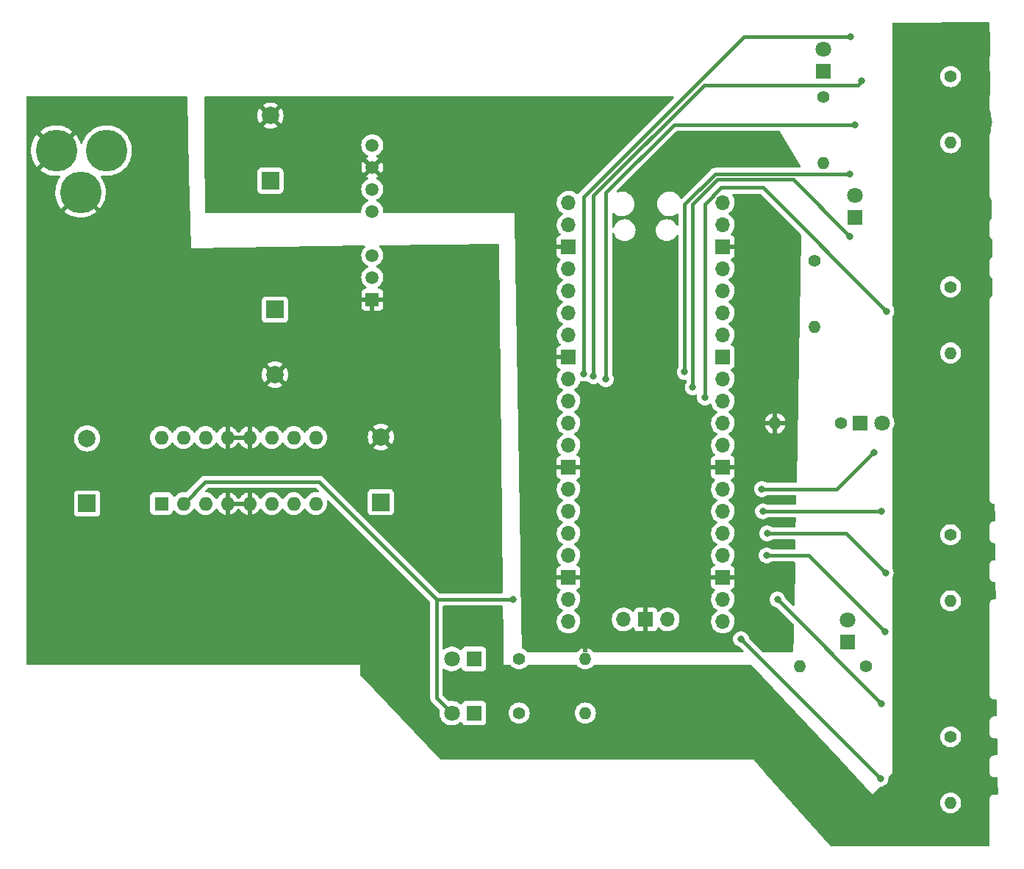
<source format=gbr>
%TF.GenerationSoftware,KiCad,Pcbnew,(6.0.7)*%
%TF.CreationDate,2022-12-24T23:10:44-08:00*%
%TF.ProjectId,ControlBoard,436f6e74-726f-46c4-926f-6172642e6b69,rev?*%
%TF.SameCoordinates,Original*%
%TF.FileFunction,Copper,L2,Bot*%
%TF.FilePolarity,Positive*%
%FSLAX46Y46*%
G04 Gerber Fmt 4.6, Leading zero omitted, Abs format (unit mm)*
G04 Created by KiCad (PCBNEW (6.0.7)) date 2022-12-24 23:10:44*
%MOMM*%
%LPD*%
G01*
G04 APERTURE LIST*
%TA.AperFunction,ComponentPad*%
%ADD10C,1.400000*%
%TD*%
%TA.AperFunction,ComponentPad*%
%ADD11O,1.400000X1.400000*%
%TD*%
%TA.AperFunction,ComponentPad*%
%ADD12R,1.800000X1.800000*%
%TD*%
%TA.AperFunction,ComponentPad*%
%ADD13C,1.800000*%
%TD*%
%TA.AperFunction,ComponentPad*%
%ADD14O,1.700000X1.700000*%
%TD*%
%TA.AperFunction,ComponentPad*%
%ADD15R,1.700000X1.700000*%
%TD*%
%TA.AperFunction,ComponentPad*%
%ADD16R,1.600000X1.600000*%
%TD*%
%TA.AperFunction,ComponentPad*%
%ADD17O,1.600000X1.600000*%
%TD*%
%TA.AperFunction,ComponentPad*%
%ADD18R,1.508000X1.508000*%
%TD*%
%TA.AperFunction,ComponentPad*%
%ADD19C,1.508000*%
%TD*%
%TA.AperFunction,ComponentPad*%
%ADD20C,4.800000*%
%TD*%
%TA.AperFunction,ComponentPad*%
%ADD21R,2.000000X2.000000*%
%TD*%
%TA.AperFunction,ComponentPad*%
%ADD22C,2.000000*%
%TD*%
%TA.AperFunction,ViaPad*%
%ADD23C,0.800000*%
%TD*%
%TA.AperFunction,ViaPad*%
%ADD24C,2.500000*%
%TD*%
%TA.AperFunction,Conductor*%
%ADD25C,0.400000*%
%TD*%
G04 APERTURE END LIST*
D10*
%TO.P,R10,1*%
%TO.N,Net-(D6-Pad1)*%
X223260000Y-106670000D03*
D11*
%TO.P,R10,2*%
%TO.N,GND*%
X215640000Y-106670000D03*
%TD*%
D10*
%TO.P,R9,1*%
%TO.N,Net-(D5-Pad1)*%
X220400000Y-78700000D03*
D11*
%TO.P,R9,2*%
%TO.N,GND*%
X212780000Y-78700000D03*
%TD*%
D10*
%TO.P,R8,1*%
%TO.N,Net-(D4-Pad1)*%
X217320000Y-59990000D03*
D11*
%TO.P,R8,2*%
%TO.N,GND*%
X217320000Y-67610000D03*
%TD*%
D10*
%TO.P,R7,1*%
%TO.N,Net-(D3-Pad1)*%
X218350000Y-41060000D03*
D11*
%TO.P,R7,2*%
%TO.N,GND*%
X218350000Y-48680000D03*
%TD*%
D10*
%TO.P,R6,1*%
%TO.N,Net-(D2-Pad1)*%
X183300000Y-105840000D03*
D11*
%TO.P,R6,2*%
%TO.N,GND*%
X190920000Y-105840000D03*
%TD*%
D10*
%TO.P,R5,1*%
%TO.N,Net-(D1-Pad1)*%
X183300000Y-112100000D03*
D11*
%TO.P,R5,2*%
%TO.N,GND*%
X190920000Y-112100000D03*
%TD*%
D12*
%TO.P,D6,1,K*%
%TO.N,Net-(D6-Pad1)*%
X221100000Y-103885000D03*
D13*
%TO.P,D6,2,A*%
%TO.N,G4A*%
X221100000Y-101345000D03*
%TD*%
D12*
%TO.P,D5,1,K*%
%TO.N,Net-(D5-Pad1)*%
X222555000Y-78700000D03*
D13*
%TO.P,D5,2,A*%
%TO.N,G3A*%
X225095000Y-78700000D03*
%TD*%
D12*
%TO.P,D4,1,K*%
%TO.N,Net-(D4-Pad1)*%
X221970000Y-55005000D03*
D13*
%TO.P,D4,2,A*%
%TO.N,G2A*%
X221970000Y-52465000D03*
%TD*%
D12*
%TO.P,D3,1,K*%
%TO.N,Net-(D3-Pad1)*%
X218350000Y-38105000D03*
D13*
%TO.P,D3,2,A*%
%TO.N,G1A*%
X218350000Y-35565000D03*
%TD*%
D12*
%TO.P,D2,1,K*%
%TO.N,Net-(D2-Pad1)*%
X178075000Y-105860000D03*
D13*
%TO.P,D2,2,A*%
%TO.N,Rail2*%
X175535000Y-105860000D03*
%TD*%
D12*
%TO.P,D1,1,K*%
%TO.N,Net-(D1-Pad1)*%
X178075000Y-112100000D03*
D13*
%TO.P,D1,2,A*%
%TO.N,Rail1*%
X175535000Y-112100000D03*
%TD*%
D10*
%TO.P,R4,1*%
%TO.N,Net-(G4M1-Pad1)*%
X232980000Y-114840000D03*
D11*
%TO.P,R4,2*%
%TO.N,Net-(IC4-Pad3)*%
X232980000Y-122460000D03*
%TD*%
D10*
%TO.P,R3,1*%
%TO.N,Net-(G3M1-Pad1)*%
X232980000Y-91540000D03*
D11*
%TO.P,R3,2*%
%TO.N,Net-(IC3-Pad3)*%
X232980000Y-99160000D03*
%TD*%
%TO.P,R2,2*%
%TO.N,Net-(IC2-Pad3)*%
X232980000Y-70600000D03*
D10*
%TO.P,R2,1*%
%TO.N,Net-(G2M1-Pad1)*%
X232980000Y-62980000D03*
%TD*%
%TO.P,R1,1*%
%TO.N,Net-(G1M1-Pad1)*%
X232980000Y-38740000D03*
D11*
%TO.P,R1,2*%
%TO.N,Net-(IC1-Pad3)*%
X232980000Y-46360000D03*
%TD*%
D14*
%TO.P,U2,1,GPIO0*%
%TO.N,PWM*%
X188980000Y-53285000D03*
%TO.P,U2,2,GPIO1*%
%TO.N,unconnected-(U2-Pad2)*%
X188980000Y-55825000D03*
D15*
%TO.P,U2,3,GND*%
%TO.N,GND*%
X188980000Y-58365000D03*
D14*
%TO.P,U2,4,GPIO2*%
%TO.N,MUX0*%
X188980000Y-60905000D03*
%TO.P,U2,5,GPIO3*%
%TO.N,MUX1*%
X188980000Y-63445000D03*
%TO.P,U2,6,GPIO4*%
%TO.N,MUX2*%
X188980000Y-65985000D03*
%TO.P,U2,7,GPIO5*%
%TO.N,unconnected-(U2-Pad7)*%
X188980000Y-68525000D03*
D15*
%TO.P,U2,8,GND*%
%TO.N,GND*%
X188980000Y-71065000D03*
D14*
%TO.P,U2,9,GPIO6*%
%TO.N,G1A*%
X188980000Y-73605000D03*
%TO.P,U2,10,GPIO7*%
%TO.N,G1B*%
X188980000Y-76145000D03*
%TO.P,U2,11,GPIO8*%
%TO.N,G1C*%
X188980000Y-78685000D03*
%TO.P,U2,12,GPIO9*%
%TO.N,unconnected-(U2-Pad12)*%
X188980000Y-81225000D03*
D15*
%TO.P,U2,13,GND*%
%TO.N,GND*%
X188980000Y-83765000D03*
D14*
%TO.P,U2,14,GPIO10*%
%TO.N,G2A*%
X188980000Y-86305000D03*
%TO.P,U2,15,GPIO11*%
%TO.N,G2B*%
X188980000Y-88845000D03*
%TO.P,U2,16,GPIO12*%
%TO.N,G2C*%
X188980000Y-91385000D03*
%TO.P,U2,17,GPIO13*%
%TO.N,unconnected-(U2-Pad17)*%
X188980000Y-93925000D03*
D15*
%TO.P,U2,18,GND*%
%TO.N,GND*%
X188980000Y-96465000D03*
D14*
%TO.P,U2,19,GPIO14*%
%TO.N,Rail1*%
X188980000Y-99005000D03*
%TO.P,U2,20,GPIO15*%
%TO.N,Rail2*%
X188980000Y-101545000D03*
%TO.P,U2,21,GPIO16*%
%TO.N,G4C*%
X206760000Y-101545000D03*
%TO.P,U2,22,GPIO17*%
%TO.N,G4B*%
X206760000Y-99005000D03*
D15*
%TO.P,U2,23,GND*%
%TO.N,GND*%
X206760000Y-96465000D03*
D14*
%TO.P,U2,24,GPIO18*%
%TO.N,G4A*%
X206760000Y-93925000D03*
%TO.P,U2,25,GPIO19*%
%TO.N,G3C*%
X206760000Y-91385000D03*
%TO.P,U2,26,GPIO20*%
%TO.N,G3B*%
X206760000Y-88845000D03*
%TO.P,U2,27,GPIO21*%
%TO.N,G3A*%
X206760000Y-86305000D03*
D15*
%TO.P,U2,28,GND*%
%TO.N,GND*%
X206760000Y-83765000D03*
D14*
%TO.P,U2,29,GPIO22*%
%TO.N,unconnected-(U2-Pad29)*%
X206760000Y-81225000D03*
%TO.P,U2,30,RUN*%
%TO.N,unconnected-(U2-Pad30)*%
X206760000Y-78685000D03*
%TO.P,U2,31,GPIO26_ADC0*%
%TO.N,unconnected-(U2-Pad31)*%
X206760000Y-76145000D03*
%TO.P,U2,32,GPIO27_ADC1*%
%TO.N,unconnected-(U2-Pad32)*%
X206760000Y-73605000D03*
D15*
%TO.P,U2,33,AGND*%
%TO.N,unconnected-(U2-Pad33)*%
X206760000Y-71065000D03*
D14*
%TO.P,U2,34,GPIO28_ADC2*%
%TO.N,unconnected-(U2-Pad34)*%
X206760000Y-68525000D03*
%TO.P,U2,35,ADC_VREF*%
%TO.N,unconnected-(U2-Pad35)*%
X206760000Y-65985000D03*
%TO.P,U2,36,3V3*%
%TO.N,3.3*%
X206760000Y-63445000D03*
%TO.P,U2,37,3V3_EN*%
%TO.N,unconnected-(U2-Pad37)*%
X206760000Y-60905000D03*
D15*
%TO.P,U2,38,GND*%
%TO.N,GND*%
X206760000Y-58365000D03*
D14*
%TO.P,U2,39,VSYS*%
%TO.N,+5V*%
X206760000Y-55825000D03*
%TO.P,U2,40,VBUS*%
%TO.N,unconnected-(U2-Pad40)*%
X206760000Y-53285000D03*
%TO.P,U2,41,SWCLK*%
%TO.N,unconnected-(U2-Pad41)*%
X195330000Y-101315000D03*
D15*
%TO.P,U2,42,GND*%
%TO.N,GND*%
X197870000Y-101315000D03*
D14*
%TO.P,U2,43,SWDIO*%
%TO.N,unconnected-(U2-Pad43)*%
X200410000Y-101315000D03*
%TD*%
D16*
%TO.P,U1,1,EN1\u002C2*%
%TO.N,+5V*%
X142085000Y-87960000D03*
D17*
%TO.P,U1,2,1A*%
%TO.N,Rail1*%
X144625000Y-87960000D03*
%TO.P,U1,3,1Y*%
%TO.N,Net-(RailA1-Pad1)*%
X147165000Y-87960000D03*
%TO.P,U1,4,GND*%
%TO.N,GND1*%
X149705000Y-87960000D03*
%TO.P,U1,5,GND*%
X152245000Y-87960000D03*
%TO.P,U1,6,2Y*%
%TO.N,Net-(RailB1-Pad1)*%
X154785000Y-87960000D03*
%TO.P,U1,7,2A*%
%TO.N,Rail2*%
X157325000Y-87960000D03*
%TO.P,U1,8,VCC2*%
%TO.N,RAIL*%
X159865000Y-87960000D03*
%TO.P,U1,9,EN3\u002C4*%
%TO.N,unconnected-(U1-Pad9)*%
X159865000Y-80340000D03*
%TO.P,U1,10,3A*%
%TO.N,unconnected-(U1-Pad10)*%
X157325000Y-80340000D03*
%TO.P,U1,11,3Y*%
%TO.N,unconnected-(U1-Pad11)*%
X154785000Y-80340000D03*
%TO.P,U1,12,GND*%
%TO.N,GND1*%
X152245000Y-80340000D03*
%TO.P,U1,13,GND*%
X149705000Y-80340000D03*
%TO.P,U1,14,4Y*%
%TO.N,unconnected-(U1-Pad14)*%
X147165000Y-80340000D03*
%TO.P,U1,15,4A*%
%TO.N,unconnected-(U1-Pad15)*%
X144625000Y-80340000D03*
%TO.P,U1,16,VCC1*%
%TO.N,+5V*%
X142085000Y-80340000D03*
%TD*%
D18*
%TO.P,PS1,1,GND*%
%TO.N,GND1*%
X166380000Y-64447500D03*
D19*
%TO.P,PS1,2,VIN*%
%TO.N,18V*%
X166380000Y-61907500D03*
%TO.P,PS1,3,NC*%
%TO.N,unconnected-(PS1-Pad3)*%
X166380000Y-59367500D03*
%TO.P,PS1,5,NC*%
%TO.N,unconnected-(PS1-Pad5)*%
X166380000Y-54287500D03*
%TO.P,PS1,6,+VO*%
%TO.N,+5V*%
X166380000Y-51747500D03*
%TO.P,PS1,7,0V*%
%TO.N,GND*%
X166380000Y-49207500D03*
%TO.P,PS1,8,NC*%
%TO.N,unconnected-(PS1-Pad8)*%
X166380000Y-46667500D03*
%TD*%
D20*
%TO.P,J1,1,POWER*%
%TO.N,18V*%
X135779500Y-47280000D03*
%TO.P,J1,2,GND_1*%
%TO.N,GND1*%
X129979500Y-47280000D03*
%TO.P,J1,3,GND_2*%
X132779500Y-52080000D03*
%TD*%
D21*
%TO.P,C4,1*%
%TO.N,RAIL*%
X167374880Y-87795119D03*
D22*
%TO.P,C4,2*%
%TO.N,GND1*%
X167374880Y-80295119D03*
%TD*%
D21*
%TO.P,C3,1*%
%TO.N,+5V*%
X133530000Y-87947677D03*
D22*
%TO.P,C3,2*%
%TO.N,GND*%
X133530000Y-80447677D03*
%TD*%
D21*
%TO.P,C2,1*%
%TO.N,+5V*%
X154635000Y-50747677D03*
D22*
%TO.P,C2,2*%
%TO.N,GND*%
X154635000Y-43247677D03*
%TD*%
D21*
%TO.P,C1,1*%
%TO.N,18V*%
X155175000Y-65602323D03*
D22*
%TO.P,C1,2*%
%TO.N,GND1*%
X155175000Y-73102323D03*
%TD*%
D23*
%TO.N,GND*%
X213880000Y-104000000D03*
X213760000Y-48670000D03*
X214700000Y-67650000D03*
%TO.N,Rail1*%
X182610000Y-98980000D03*
%TO.N,G3B*%
X211370000Y-88850000D03*
%TO.N,G3A*%
X211250000Y-86290000D03*
%TO.N,G4A*%
X211800000Y-93930000D03*
%TO.N,G4B*%
X213035000Y-99005000D03*
%TO.N,G4C*%
X208840000Y-103580000D03*
%TO.N,G3C*%
X211855000Y-91385000D03*
D24*
%TO.N,GND*%
X211730000Y-58480000D03*
X184500000Y-58400000D03*
X184750000Y-71030000D03*
X184750000Y-83740000D03*
X202700000Y-83870000D03*
X202920000Y-96430000D03*
X197860000Y-96760000D03*
X192500000Y-96430000D03*
D23*
%TO.N,G2C*%
X204690000Y-75730000D03*
%TO.N,G2B*%
X203280000Y-74545000D03*
%TO.N,G2A*%
X202360000Y-72790000D03*
%TO.N,G1C*%
X193280000Y-73620000D03*
%TO.N,G1B*%
X191850000Y-73275000D03*
%TO.N,G1A*%
X190720000Y-72980000D03*
D24*
%TO.N,GND1*%
X236500000Y-63500000D03*
X236500000Y-44000000D03*
X228000000Y-48000000D03*
X228390000Y-72290000D03*
X225570000Y-124480000D03*
X236500000Y-120500000D03*
X228500000Y-102000000D03*
X236000000Y-98000000D03*
D23*
%TO.N,G4B*%
X225020000Y-110990000D03*
%TO.N,G4A*%
X225400000Y-102710000D03*
%TO.N,G3C*%
X225510000Y-95930000D03*
%TO.N,G3B*%
X225000000Y-88810000D03*
%TO.N,G3A*%
X224160000Y-82110000D03*
%TO.N,G4C*%
X224915000Y-119665000D03*
%TO.N,G2C*%
X225590000Y-65790000D03*
%TO.N,G2B*%
X221410000Y-57190000D03*
%TO.N,G2A*%
X221390000Y-49970000D03*
%TO.N,G1C*%
X221940000Y-44310000D03*
%TO.N,G1B*%
X222750000Y-39270000D03*
%TO.N,G1A*%
X221470000Y-34110000D03*
%TD*%
D25*
%TO.N,G1B*%
X191850000Y-52480000D02*
X191850000Y-73275000D01*
X222750000Y-39270000D02*
X222320000Y-39700000D01*
X222320000Y-39700000D02*
X204630000Y-39700000D01*
X204630000Y-39700000D02*
X191850000Y-52480000D01*
%TO.N,Rail1*%
X173765000Y-99005000D02*
X173765000Y-110330000D01*
X173765000Y-110330000D02*
X175535000Y-112100000D01*
X182610000Y-98980000D02*
X182585000Y-99005000D01*
X182585000Y-99005000D02*
X173765000Y-99005000D01*
%TO.N,G3B*%
X224990000Y-88820000D02*
X225000000Y-88810000D01*
X211400000Y-88820000D02*
X224990000Y-88820000D01*
X211370000Y-88850000D02*
X211400000Y-88820000D01*
%TO.N,G3A*%
X211250000Y-86290000D02*
X219870000Y-86290000D01*
X219870000Y-86290000D02*
X219885000Y-86305000D01*
%TO.N,G4A*%
X216620000Y-93930000D02*
X225400000Y-102710000D01*
X211800000Y-93930000D02*
X216620000Y-93930000D01*
%TO.N,G4C*%
X224915000Y-119645000D02*
X224915000Y-119665000D01*
X208850000Y-103580000D02*
X224915000Y-119645000D01*
X208840000Y-103580000D02*
X208850000Y-103580000D01*
%TO.N,G3C*%
X220965000Y-91385000D02*
X211855000Y-91385000D01*
%TO.N,G2A*%
X202360000Y-53490000D02*
X202360000Y-72790000D01*
%TO.N,G1A*%
X190720000Y-72980000D02*
X190720000Y-52580000D01*
X209190000Y-34110000D02*
X221470000Y-34110000D01*
X190720000Y-52580000D02*
X209190000Y-34110000D01*
%TO.N,Rail1*%
X173765000Y-99005000D02*
X160210000Y-85450000D01*
X160210000Y-85450000D02*
X147135000Y-85450000D01*
X147135000Y-85450000D02*
X144625000Y-87960000D01*
%TO.N,G4B*%
X213035000Y-99005000D02*
X225020000Y-110990000D01*
%TO.N,G3C*%
X220965000Y-91385000D02*
X225510000Y-95930000D01*
%TO.N,G3A*%
X224080000Y-82110000D02*
X219885000Y-86305000D01*
X224160000Y-82110000D02*
X224080000Y-82110000D01*
%TO.N,G2C*%
X206590000Y-51540000D02*
X204690000Y-53440000D01*
X204690000Y-53440000D02*
X204690000Y-75730000D01*
X211350000Y-51540000D02*
X206590000Y-51540000D01*
X225590000Y-65780000D02*
X211350000Y-51540000D01*
X225590000Y-65790000D02*
X225590000Y-65780000D01*
%TO.N,G2B*%
X203280000Y-53418528D02*
X203280000Y-74545000D01*
X206114264Y-50584264D02*
X203280000Y-53418528D01*
X214834264Y-50584264D02*
X206114264Y-50584264D01*
X221410000Y-57190000D02*
X221410000Y-57160000D01*
X221410000Y-57160000D02*
X214834264Y-50584264D01*
%TO.N,G2A*%
X205880000Y-49970000D02*
X202360000Y-53490000D01*
X221390000Y-49970000D02*
X205880000Y-49970000D01*
%TO.N,G1C*%
X193280000Y-52140000D02*
X193280000Y-73620000D01*
X201120000Y-44300000D02*
X193280000Y-52140000D01*
X221930000Y-44300000D02*
X201120000Y-44300000D01*
X221940000Y-44310000D02*
X221930000Y-44300000D01*
%TD*%
%TA.AperFunction,Conductor*%
%TO.N,GND*%
G36*
X201053461Y-41028502D02*
G01*
X201099954Y-41082158D01*
X201110058Y-41152432D01*
X201080564Y-41217012D01*
X201074435Y-41223595D01*
X190239480Y-52058550D01*
X190233215Y-52064404D01*
X190189615Y-52102439D01*
X190158226Y-52147101D01*
X190152872Y-52154719D01*
X190148939Y-52160014D01*
X190109524Y-52210282D01*
X190106401Y-52217198D01*
X190105017Y-52219484D01*
X190096634Y-52234181D01*
X190095376Y-52236527D01*
X190091010Y-52242739D01*
X190090200Y-52244817D01*
X190041985Y-52293769D01*
X189972727Y-52309386D01*
X189902670Y-52282523D01*
X189886020Y-52269373D01*
X189744252Y-52157411D01*
X189738415Y-52152801D01*
X189738413Y-52152800D01*
X189734359Y-52149598D01*
X189691387Y-52125876D01*
X189674074Y-52116319D01*
X189538789Y-52041638D01*
X189533920Y-52039914D01*
X189533916Y-52039912D01*
X189333087Y-51968795D01*
X189333083Y-51968794D01*
X189328212Y-51967069D01*
X189323119Y-51966162D01*
X189323116Y-51966161D01*
X189113373Y-51928800D01*
X189113367Y-51928799D01*
X189108284Y-51927894D01*
X189034452Y-51926992D01*
X188890081Y-51925228D01*
X188890079Y-51925228D01*
X188884911Y-51925165D01*
X188664091Y-51958955D01*
X188451756Y-52028357D01*
X188382510Y-52064404D01*
X188267740Y-52124150D01*
X188253607Y-52131507D01*
X188249474Y-52134610D01*
X188249471Y-52134612D01*
X188079100Y-52262530D01*
X188074965Y-52265635D01*
X187920629Y-52427138D01*
X187917715Y-52431410D01*
X187917714Y-52431411D01*
X187837611Y-52548838D01*
X187794743Y-52611680D01*
X187779003Y-52645590D01*
X187714696Y-52784128D01*
X187700688Y-52814305D01*
X187640989Y-53029570D01*
X187617251Y-53251695D01*
X187617548Y-53256848D01*
X187617548Y-53256851D01*
X187626667Y-53415000D01*
X187630110Y-53474715D01*
X187631247Y-53479761D01*
X187631248Y-53479767D01*
X187632959Y-53487359D01*
X187679222Y-53692639D01*
X187763266Y-53899616D01*
X187814019Y-53982438D01*
X187877291Y-54085688D01*
X187879987Y-54090088D01*
X188026250Y-54258938D01*
X188198126Y-54401632D01*
X188219954Y-54414387D01*
X188271445Y-54444476D01*
X188320169Y-54496114D01*
X188333240Y-54565897D01*
X188306509Y-54631669D01*
X188266055Y-54665027D01*
X188253607Y-54671507D01*
X188249474Y-54674610D01*
X188249471Y-54674612D01*
X188119484Y-54772209D01*
X188074965Y-54805635D01*
X187920629Y-54967138D01*
X187794743Y-55151680D01*
X187747716Y-55252992D01*
X187703328Y-55348618D01*
X187700688Y-55354305D01*
X187640989Y-55569570D01*
X187617251Y-55791695D01*
X187617548Y-55796848D01*
X187617548Y-55796851D01*
X187624789Y-55922424D01*
X187630110Y-56014715D01*
X187631247Y-56019761D01*
X187631248Y-56019767D01*
X187640585Y-56061196D01*
X187679222Y-56232639D01*
X187763266Y-56439616D01*
X187814019Y-56522438D01*
X187877291Y-56625688D01*
X187879987Y-56630088D01*
X188026250Y-56798938D01*
X188030225Y-56802238D01*
X188030231Y-56802244D01*
X188035425Y-56806556D01*
X188075059Y-56865460D01*
X188076555Y-56936441D01*
X188039439Y-56996962D01*
X187999168Y-57021480D01*
X187891946Y-57061676D01*
X187876351Y-57070214D01*
X187774276Y-57146715D01*
X187761715Y-57159276D01*
X187685214Y-57261351D01*
X187676676Y-57276946D01*
X187631522Y-57397394D01*
X187627895Y-57412649D01*
X187622369Y-57463514D01*
X187622000Y-57470328D01*
X187622000Y-58092885D01*
X187626475Y-58108124D01*
X187627865Y-58109329D01*
X187635548Y-58111000D01*
X189108000Y-58111000D01*
X189176121Y-58131002D01*
X189222614Y-58184658D01*
X189234000Y-58237000D01*
X189234000Y-58493000D01*
X189213998Y-58561121D01*
X189160342Y-58607614D01*
X189108000Y-58619000D01*
X187640116Y-58619000D01*
X187624877Y-58623475D01*
X187623672Y-58624865D01*
X187622001Y-58632548D01*
X187622001Y-59259669D01*
X187622371Y-59266490D01*
X187627895Y-59317352D01*
X187631521Y-59332604D01*
X187676676Y-59453054D01*
X187685214Y-59468649D01*
X187761715Y-59570724D01*
X187774276Y-59583285D01*
X187876351Y-59659786D01*
X187891946Y-59668324D01*
X188000827Y-59709142D01*
X188057591Y-59751784D01*
X188082291Y-59818345D01*
X188067083Y-59887694D01*
X188047691Y-59914175D01*
X187946600Y-60019961D01*
X187920629Y-60047138D01*
X187794743Y-60231680D01*
X187700688Y-60434305D01*
X187640989Y-60649570D01*
X187617251Y-60871695D01*
X187617548Y-60876848D01*
X187617548Y-60876851D01*
X187623011Y-60971590D01*
X187630110Y-61094715D01*
X187631247Y-61099761D01*
X187631248Y-61099767D01*
X187651119Y-61187939D01*
X187679222Y-61312639D01*
X187763266Y-61519616D01*
X187765965Y-61524020D01*
X187877291Y-61705688D01*
X187879987Y-61710088D01*
X188026250Y-61878938D01*
X188198126Y-62021632D01*
X188268595Y-62062811D01*
X188271445Y-62064476D01*
X188320169Y-62116114D01*
X188333240Y-62185897D01*
X188306509Y-62251669D01*
X188266055Y-62285027D01*
X188253607Y-62291507D01*
X188249474Y-62294610D01*
X188249471Y-62294612D01*
X188118264Y-62393125D01*
X188074965Y-62425635D01*
X187920629Y-62587138D01*
X187794743Y-62771680D01*
X187700688Y-62974305D01*
X187640989Y-63189570D01*
X187617251Y-63411695D01*
X187617548Y-63416848D01*
X187617548Y-63416851D01*
X187623011Y-63511590D01*
X187630110Y-63634715D01*
X187631247Y-63639761D01*
X187631248Y-63639767D01*
X187632510Y-63645366D01*
X187679222Y-63852639D01*
X187763266Y-64059616D01*
X187814019Y-64142438D01*
X187877291Y-64245688D01*
X187879987Y-64250088D01*
X188026250Y-64418938D01*
X188198126Y-64561632D01*
X188268595Y-64602811D01*
X188271445Y-64604476D01*
X188320169Y-64656114D01*
X188333240Y-64725897D01*
X188306509Y-64791669D01*
X188266055Y-64825027D01*
X188253607Y-64831507D01*
X188249474Y-64834610D01*
X188249471Y-64834612D01*
X188118264Y-64933125D01*
X188074965Y-64965635D01*
X187920629Y-65127138D01*
X187794743Y-65311680D01*
X187700688Y-65514305D01*
X187640989Y-65729570D01*
X187617251Y-65951695D01*
X187617548Y-65956848D01*
X187617548Y-65956851D01*
X187623011Y-66051590D01*
X187630110Y-66174715D01*
X187631247Y-66179761D01*
X187631248Y-66179767D01*
X187641063Y-66223316D01*
X187679222Y-66392639D01*
X187763266Y-66599616D01*
X187765965Y-66604020D01*
X187877291Y-66785688D01*
X187879987Y-66790088D01*
X188026250Y-66958938D01*
X188198126Y-67101632D01*
X188213855Y-67110823D01*
X188271445Y-67144476D01*
X188320169Y-67196114D01*
X188333240Y-67265897D01*
X188306509Y-67331669D01*
X188266055Y-67365027D01*
X188253607Y-67371507D01*
X188249474Y-67374610D01*
X188249471Y-67374612D01*
X188118264Y-67473125D01*
X188074965Y-67505635D01*
X187920629Y-67667138D01*
X187794743Y-67851680D01*
X187700688Y-68054305D01*
X187640989Y-68269570D01*
X187617251Y-68491695D01*
X187617548Y-68496848D01*
X187617548Y-68496851D01*
X187623011Y-68591590D01*
X187630110Y-68714715D01*
X187631247Y-68719761D01*
X187631248Y-68719767D01*
X187651119Y-68807939D01*
X187679222Y-68932639D01*
X187763266Y-69139616D01*
X187765965Y-69144020D01*
X187877291Y-69325688D01*
X187879987Y-69330088D01*
X188026250Y-69498938D01*
X188030225Y-69502238D01*
X188030231Y-69502244D01*
X188035425Y-69506556D01*
X188075059Y-69565460D01*
X188076555Y-69636441D01*
X188039439Y-69696962D01*
X187999168Y-69721480D01*
X187891946Y-69761676D01*
X187876351Y-69770214D01*
X187774276Y-69846715D01*
X187761715Y-69859276D01*
X187685214Y-69961351D01*
X187676676Y-69976946D01*
X187631522Y-70097394D01*
X187627895Y-70112649D01*
X187622369Y-70163514D01*
X187622000Y-70170328D01*
X187622000Y-70792885D01*
X187626475Y-70808124D01*
X187627865Y-70809329D01*
X187635548Y-70811000D01*
X189108000Y-70811000D01*
X189176121Y-70831002D01*
X189222614Y-70884658D01*
X189234000Y-70937000D01*
X189234000Y-71193000D01*
X189213998Y-71261121D01*
X189160342Y-71307614D01*
X189108000Y-71319000D01*
X187640116Y-71319000D01*
X187624877Y-71323475D01*
X187623672Y-71324865D01*
X187622001Y-71332548D01*
X187622001Y-71959669D01*
X187622371Y-71966490D01*
X187627895Y-72017352D01*
X187631521Y-72032604D01*
X187676676Y-72153054D01*
X187685214Y-72168649D01*
X187761715Y-72270724D01*
X187774276Y-72283285D01*
X187876351Y-72359786D01*
X187891946Y-72368324D01*
X188000827Y-72409142D01*
X188057591Y-72451784D01*
X188082291Y-72518345D01*
X188067083Y-72587694D01*
X188047691Y-72614175D01*
X187924200Y-72743401D01*
X187920629Y-72747138D01*
X187917715Y-72751410D01*
X187917714Y-72751411D01*
X187886912Y-72796565D01*
X187794743Y-72931680D01*
X187700688Y-73134305D01*
X187640989Y-73349570D01*
X187617251Y-73571695D01*
X187617548Y-73576848D01*
X187617548Y-73576851D01*
X187623202Y-73674908D01*
X187630110Y-73794715D01*
X187631247Y-73799761D01*
X187631248Y-73799767D01*
X187647469Y-73871741D01*
X187679222Y-74012639D01*
X187763266Y-74219616D01*
X187765965Y-74224020D01*
X187877291Y-74405688D01*
X187879987Y-74410088D01*
X188026250Y-74578938D01*
X188198126Y-74721632D01*
X188231623Y-74741206D01*
X188271445Y-74764476D01*
X188320169Y-74816114D01*
X188333240Y-74885897D01*
X188306509Y-74951669D01*
X188266055Y-74985027D01*
X188253607Y-74991507D01*
X188249474Y-74994610D01*
X188249471Y-74994612D01*
X188079100Y-75122530D01*
X188074965Y-75125635D01*
X188071393Y-75129373D01*
X187977383Y-75227749D01*
X187920629Y-75287138D01*
X187917715Y-75291410D01*
X187917714Y-75291411D01*
X187879653Y-75347206D01*
X187794743Y-75471680D01*
X187700688Y-75674305D01*
X187640989Y-75889570D01*
X187617251Y-76111695D01*
X187617548Y-76116848D01*
X187617548Y-76116851D01*
X187623011Y-76211590D01*
X187630110Y-76334715D01*
X187631247Y-76339761D01*
X187631248Y-76339767D01*
X187651119Y-76427939D01*
X187679222Y-76552639D01*
X187763266Y-76759616D01*
X187879987Y-76950088D01*
X188026250Y-77118938D01*
X188198126Y-77261632D01*
X188268595Y-77302811D01*
X188271445Y-77304476D01*
X188320169Y-77356114D01*
X188333240Y-77425897D01*
X188306509Y-77491669D01*
X188266055Y-77525027D01*
X188253607Y-77531507D01*
X188249474Y-77534610D01*
X188249471Y-77534612D01*
X188079100Y-77662530D01*
X188074965Y-77665635D01*
X187920629Y-77827138D01*
X187917715Y-77831410D01*
X187917714Y-77831411D01*
X187832556Y-77956249D01*
X187794743Y-78011680D01*
X187700688Y-78214305D01*
X187640989Y-78429570D01*
X187617251Y-78651695D01*
X187617548Y-78656848D01*
X187617548Y-78656851D01*
X187625836Y-78800584D01*
X187630110Y-78874715D01*
X187631247Y-78879761D01*
X187631248Y-78879767D01*
X187646373Y-78946879D01*
X187679222Y-79092639D01*
X187763266Y-79299616D01*
X187765965Y-79304020D01*
X187870706Y-79474942D01*
X187879987Y-79490088D01*
X188026250Y-79658938D01*
X188198126Y-79801632D01*
X188242437Y-79827525D01*
X188271445Y-79844476D01*
X188320169Y-79896114D01*
X188333240Y-79965897D01*
X188306509Y-80031669D01*
X188266055Y-80065027D01*
X188253607Y-80071507D01*
X188249474Y-80074610D01*
X188249471Y-80074612D01*
X188225247Y-80092800D01*
X188074965Y-80205635D01*
X187920629Y-80367138D01*
X187794743Y-80551680D01*
X187700688Y-80754305D01*
X187640989Y-80969570D01*
X187617251Y-81191695D01*
X187617548Y-81196848D01*
X187617548Y-81196851D01*
X187623011Y-81291590D01*
X187630110Y-81414715D01*
X187631247Y-81419761D01*
X187631248Y-81419767D01*
X187651119Y-81507939D01*
X187679222Y-81632639D01*
X187763266Y-81839616D01*
X187879987Y-82030088D01*
X188026250Y-82198938D01*
X188030225Y-82202238D01*
X188030231Y-82202244D01*
X188035425Y-82206556D01*
X188075059Y-82265460D01*
X188076555Y-82336441D01*
X188039439Y-82396962D01*
X187999168Y-82421480D01*
X187891946Y-82461676D01*
X187876351Y-82470214D01*
X187774276Y-82546715D01*
X187761715Y-82559276D01*
X187685214Y-82661351D01*
X187676676Y-82676946D01*
X187631522Y-82797394D01*
X187627895Y-82812649D01*
X187622369Y-82863514D01*
X187622000Y-82870328D01*
X187622000Y-83492885D01*
X187626475Y-83508124D01*
X187627865Y-83509329D01*
X187635548Y-83511000D01*
X190319884Y-83511000D01*
X190335123Y-83506525D01*
X190336328Y-83505135D01*
X190337999Y-83497452D01*
X190337999Y-82870331D01*
X190337629Y-82863510D01*
X190332105Y-82812648D01*
X190328479Y-82797396D01*
X190283324Y-82676946D01*
X190274786Y-82661351D01*
X190198285Y-82559276D01*
X190185724Y-82546715D01*
X190083649Y-82470214D01*
X190068054Y-82461676D01*
X189957813Y-82420348D01*
X189901049Y-82377706D01*
X189876349Y-82311145D01*
X189891557Y-82241796D01*
X189913104Y-82213115D01*
X190014430Y-82112144D01*
X190014440Y-82112132D01*
X190018096Y-82108489D01*
X190077594Y-82025689D01*
X190145435Y-81931277D01*
X190148453Y-81927077D01*
X190247430Y-81726811D01*
X190293771Y-81574284D01*
X190310865Y-81518023D01*
X190310865Y-81518021D01*
X190312370Y-81513069D01*
X190341529Y-81291590D01*
X190343156Y-81225000D01*
X190324852Y-81002361D01*
X190270431Y-80785702D01*
X190181354Y-80580840D01*
X190060014Y-80393277D01*
X189909670Y-80228051D01*
X189905619Y-80224852D01*
X189905615Y-80224848D01*
X189738414Y-80092800D01*
X189738410Y-80092798D01*
X189734359Y-80089598D01*
X189693053Y-80066796D01*
X189643084Y-80016364D01*
X189628312Y-79946921D01*
X189653428Y-79880516D01*
X189680780Y-79853909D01*
X189724603Y-79822650D01*
X189859860Y-79726173D01*
X190018096Y-79568489D01*
X190077594Y-79485689D01*
X190145435Y-79391277D01*
X190148453Y-79387077D01*
X190239688Y-79202477D01*
X190245136Y-79191453D01*
X190245137Y-79191451D01*
X190247430Y-79186811D01*
X190312370Y-78973069D01*
X190341529Y-78751590D01*
X190343156Y-78685000D01*
X190324852Y-78462361D01*
X190270431Y-78245702D01*
X190181354Y-78040840D01*
X190060014Y-77853277D01*
X189909670Y-77688051D01*
X189905619Y-77684852D01*
X189905615Y-77684848D01*
X189738414Y-77552800D01*
X189738410Y-77552798D01*
X189734359Y-77549598D01*
X189693053Y-77526796D01*
X189643084Y-77476364D01*
X189628312Y-77406921D01*
X189653428Y-77340516D01*
X189680780Y-77313909D01*
X189724603Y-77282650D01*
X189859860Y-77186173D01*
X190018096Y-77028489D01*
X190077594Y-76945689D01*
X190145435Y-76851277D01*
X190148453Y-76847077D01*
X190247430Y-76646811D01*
X190312370Y-76433069D01*
X190341529Y-76211590D01*
X190343156Y-76145000D01*
X190324852Y-75922361D01*
X190270431Y-75705702D01*
X190181354Y-75500840D01*
X190060014Y-75313277D01*
X189909670Y-75148051D01*
X189905619Y-75144852D01*
X189905615Y-75144848D01*
X189738414Y-75012800D01*
X189738410Y-75012798D01*
X189734359Y-75009598D01*
X189693053Y-74986796D01*
X189643084Y-74936364D01*
X189628312Y-74866921D01*
X189653428Y-74800516D01*
X189680780Y-74773909D01*
X189744630Y-74728365D01*
X189859860Y-74646173D01*
X189890653Y-74615488D01*
X190014435Y-74492137D01*
X190018096Y-74488489D01*
X190045349Y-74450563D01*
X190145435Y-74311277D01*
X190148453Y-74307077D01*
X190154939Y-74293955D01*
X190245136Y-74111453D01*
X190245137Y-74111451D01*
X190247430Y-74106811D01*
X190277574Y-74007596D01*
X190298987Y-73937119D01*
X190337928Y-73877755D01*
X190402782Y-73848868D01*
X190445742Y-73850501D01*
X190618056Y-73887128D01*
X190618061Y-73887128D01*
X190624513Y-73888500D01*
X190815487Y-73888500D01*
X190821939Y-73887128D01*
X190821944Y-73887128D01*
X190994257Y-73850501D01*
X191002288Y-73848794D01*
X191019920Y-73840944D01*
X191090286Y-73831511D01*
X191154583Y-73861619D01*
X191164796Y-73871736D01*
X191238747Y-73953866D01*
X191393248Y-74066118D01*
X191399276Y-74068802D01*
X191399278Y-74068803D01*
X191561681Y-74141109D01*
X191567712Y-74143794D01*
X191629578Y-74156944D01*
X191748056Y-74182128D01*
X191748061Y-74182128D01*
X191754513Y-74183500D01*
X191945487Y-74183500D01*
X191951939Y-74182128D01*
X191951944Y-74182128D01*
X192070422Y-74156944D01*
X192132288Y-74143794D01*
X192138319Y-74141109D01*
X192300722Y-74068803D01*
X192300724Y-74068802D01*
X192306752Y-74066118D01*
X192321594Y-74055334D01*
X192388463Y-74031475D01*
X192457615Y-74047556D01*
X192504775Y-74094270D01*
X192540960Y-74156944D01*
X192545378Y-74161851D01*
X192545379Y-74161852D01*
X192561476Y-74179729D01*
X192668747Y-74298866D01*
X192737467Y-74348794D01*
X192815776Y-74405689D01*
X192823248Y-74411118D01*
X192829276Y-74413802D01*
X192829278Y-74413803D01*
X192911843Y-74450563D01*
X192997712Y-74488794D01*
X193091112Y-74508647D01*
X193178056Y-74527128D01*
X193178061Y-74527128D01*
X193184513Y-74528500D01*
X193375487Y-74528500D01*
X193381939Y-74527128D01*
X193381944Y-74527128D01*
X193468888Y-74508647D01*
X193562288Y-74488794D01*
X193648157Y-74450563D01*
X193730722Y-74413803D01*
X193730724Y-74413802D01*
X193736752Y-74411118D01*
X193744225Y-74405689D01*
X193822533Y-74348794D01*
X193891253Y-74298866D01*
X193998524Y-74179729D01*
X194014621Y-74161852D01*
X194014622Y-74161851D01*
X194019040Y-74156944D01*
X194091480Y-74031475D01*
X194111223Y-73997279D01*
X194111224Y-73997278D01*
X194114527Y-73991556D01*
X194173542Y-73809928D01*
X194174295Y-73802769D01*
X194192814Y-73626565D01*
X194193504Y-73620000D01*
X194189417Y-73581118D01*
X194174232Y-73436635D01*
X194174232Y-73436633D01*
X194173542Y-73430072D01*
X194114527Y-73248444D01*
X194060734Y-73155271D01*
X194022342Y-73088775D01*
X194022341Y-73088774D01*
X194019040Y-73083056D01*
X194014621Y-73078148D01*
X194012564Y-73075317D01*
X193988705Y-73008449D01*
X193988500Y-73001256D01*
X193988500Y-56828804D01*
X194008502Y-56760683D01*
X194062158Y-56714190D01*
X194132432Y-56704086D01*
X194197012Y-56733580D01*
X194236207Y-56796193D01*
X194256456Y-56871762D01*
X194257880Y-56877076D01*
X194260205Y-56882061D01*
X194348618Y-57071666D01*
X194348621Y-57071671D01*
X194350944Y-57076653D01*
X194354100Y-57081160D01*
X194354101Y-57081162D01*
X194393372Y-57137246D01*
X194477251Y-57257038D01*
X194632962Y-57412749D01*
X194813346Y-57539056D01*
X195012924Y-57632120D01*
X195225629Y-57689115D01*
X195445000Y-57708307D01*
X195664371Y-57689115D01*
X195877076Y-57632120D01*
X196076654Y-57539056D01*
X196257038Y-57412749D01*
X196412749Y-57257038D01*
X196496629Y-57137246D01*
X196535899Y-57081162D01*
X196535900Y-57081160D01*
X196539056Y-57076653D01*
X196541379Y-57071671D01*
X196541382Y-57071666D01*
X196629795Y-56882061D01*
X196632120Y-56877076D01*
X196689115Y-56664371D01*
X196708307Y-56445000D01*
X196689115Y-56225629D01*
X196632120Y-56012924D01*
X196580878Y-55903034D01*
X196541382Y-55818334D01*
X196541379Y-55818329D01*
X196539056Y-55813347D01*
X196535179Y-55807810D01*
X196415908Y-55637473D01*
X196415906Y-55637470D01*
X196412749Y-55632962D01*
X196257038Y-55477251D01*
X196076654Y-55350944D01*
X195877076Y-55257880D01*
X195664371Y-55200885D01*
X195445000Y-55181693D01*
X195225629Y-55200885D01*
X195012924Y-55257880D01*
X194919562Y-55301415D01*
X194818334Y-55348618D01*
X194818329Y-55348621D01*
X194813347Y-55350944D01*
X194808840Y-55354100D01*
X194808838Y-55354101D01*
X194637473Y-55474092D01*
X194637470Y-55474094D01*
X194632962Y-55477251D01*
X194477251Y-55632962D01*
X194474094Y-55637470D01*
X194474092Y-55637473D01*
X194354821Y-55807810D01*
X194350944Y-55813347D01*
X194348621Y-55818329D01*
X194348618Y-55818334D01*
X194309122Y-55903034D01*
X194257880Y-56012924D01*
X194256457Y-56018235D01*
X194256456Y-56018238D01*
X194236207Y-56093807D01*
X194199255Y-56154430D01*
X194135394Y-56185451D01*
X194064900Y-56177023D01*
X194010153Y-56131820D01*
X193988500Y-56061196D01*
X193988500Y-54553972D01*
X194008502Y-54485851D01*
X194062158Y-54439358D01*
X194132432Y-54429254D01*
X194194985Y-54457028D01*
X194329082Y-54568357D01*
X194334349Y-54572730D01*
X194534322Y-54689584D01*
X194750694Y-54772209D01*
X194755760Y-54773240D01*
X194755761Y-54773240D01*
X194808846Y-54784040D01*
X194977656Y-54818385D01*
X195106025Y-54823092D01*
X195203949Y-54826683D01*
X195203953Y-54826683D01*
X195209113Y-54826872D01*
X195214233Y-54826216D01*
X195214235Y-54826216D01*
X195307314Y-54814292D01*
X195438847Y-54797442D01*
X195443795Y-54795957D01*
X195443802Y-54795956D01*
X195655747Y-54732369D01*
X195660690Y-54730886D01*
X195680972Y-54720950D01*
X195864049Y-54631262D01*
X195864052Y-54631260D01*
X195868684Y-54628991D01*
X196057243Y-54494494D01*
X196221303Y-54331005D01*
X196356458Y-54142917D01*
X196403641Y-54047450D01*
X196456784Y-53939922D01*
X196456785Y-53939920D01*
X196459078Y-53935280D01*
X196526408Y-53713671D01*
X196556640Y-53484041D01*
X196556722Y-53480691D01*
X196558245Y-53418365D01*
X196558245Y-53418361D01*
X196558327Y-53415000D01*
X196552032Y-53338434D01*
X196539773Y-53189318D01*
X196539772Y-53189312D01*
X196539349Y-53184167D01*
X196497736Y-53018499D01*
X196484184Y-52964544D01*
X196484183Y-52964540D01*
X196482925Y-52959533D01*
X196480866Y-52954797D01*
X196392630Y-52751868D01*
X196392628Y-52751865D01*
X196390570Y-52747131D01*
X196264764Y-52552665D01*
X196108887Y-52381358D01*
X196104836Y-52378159D01*
X196104832Y-52378155D01*
X195931177Y-52241011D01*
X195931172Y-52241008D01*
X195927123Y-52237810D01*
X195922607Y-52235317D01*
X195922604Y-52235315D01*
X195728879Y-52128373D01*
X195728875Y-52128371D01*
X195724355Y-52125876D01*
X195719486Y-52124152D01*
X195719482Y-52124150D01*
X195510903Y-52050288D01*
X195510899Y-52050287D01*
X195506028Y-52048562D01*
X195500935Y-52047655D01*
X195500932Y-52047654D01*
X195283095Y-52008851D01*
X195283089Y-52008850D01*
X195278006Y-52007945D01*
X195205096Y-52007054D01*
X195051581Y-52005179D01*
X195051579Y-52005179D01*
X195046411Y-52005116D01*
X194817464Y-52040150D01*
X194751853Y-52061595D01*
X194671072Y-52087998D01*
X194600108Y-52090149D01*
X194539246Y-52053593D01*
X194507810Y-51989935D01*
X194515780Y-51919387D01*
X194542832Y-51879138D01*
X197842896Y-48579075D01*
X201376566Y-45045405D01*
X201438878Y-45011379D01*
X201465661Y-45008500D01*
X213243417Y-45008500D01*
X213311538Y-45028502D01*
X213352515Y-45071463D01*
X215664316Y-49072463D01*
X215681077Y-49141452D01*
X215657880Y-49208552D01*
X215602087Y-49252458D01*
X215555218Y-49261500D01*
X205908927Y-49261500D01*
X205900358Y-49261208D01*
X205850225Y-49257790D01*
X205850221Y-49257790D01*
X205842648Y-49257274D01*
X205779681Y-49268264D01*
X205773169Y-49269224D01*
X205709758Y-49276898D01*
X205702657Y-49279581D01*
X205700048Y-49280222D01*
X205683715Y-49284691D01*
X205681195Y-49285452D01*
X205673717Y-49286757D01*
X205666765Y-49289809D01*
X205666764Y-49289809D01*
X205615204Y-49312441D01*
X205609099Y-49314932D01*
X205556456Y-49334825D01*
X205556452Y-49334827D01*
X205549344Y-49337513D01*
X205543083Y-49341816D01*
X205540717Y-49343053D01*
X205525937Y-49351280D01*
X205523652Y-49352631D01*
X205516695Y-49355685D01*
X205510675Y-49360305D01*
X205510669Y-49360308D01*
X205486265Y-49379035D01*
X205465998Y-49394587D01*
X205460668Y-49398459D01*
X205414280Y-49430339D01*
X205414275Y-49430344D01*
X205408019Y-49434643D01*
X205402968Y-49440313D01*
X205402966Y-49440314D01*
X205366565Y-49481170D01*
X205361584Y-49486446D01*
X202050316Y-52797714D01*
X201988004Y-52831740D01*
X201917189Y-52826675D01*
X201860353Y-52784128D01*
X201845674Y-52758867D01*
X201842633Y-52751874D01*
X201842629Y-52751867D01*
X201840570Y-52747131D01*
X201714764Y-52552665D01*
X201558887Y-52381358D01*
X201554836Y-52378159D01*
X201554832Y-52378155D01*
X201381177Y-52241011D01*
X201381172Y-52241008D01*
X201377123Y-52237810D01*
X201372607Y-52235317D01*
X201372604Y-52235315D01*
X201178879Y-52128373D01*
X201178875Y-52128371D01*
X201174355Y-52125876D01*
X201169486Y-52124152D01*
X201169482Y-52124150D01*
X200960903Y-52050288D01*
X200960899Y-52050287D01*
X200956028Y-52048562D01*
X200950935Y-52047655D01*
X200950932Y-52047654D01*
X200733095Y-52008851D01*
X200733089Y-52008850D01*
X200728006Y-52007945D01*
X200655096Y-52007054D01*
X200501581Y-52005179D01*
X200501579Y-52005179D01*
X200496411Y-52005116D01*
X200267464Y-52040150D01*
X200047314Y-52112106D01*
X200042726Y-52114494D01*
X200042722Y-52114496D01*
X199870197Y-52204307D01*
X199841872Y-52219052D01*
X199837739Y-52222155D01*
X199837736Y-52222157D01*
X199660790Y-52355012D01*
X199656655Y-52358117D01*
X199496639Y-52525564D01*
X199493725Y-52529836D01*
X199493724Y-52529837D01*
X199438500Y-52610793D01*
X199366119Y-52716899D01*
X199268602Y-52926981D01*
X199206707Y-53150169D01*
X199182095Y-53380469D01*
X199182392Y-53385622D01*
X199182392Y-53385625D01*
X199188067Y-53484041D01*
X199195427Y-53611697D01*
X199196564Y-53616743D01*
X199196565Y-53616749D01*
X199222870Y-53733470D01*
X199246346Y-53837642D01*
X199248288Y-53842424D01*
X199248289Y-53842428D01*
X199329336Y-54042022D01*
X199333484Y-54052237D01*
X199454501Y-54249719D01*
X199606147Y-54424784D01*
X199784349Y-54572730D01*
X199984322Y-54689584D01*
X200200694Y-54772209D01*
X200205760Y-54773240D01*
X200205761Y-54773240D01*
X200258846Y-54784040D01*
X200427656Y-54818385D01*
X200556025Y-54823092D01*
X200653949Y-54826683D01*
X200653953Y-54826683D01*
X200659113Y-54826872D01*
X200664233Y-54826216D01*
X200664235Y-54826216D01*
X200757314Y-54814292D01*
X200888847Y-54797442D01*
X200893795Y-54795957D01*
X200893802Y-54795956D01*
X201105747Y-54732369D01*
X201110690Y-54730886D01*
X201130972Y-54720950D01*
X201314049Y-54631262D01*
X201314052Y-54631260D01*
X201318684Y-54628991D01*
X201452333Y-54533661D01*
X201519405Y-54510388D01*
X201588414Y-54527071D01*
X201637447Y-54578415D01*
X201651500Y-54636240D01*
X201651500Y-55807810D01*
X201631498Y-55875931D01*
X201577842Y-55922424D01*
X201507568Y-55932528D01*
X201442988Y-55903034D01*
X201411305Y-55861060D01*
X201391382Y-55818334D01*
X201391379Y-55818329D01*
X201389056Y-55813347D01*
X201385179Y-55807810D01*
X201265908Y-55637473D01*
X201265906Y-55637470D01*
X201262749Y-55632962D01*
X201107038Y-55477251D01*
X200926654Y-55350944D01*
X200727076Y-55257880D01*
X200514371Y-55200885D01*
X200295000Y-55181693D01*
X200075629Y-55200885D01*
X199862924Y-55257880D01*
X199769562Y-55301415D01*
X199668334Y-55348618D01*
X199668329Y-55348621D01*
X199663347Y-55350944D01*
X199658840Y-55354100D01*
X199658838Y-55354101D01*
X199487473Y-55474092D01*
X199487470Y-55474094D01*
X199482962Y-55477251D01*
X199327251Y-55632962D01*
X199324094Y-55637470D01*
X199324092Y-55637473D01*
X199204821Y-55807810D01*
X199200944Y-55813347D01*
X199198621Y-55818329D01*
X199198618Y-55818334D01*
X199159122Y-55903034D01*
X199107880Y-56012924D01*
X199050885Y-56225629D01*
X199031693Y-56445000D01*
X199050885Y-56664371D01*
X199107880Y-56877076D01*
X199110205Y-56882061D01*
X199198618Y-57071666D01*
X199198621Y-57071671D01*
X199200944Y-57076653D01*
X199204100Y-57081160D01*
X199204101Y-57081162D01*
X199243372Y-57137246D01*
X199327251Y-57257038D01*
X199482962Y-57412749D01*
X199663346Y-57539056D01*
X199862924Y-57632120D01*
X200075629Y-57689115D01*
X200295000Y-57708307D01*
X200514371Y-57689115D01*
X200727076Y-57632120D01*
X200926654Y-57539056D01*
X201107038Y-57412749D01*
X201262749Y-57257038D01*
X201346629Y-57137246D01*
X201385899Y-57081162D01*
X201385900Y-57081160D01*
X201389056Y-57076653D01*
X201391379Y-57071671D01*
X201391382Y-57071666D01*
X201411305Y-57028940D01*
X201458222Y-56975655D01*
X201526500Y-56956194D01*
X201594460Y-56976736D01*
X201640525Y-57030759D01*
X201651500Y-57082190D01*
X201651500Y-72171256D01*
X201631498Y-72239377D01*
X201627436Y-72245317D01*
X201625379Y-72248148D01*
X201620960Y-72253056D01*
X201617659Y-72258774D01*
X201617658Y-72258775D01*
X201530617Y-72409535D01*
X201525473Y-72418444D01*
X201466458Y-72600072D01*
X201446496Y-72790000D01*
X201447186Y-72796565D01*
X201458680Y-72905920D01*
X201466458Y-72979928D01*
X201525473Y-73161556D01*
X201620960Y-73326944D01*
X201625378Y-73331851D01*
X201625379Y-73331852D01*
X201708164Y-73423794D01*
X201748747Y-73468866D01*
X201903248Y-73581118D01*
X201909276Y-73583802D01*
X201909278Y-73583803D01*
X202005324Y-73626565D01*
X202077712Y-73658794D01*
X202153522Y-73674908D01*
X202258056Y-73697128D01*
X202258061Y-73697128D01*
X202264513Y-73698500D01*
X202445500Y-73698500D01*
X202513621Y-73718502D01*
X202560114Y-73772158D01*
X202571500Y-73824500D01*
X202571500Y-73926256D01*
X202551498Y-73994377D01*
X202547436Y-74000317D01*
X202545379Y-74003148D01*
X202540960Y-74008056D01*
X202537659Y-74013774D01*
X202537658Y-74013775D01*
X202452166Y-74161852D01*
X202445473Y-74173444D01*
X202386458Y-74355072D01*
X202385768Y-74361633D01*
X202385768Y-74361635D01*
X202378568Y-74430143D01*
X202366496Y-74545000D01*
X202367186Y-74551565D01*
X202385061Y-74721632D01*
X202386458Y-74734928D01*
X202445473Y-74916556D01*
X202448776Y-74922278D01*
X202448777Y-74922279D01*
X202482686Y-74981010D01*
X202540960Y-75081944D01*
X202545378Y-75086851D01*
X202545379Y-75086852D01*
X202646155Y-75198775D01*
X202668747Y-75223866D01*
X202750690Y-75283401D01*
X202797784Y-75317617D01*
X202823248Y-75336118D01*
X202829276Y-75338802D01*
X202829278Y-75338803D01*
X202848152Y-75347206D01*
X202997712Y-75413794D01*
X203091112Y-75433647D01*
X203178056Y-75452128D01*
X203178061Y-75452128D01*
X203184513Y-75453500D01*
X203375487Y-75453500D01*
X203381939Y-75452128D01*
X203381944Y-75452128D01*
X203468888Y-75433647D01*
X203562288Y-75413794D01*
X203568315Y-75411111D01*
X203568323Y-75411108D01*
X203625500Y-75385651D01*
X203695867Y-75376217D01*
X203760164Y-75406324D01*
X203797977Y-75466413D01*
X203796816Y-75526685D01*
X203799871Y-75527334D01*
X203798497Y-75533795D01*
X203796458Y-75540072D01*
X203776496Y-75730000D01*
X203777186Y-75736565D01*
X203792744Y-75884588D01*
X203796458Y-75919928D01*
X203855473Y-76101556D01*
X203858776Y-76107278D01*
X203858777Y-76107279D01*
X203878619Y-76141646D01*
X203950960Y-76266944D01*
X204078747Y-76408866D01*
X204233248Y-76521118D01*
X204239276Y-76523802D01*
X204239278Y-76523803D01*
X204314795Y-76557425D01*
X204407712Y-76598794D01*
X204501112Y-76618647D01*
X204588056Y-76637128D01*
X204588061Y-76637128D01*
X204594513Y-76638500D01*
X204785487Y-76638500D01*
X204791939Y-76637128D01*
X204791944Y-76637128D01*
X204878888Y-76618647D01*
X204972288Y-76598794D01*
X205065205Y-76557425D01*
X205140722Y-76523803D01*
X205140724Y-76523802D01*
X205146752Y-76521118D01*
X205254267Y-76443004D01*
X205321133Y-76419146D01*
X205390285Y-76435226D01*
X205439765Y-76486140D01*
X205451244Y-76517239D01*
X205459222Y-76552639D01*
X205543266Y-76759616D01*
X205659987Y-76950088D01*
X205806250Y-77118938D01*
X205978126Y-77261632D01*
X206048595Y-77302811D01*
X206051445Y-77304476D01*
X206100169Y-77356114D01*
X206113240Y-77425897D01*
X206086509Y-77491669D01*
X206046055Y-77525027D01*
X206033607Y-77531507D01*
X206029474Y-77534610D01*
X206029471Y-77534612D01*
X205859100Y-77662530D01*
X205854965Y-77665635D01*
X205700629Y-77827138D01*
X205697715Y-77831410D01*
X205697714Y-77831411D01*
X205612556Y-77956249D01*
X205574743Y-78011680D01*
X205480688Y-78214305D01*
X205420989Y-78429570D01*
X205397251Y-78651695D01*
X205397548Y-78656848D01*
X205397548Y-78656851D01*
X205405836Y-78800584D01*
X205410110Y-78874715D01*
X205411247Y-78879761D01*
X205411248Y-78879767D01*
X205426373Y-78946879D01*
X205459222Y-79092639D01*
X205543266Y-79299616D01*
X205545965Y-79304020D01*
X205650706Y-79474942D01*
X205659987Y-79490088D01*
X205806250Y-79658938D01*
X205978126Y-79801632D01*
X206022437Y-79827525D01*
X206051445Y-79844476D01*
X206100169Y-79896114D01*
X206113240Y-79965897D01*
X206086509Y-80031669D01*
X206046055Y-80065027D01*
X206033607Y-80071507D01*
X206029474Y-80074610D01*
X206029471Y-80074612D01*
X206005247Y-80092800D01*
X205854965Y-80205635D01*
X205700629Y-80367138D01*
X205574743Y-80551680D01*
X205480688Y-80754305D01*
X205420989Y-80969570D01*
X205397251Y-81191695D01*
X205397548Y-81196848D01*
X205397548Y-81196851D01*
X205403011Y-81291590D01*
X205410110Y-81414715D01*
X205411247Y-81419761D01*
X205411248Y-81419767D01*
X205431119Y-81507939D01*
X205459222Y-81632639D01*
X205543266Y-81839616D01*
X205659987Y-82030088D01*
X205806250Y-82198938D01*
X205810225Y-82202238D01*
X205810231Y-82202244D01*
X205815425Y-82206556D01*
X205855059Y-82265460D01*
X205856555Y-82336441D01*
X205819439Y-82396962D01*
X205779168Y-82421480D01*
X205671946Y-82461676D01*
X205656351Y-82470214D01*
X205554276Y-82546715D01*
X205541715Y-82559276D01*
X205465214Y-82661351D01*
X205456676Y-82676946D01*
X205411522Y-82797394D01*
X205407895Y-82812649D01*
X205402369Y-82863514D01*
X205402000Y-82870328D01*
X205402000Y-83492885D01*
X205406475Y-83508124D01*
X205407865Y-83509329D01*
X205415548Y-83511000D01*
X208099884Y-83511000D01*
X208115123Y-83506525D01*
X208116328Y-83505135D01*
X208117999Y-83497452D01*
X208117999Y-82870331D01*
X208117629Y-82863510D01*
X208112105Y-82812648D01*
X208108479Y-82797396D01*
X208063324Y-82676946D01*
X208054786Y-82661351D01*
X207978285Y-82559276D01*
X207965724Y-82546715D01*
X207863649Y-82470214D01*
X207848054Y-82461676D01*
X207737813Y-82420348D01*
X207681049Y-82377706D01*
X207656349Y-82311145D01*
X207671557Y-82241796D01*
X207693104Y-82213115D01*
X207794430Y-82112144D01*
X207794440Y-82112132D01*
X207798096Y-82108489D01*
X207857594Y-82025689D01*
X207925435Y-81931277D01*
X207928453Y-81927077D01*
X208027430Y-81726811D01*
X208073771Y-81574284D01*
X208090865Y-81518023D01*
X208090865Y-81518021D01*
X208092370Y-81513069D01*
X208121529Y-81291590D01*
X208123156Y-81225000D01*
X208104852Y-81002361D01*
X208050431Y-80785702D01*
X207961354Y-80580840D01*
X207840014Y-80393277D01*
X207689670Y-80228051D01*
X207685619Y-80224852D01*
X207685615Y-80224848D01*
X207518414Y-80092800D01*
X207518410Y-80092798D01*
X207514359Y-80089598D01*
X207473053Y-80066796D01*
X207423084Y-80016364D01*
X207408312Y-79946921D01*
X207433428Y-79880516D01*
X207460780Y-79853909D01*
X207504603Y-79822650D01*
X207639860Y-79726173D01*
X207798096Y-79568489D01*
X207857594Y-79485689D01*
X207925435Y-79391277D01*
X207928453Y-79387077D01*
X208019688Y-79202477D01*
X208025136Y-79191453D01*
X208025137Y-79191451D01*
X208027430Y-79186811D01*
X208092370Y-78973069D01*
X208093232Y-78966522D01*
X211600801Y-78966522D01*
X211639092Y-79109423D01*
X211642842Y-79119727D01*
X211727521Y-79301323D01*
X211732998Y-79310811D01*
X211847925Y-79474942D01*
X211854981Y-79483350D01*
X211996650Y-79625019D01*
X212005058Y-79632075D01*
X212169189Y-79747002D01*
X212178677Y-79752479D01*
X212360273Y-79837158D01*
X212370577Y-79840908D01*
X212508503Y-79877866D01*
X212522599Y-79877530D01*
X212526000Y-79869588D01*
X212526000Y-79864439D01*
X213034000Y-79864439D01*
X213037973Y-79877970D01*
X213046522Y-79879199D01*
X213189423Y-79840908D01*
X213199727Y-79837158D01*
X213381323Y-79752479D01*
X213390811Y-79747002D01*
X213554942Y-79632075D01*
X213563350Y-79625019D01*
X213705019Y-79483350D01*
X213712075Y-79474942D01*
X213827002Y-79310811D01*
X213832479Y-79301323D01*
X213917158Y-79119727D01*
X213920908Y-79109423D01*
X213957866Y-78971497D01*
X213957530Y-78957401D01*
X213949588Y-78954000D01*
X213052115Y-78954000D01*
X213036876Y-78958475D01*
X213035671Y-78959865D01*
X213034000Y-78967548D01*
X213034000Y-79864439D01*
X212526000Y-79864439D01*
X212526000Y-78972115D01*
X212521525Y-78956876D01*
X212520135Y-78955671D01*
X212512452Y-78954000D01*
X211615561Y-78954000D01*
X211602030Y-78957973D01*
X211600801Y-78966522D01*
X208093232Y-78966522D01*
X208121529Y-78751590D01*
X208123156Y-78685000D01*
X208104852Y-78462361D01*
X208096347Y-78428503D01*
X211602134Y-78428503D01*
X211602470Y-78442599D01*
X211610412Y-78446000D01*
X212507885Y-78446000D01*
X212523124Y-78441525D01*
X212524329Y-78440135D01*
X212526000Y-78432452D01*
X212526000Y-78427885D01*
X213034000Y-78427885D01*
X213038475Y-78443124D01*
X213039865Y-78444329D01*
X213047548Y-78446000D01*
X213944439Y-78446000D01*
X213957970Y-78442027D01*
X213959199Y-78433478D01*
X213920908Y-78290577D01*
X213917158Y-78280273D01*
X213832479Y-78098677D01*
X213827002Y-78089189D01*
X213712075Y-77925058D01*
X213705019Y-77916650D01*
X213563350Y-77774981D01*
X213554942Y-77767925D01*
X213390811Y-77652998D01*
X213381323Y-77647521D01*
X213199727Y-77562842D01*
X213189423Y-77559092D01*
X213051497Y-77522134D01*
X213037401Y-77522470D01*
X213034000Y-77530412D01*
X213034000Y-78427885D01*
X212526000Y-78427885D01*
X212526000Y-77535561D01*
X212522027Y-77522030D01*
X212513478Y-77520801D01*
X212370577Y-77559092D01*
X212360273Y-77562842D01*
X212178677Y-77647521D01*
X212169189Y-77652998D01*
X212005058Y-77767925D01*
X211996650Y-77774981D01*
X211854981Y-77916650D01*
X211847925Y-77925058D01*
X211732998Y-78089189D01*
X211727521Y-78098677D01*
X211642842Y-78280273D01*
X211639092Y-78290577D01*
X211602134Y-78428503D01*
X208096347Y-78428503D01*
X208050431Y-78245702D01*
X207961354Y-78040840D01*
X207840014Y-77853277D01*
X207689670Y-77688051D01*
X207685619Y-77684852D01*
X207685615Y-77684848D01*
X207518414Y-77552800D01*
X207518410Y-77552798D01*
X207514359Y-77549598D01*
X207473053Y-77526796D01*
X207423084Y-77476364D01*
X207408312Y-77406921D01*
X207433428Y-77340516D01*
X207460780Y-77313909D01*
X207504603Y-77282650D01*
X207639860Y-77186173D01*
X207798096Y-77028489D01*
X207857594Y-76945689D01*
X207925435Y-76851277D01*
X207928453Y-76847077D01*
X208027430Y-76646811D01*
X208092370Y-76433069D01*
X208121529Y-76211590D01*
X208123156Y-76145000D01*
X208104852Y-75922361D01*
X208050431Y-75705702D01*
X207961354Y-75500840D01*
X207840014Y-75313277D01*
X207689670Y-75148051D01*
X207685619Y-75144852D01*
X207685615Y-75144848D01*
X207518414Y-75012800D01*
X207518410Y-75012798D01*
X207514359Y-75009598D01*
X207473053Y-74986796D01*
X207423084Y-74936364D01*
X207408312Y-74866921D01*
X207433428Y-74800516D01*
X207460780Y-74773909D01*
X207524630Y-74728365D01*
X207639860Y-74646173D01*
X207670653Y-74615488D01*
X207794435Y-74492137D01*
X207798096Y-74488489D01*
X207825349Y-74450563D01*
X207925435Y-74311277D01*
X207928453Y-74307077D01*
X207934939Y-74293955D01*
X208025136Y-74111453D01*
X208025137Y-74111451D01*
X208027430Y-74106811D01*
X208092370Y-73893069D01*
X208121529Y-73671590D01*
X208123156Y-73605000D01*
X208104852Y-73382361D01*
X208050431Y-73165702D01*
X207961354Y-72960840D01*
X207846586Y-72783435D01*
X207842822Y-72777617D01*
X207842820Y-72777614D01*
X207840014Y-72773277D01*
X207836532Y-72769450D01*
X207692798Y-72611488D01*
X207661746Y-72547642D01*
X207670141Y-72477143D01*
X207715317Y-72422375D01*
X207741761Y-72408706D01*
X207848297Y-72368767D01*
X207856705Y-72365615D01*
X207973261Y-72278261D01*
X208060615Y-72161705D01*
X208111745Y-72025316D01*
X208118500Y-71963134D01*
X208118500Y-70166866D01*
X208111745Y-70104684D01*
X208060615Y-69968295D01*
X207973261Y-69851739D01*
X207856705Y-69764385D01*
X207829905Y-69754338D01*
X207738203Y-69719960D01*
X207681439Y-69677318D01*
X207656739Y-69610756D01*
X207671947Y-69541408D01*
X207693493Y-69512727D01*
X207794435Y-69412137D01*
X207798096Y-69408489D01*
X207857594Y-69325689D01*
X207925435Y-69231277D01*
X207928453Y-69227077D01*
X208027430Y-69026811D01*
X208092370Y-68813069D01*
X208121529Y-68591590D01*
X208123156Y-68525000D01*
X208104852Y-68302361D01*
X208050431Y-68085702D01*
X207961354Y-67880840D01*
X207866300Y-67733909D01*
X207842822Y-67697617D01*
X207842820Y-67697614D01*
X207840014Y-67693277D01*
X207689670Y-67528051D01*
X207685619Y-67524852D01*
X207685615Y-67524848D01*
X207518414Y-67392800D01*
X207518410Y-67392798D01*
X207514359Y-67389598D01*
X207473053Y-67366796D01*
X207423084Y-67316364D01*
X207408312Y-67246921D01*
X207433428Y-67180516D01*
X207460780Y-67153909D01*
X207529589Y-67104828D01*
X207639860Y-67026173D01*
X207798096Y-66868489D01*
X207857594Y-66785689D01*
X207925435Y-66691277D01*
X207928453Y-66687077D01*
X208027430Y-66486811D01*
X208092370Y-66273069D01*
X208121529Y-66051590D01*
X208123156Y-65985000D01*
X208104852Y-65762361D01*
X208050431Y-65545702D01*
X207961354Y-65340840D01*
X207866300Y-65193909D01*
X207842822Y-65157617D01*
X207842820Y-65157614D01*
X207840014Y-65153277D01*
X207689670Y-64988051D01*
X207685619Y-64984852D01*
X207685615Y-64984848D01*
X207518414Y-64852800D01*
X207518410Y-64852798D01*
X207514359Y-64849598D01*
X207473053Y-64826796D01*
X207423084Y-64776364D01*
X207408312Y-64706921D01*
X207433428Y-64640516D01*
X207460780Y-64613909D01*
X207529589Y-64564828D01*
X207639860Y-64486173D01*
X207798096Y-64328489D01*
X207857594Y-64245689D01*
X207925435Y-64151277D01*
X207928453Y-64147077D01*
X208027430Y-63946811D01*
X208092370Y-63733069D01*
X208121529Y-63511590D01*
X208123156Y-63445000D01*
X208104852Y-63222361D01*
X208050431Y-63005702D01*
X207961354Y-62800840D01*
X207866300Y-62653909D01*
X207842822Y-62617617D01*
X207842820Y-62617614D01*
X207840014Y-62613277D01*
X207689670Y-62448051D01*
X207685619Y-62444852D01*
X207685615Y-62444848D01*
X207518414Y-62312800D01*
X207518410Y-62312798D01*
X207514359Y-62309598D01*
X207473053Y-62286796D01*
X207423084Y-62236364D01*
X207408312Y-62166921D01*
X207433428Y-62100516D01*
X207460780Y-62073909D01*
X207529589Y-62024828D01*
X207639860Y-61946173D01*
X207678669Y-61907500D01*
X207794435Y-61792137D01*
X207798096Y-61788489D01*
X207857594Y-61705689D01*
X207925435Y-61611277D01*
X207928453Y-61607077D01*
X208027430Y-61406811D01*
X208092370Y-61193069D01*
X208121529Y-60971590D01*
X208123156Y-60905000D01*
X208104852Y-60682361D01*
X208050431Y-60465702D01*
X207961354Y-60260840D01*
X207866300Y-60113909D01*
X207842822Y-60077617D01*
X207842820Y-60077614D01*
X207840014Y-60073277D01*
X207836540Y-60069459D01*
X207836533Y-60069450D01*
X207692435Y-59911088D01*
X207661383Y-59847242D01*
X207669779Y-59776744D01*
X207714956Y-59721976D01*
X207741400Y-59708307D01*
X207848052Y-59668325D01*
X207863649Y-59659786D01*
X207965724Y-59583285D01*
X207978285Y-59570724D01*
X208054786Y-59468649D01*
X208063324Y-59453054D01*
X208108478Y-59332606D01*
X208112105Y-59317351D01*
X208117631Y-59266486D01*
X208118000Y-59259672D01*
X208118000Y-58637115D01*
X208113525Y-58621876D01*
X208112135Y-58620671D01*
X208104452Y-58619000D01*
X206632000Y-58619000D01*
X206563879Y-58598998D01*
X206517386Y-58545342D01*
X206506000Y-58493000D01*
X206506000Y-58237000D01*
X206526002Y-58168879D01*
X206579658Y-58122386D01*
X206632000Y-58111000D01*
X208099884Y-58111000D01*
X208115123Y-58106525D01*
X208116328Y-58105135D01*
X208117999Y-58097452D01*
X208117999Y-57470331D01*
X208117629Y-57463510D01*
X208112105Y-57412648D01*
X208108479Y-57397396D01*
X208063324Y-57276946D01*
X208054786Y-57261351D01*
X207978285Y-57159276D01*
X207965724Y-57146715D01*
X207863649Y-57070214D01*
X207848054Y-57061676D01*
X207737813Y-57020348D01*
X207681049Y-56977706D01*
X207656349Y-56911145D01*
X207671557Y-56841796D01*
X207693104Y-56813115D01*
X207794430Y-56712144D01*
X207794440Y-56712132D01*
X207798096Y-56708489D01*
X207833734Y-56658894D01*
X207925435Y-56531277D01*
X207928453Y-56527077D01*
X208027430Y-56326811D01*
X208092370Y-56113069D01*
X208121529Y-55891590D01*
X208123156Y-55825000D01*
X208104852Y-55602361D01*
X208050431Y-55385702D01*
X207961354Y-55180840D01*
X207866300Y-55033909D01*
X207842822Y-54997617D01*
X207842820Y-54997614D01*
X207840014Y-54993277D01*
X207689670Y-54828051D01*
X207685619Y-54824852D01*
X207685615Y-54824848D01*
X207518414Y-54692800D01*
X207518410Y-54692798D01*
X207514359Y-54689598D01*
X207473053Y-54666796D01*
X207423084Y-54616364D01*
X207408312Y-54546921D01*
X207433428Y-54480516D01*
X207460780Y-54453909D01*
X207529589Y-54404828D01*
X207639860Y-54326173D01*
X207678669Y-54287500D01*
X207794435Y-54172137D01*
X207798096Y-54168489D01*
X207857594Y-54085689D01*
X207925435Y-53991277D01*
X207928453Y-53987077D01*
X207951759Y-53939922D01*
X208025136Y-53791453D01*
X208025137Y-53791451D01*
X208027430Y-53786811D01*
X208092370Y-53573069D01*
X208121529Y-53351590D01*
X208123156Y-53285000D01*
X208104852Y-53062361D01*
X208050431Y-52845702D01*
X207961354Y-52640840D01*
X207840014Y-52453277D01*
X207837815Y-52450860D01*
X207812301Y-52385198D01*
X207826447Y-52315625D01*
X207875961Y-52264745D01*
X207937846Y-52248500D01*
X211004340Y-52248500D01*
X211072461Y-52268502D01*
X211093435Y-52285405D01*
X215735022Y-56926993D01*
X215769048Y-56989305D01*
X215771905Y-57018423D01*
X215596290Y-66491453D01*
X215244681Y-85457838D01*
X215223421Y-85525574D01*
X215168913Y-85571064D01*
X215118704Y-85581500D01*
X211861405Y-85581500D01*
X211793284Y-85561498D01*
X211787344Y-85557436D01*
X211712094Y-85502763D01*
X211712093Y-85502762D01*
X211706752Y-85498882D01*
X211700724Y-85496198D01*
X211700722Y-85496197D01*
X211538319Y-85423891D01*
X211538318Y-85423891D01*
X211532288Y-85421206D01*
X211438888Y-85401353D01*
X211351944Y-85382872D01*
X211351939Y-85382872D01*
X211345487Y-85381500D01*
X211154513Y-85381500D01*
X211148061Y-85382872D01*
X211148056Y-85382872D01*
X211061112Y-85401353D01*
X210967712Y-85421206D01*
X210961682Y-85423891D01*
X210961681Y-85423891D01*
X210799278Y-85496197D01*
X210799276Y-85496198D01*
X210793248Y-85498882D01*
X210638747Y-85611134D01*
X210634326Y-85616044D01*
X210634325Y-85616045D01*
X210593992Y-85660840D01*
X210510960Y-85753056D01*
X210464051Y-85834305D01*
X210443027Y-85870720D01*
X210415473Y-85918444D01*
X210356458Y-86100072D01*
X210336496Y-86290000D01*
X210337186Y-86296565D01*
X210345898Y-86379451D01*
X210356458Y-86479928D01*
X210415473Y-86661556D01*
X210510960Y-86826944D01*
X210515378Y-86831851D01*
X210515379Y-86831852D01*
X210625183Y-86953802D01*
X210638747Y-86968866D01*
X210707065Y-87018502D01*
X210780916Y-87072158D01*
X210793248Y-87081118D01*
X210799276Y-87083802D01*
X210799278Y-87083803D01*
X210961681Y-87156109D01*
X210967712Y-87158794D01*
X211061112Y-87178647D01*
X211148056Y-87197128D01*
X211148061Y-87197128D01*
X211154513Y-87198500D01*
X211345487Y-87198500D01*
X211351939Y-87197128D01*
X211351944Y-87197128D01*
X211438888Y-87178647D01*
X211532288Y-87158794D01*
X211538319Y-87156109D01*
X211700722Y-87083803D01*
X211700724Y-87083802D01*
X211706752Y-87081118D01*
X211719085Y-87072158D01*
X211787344Y-87022564D01*
X211854211Y-86998706D01*
X211861405Y-86998500D01*
X215087762Y-86998500D01*
X215155883Y-87018502D01*
X215202376Y-87072158D01*
X215213740Y-87126835D01*
X215208336Y-87418327D01*
X215198613Y-87942872D01*
X215197779Y-87987835D01*
X215176518Y-88055574D01*
X215122010Y-88101064D01*
X215071801Y-88111500D01*
X211940114Y-88111500D01*
X211871993Y-88091498D01*
X211866053Y-88087436D01*
X211832094Y-88062763D01*
X211832093Y-88062762D01*
X211826752Y-88058882D01*
X211820724Y-88056198D01*
X211820722Y-88056197D01*
X211658319Y-87983891D01*
X211658318Y-87983891D01*
X211652288Y-87981206D01*
X211552522Y-87960000D01*
X211471944Y-87942872D01*
X211471939Y-87942872D01*
X211465487Y-87941500D01*
X211274513Y-87941500D01*
X211268061Y-87942872D01*
X211268056Y-87942872D01*
X211187478Y-87960000D01*
X211087712Y-87981206D01*
X211081682Y-87983891D01*
X211081681Y-87983891D01*
X210919278Y-88056197D01*
X210919276Y-88056198D01*
X210913248Y-88058882D01*
X210907907Y-88062762D01*
X210907906Y-88062763D01*
X210873947Y-88087436D01*
X210758747Y-88171134D01*
X210754326Y-88176044D01*
X210754325Y-88176045D01*
X210687476Y-88250289D01*
X210630960Y-88313056D01*
X210535473Y-88478444D01*
X210476458Y-88660072D01*
X210456496Y-88850000D01*
X210476458Y-89039928D01*
X210535473Y-89221556D01*
X210630960Y-89386944D01*
X210758747Y-89528866D01*
X210913248Y-89641118D01*
X210919276Y-89643802D01*
X210919278Y-89643803D01*
X211081681Y-89716109D01*
X211087712Y-89718794D01*
X211150486Y-89732137D01*
X211268056Y-89757128D01*
X211268061Y-89757128D01*
X211274513Y-89758500D01*
X211465487Y-89758500D01*
X211471939Y-89757128D01*
X211471944Y-89757128D01*
X211589514Y-89732137D01*
X211652288Y-89718794D01*
X211658319Y-89716109D01*
X211820722Y-89643803D01*
X211820724Y-89643802D01*
X211826752Y-89641118D01*
X211948635Y-89552564D01*
X212015504Y-89528705D01*
X212022697Y-89528500D01*
X215040860Y-89528500D01*
X215108981Y-89548502D01*
X215155474Y-89602158D01*
X215166838Y-89656834D01*
X215150227Y-90552837D01*
X215128967Y-90620574D01*
X215074459Y-90666064D01*
X215024250Y-90676500D01*
X212466405Y-90676500D01*
X212398284Y-90656498D01*
X212392344Y-90652436D01*
X212317094Y-90597763D01*
X212317093Y-90597762D01*
X212311752Y-90593882D01*
X212305724Y-90591198D01*
X212305722Y-90591197D01*
X212143319Y-90518891D01*
X212143318Y-90518891D01*
X212137288Y-90516206D01*
X212043888Y-90496353D01*
X211956944Y-90477872D01*
X211956939Y-90477872D01*
X211950487Y-90476500D01*
X211759513Y-90476500D01*
X211753061Y-90477872D01*
X211753056Y-90477872D01*
X211666113Y-90496353D01*
X211572712Y-90516206D01*
X211566682Y-90518891D01*
X211566681Y-90518891D01*
X211404278Y-90591197D01*
X211404276Y-90591198D01*
X211398248Y-90593882D01*
X211243747Y-90706134D01*
X211239326Y-90711044D01*
X211239325Y-90711045D01*
X211212498Y-90740840D01*
X211115960Y-90848056D01*
X211020473Y-91013444D01*
X210961458Y-91195072D01*
X210941496Y-91385000D01*
X210942186Y-91391565D01*
X210950898Y-91474451D01*
X210961458Y-91574928D01*
X211020473Y-91756556D01*
X211023776Y-91762278D01*
X211023777Y-91762279D01*
X211044069Y-91797425D01*
X211115960Y-91921944D01*
X211243747Y-92063866D01*
X211269309Y-92082438D01*
X211385916Y-92167158D01*
X211398248Y-92176118D01*
X211404276Y-92178802D01*
X211404278Y-92178803D01*
X211429625Y-92190088D01*
X211572712Y-92253794D01*
X211659009Y-92272137D01*
X211753056Y-92292128D01*
X211753061Y-92292128D01*
X211759513Y-92293500D01*
X211950487Y-92293500D01*
X211956939Y-92292128D01*
X211956944Y-92292128D01*
X212050991Y-92272137D01*
X212137288Y-92253794D01*
X212280375Y-92190088D01*
X212305722Y-92178803D01*
X212305724Y-92178802D01*
X212311752Y-92176118D01*
X212324085Y-92167158D01*
X212392344Y-92117564D01*
X212459211Y-92093706D01*
X212466405Y-92093500D01*
X214993309Y-92093500D01*
X215061430Y-92113502D01*
X215107923Y-92167158D01*
X215119287Y-92221833D01*
X215106541Y-92909373D01*
X215103047Y-93097835D01*
X215081786Y-93165574D01*
X215027278Y-93211064D01*
X214977069Y-93221500D01*
X212411405Y-93221500D01*
X212343284Y-93201498D01*
X212337344Y-93197436D01*
X212262094Y-93142763D01*
X212262093Y-93142762D01*
X212256752Y-93138882D01*
X212250724Y-93136198D01*
X212250722Y-93136197D01*
X212088319Y-93063891D01*
X212088318Y-93063891D01*
X212082288Y-93061206D01*
X211988888Y-93041353D01*
X211901944Y-93022872D01*
X211901939Y-93022872D01*
X211895487Y-93021500D01*
X211704513Y-93021500D01*
X211698061Y-93022872D01*
X211698056Y-93022872D01*
X211611113Y-93041353D01*
X211517712Y-93061206D01*
X211511682Y-93063891D01*
X211511681Y-93063891D01*
X211349278Y-93136197D01*
X211349276Y-93136198D01*
X211343248Y-93138882D01*
X211188747Y-93251134D01*
X211184326Y-93256044D01*
X211184325Y-93256045D01*
X211162000Y-93280840D01*
X211060960Y-93393056D01*
X210965473Y-93558444D01*
X210906458Y-93740072D01*
X210886496Y-93930000D01*
X210887186Y-93936565D01*
X210895898Y-94019451D01*
X210906458Y-94119928D01*
X210965473Y-94301556D01*
X211060960Y-94466944D01*
X211188747Y-94608866D01*
X211219593Y-94631277D01*
X211330916Y-94712158D01*
X211343248Y-94721118D01*
X211349276Y-94723802D01*
X211349278Y-94723803D01*
X211511681Y-94796109D01*
X211517712Y-94798794D01*
X211611113Y-94818647D01*
X211698056Y-94837128D01*
X211698061Y-94837128D01*
X211704513Y-94838500D01*
X211895487Y-94838500D01*
X211901939Y-94837128D01*
X211901944Y-94837128D01*
X211988888Y-94818647D01*
X212082288Y-94798794D01*
X212088319Y-94796109D01*
X212250722Y-94723803D01*
X212250724Y-94723802D01*
X212256752Y-94721118D01*
X212269085Y-94712158D01*
X212337344Y-94662564D01*
X212404211Y-94638706D01*
X212411405Y-94638500D01*
X214946128Y-94638500D01*
X215014249Y-94658502D01*
X215060742Y-94712158D01*
X215072106Y-94766835D01*
X215068424Y-94965460D01*
X214982232Y-99614829D01*
X214981620Y-99647817D01*
X214960359Y-99715556D01*
X214905851Y-99761046D01*
X214835402Y-99769846D01*
X214766547Y-99734577D01*
X213969665Y-98937695D01*
X213935639Y-98875383D01*
X213933450Y-98861770D01*
X213929232Y-98821637D01*
X213929232Y-98821635D01*
X213928542Y-98815072D01*
X213919591Y-98787522D01*
X213871569Y-98639729D01*
X213869527Y-98633444D01*
X213774040Y-98468056D01*
X213677503Y-98360840D01*
X213650675Y-98331045D01*
X213650674Y-98331044D01*
X213646253Y-98326134D01*
X213491752Y-98213882D01*
X213485724Y-98211198D01*
X213485722Y-98211197D01*
X213323319Y-98138891D01*
X213323318Y-98138891D01*
X213317288Y-98136206D01*
X213223888Y-98116353D01*
X213136944Y-98097872D01*
X213136939Y-98097872D01*
X213130487Y-98096500D01*
X212939513Y-98096500D01*
X212933061Y-98097872D01*
X212933056Y-98097872D01*
X212846112Y-98116353D01*
X212752712Y-98136206D01*
X212746682Y-98138891D01*
X212746681Y-98138891D01*
X212584278Y-98211197D01*
X212584276Y-98211198D01*
X212578248Y-98213882D01*
X212423747Y-98326134D01*
X212419326Y-98331044D01*
X212419325Y-98331045D01*
X212392498Y-98360840D01*
X212295960Y-98468056D01*
X212200473Y-98633444D01*
X212141458Y-98815072D01*
X212121496Y-99005000D01*
X212122186Y-99011565D01*
X212140681Y-99187532D01*
X212141458Y-99194928D01*
X212200473Y-99376556D01*
X212203776Y-99382278D01*
X212203777Y-99382279D01*
X212224069Y-99417425D01*
X212295960Y-99541944D01*
X212423747Y-99683866D01*
X212522843Y-99755864D01*
X212543839Y-99771118D01*
X212578248Y-99796118D01*
X212584276Y-99798802D01*
X212584278Y-99798803D01*
X212746681Y-99871109D01*
X212752712Y-99873794D01*
X212839009Y-99892137D01*
X212905569Y-99906285D01*
X212968467Y-99940437D01*
X214901776Y-101873746D01*
X214935802Y-101936058D01*
X214938659Y-101965176D01*
X214912360Y-103383794D01*
X214883975Y-104914981D01*
X214883581Y-104936223D01*
X214862320Y-105003962D01*
X214807812Y-105049452D01*
X214757598Y-105059888D01*
X211816020Y-105059772D01*
X211383910Y-105059755D01*
X211315790Y-105039750D01*
X211294820Y-105022850D01*
X209773490Y-103501520D01*
X209739464Y-103439208D01*
X209737275Y-103425593D01*
X209734232Y-103396636D01*
X209734232Y-103396635D01*
X209733542Y-103390072D01*
X209674527Y-103208444D01*
X209579040Y-103043056D01*
X209451253Y-102901134D01*
X209296752Y-102788882D01*
X209290724Y-102786198D01*
X209290722Y-102786197D01*
X209128319Y-102713891D01*
X209128318Y-102713891D01*
X209122288Y-102711206D01*
X209028888Y-102691353D01*
X208941944Y-102672872D01*
X208941939Y-102672872D01*
X208935487Y-102671500D01*
X208744513Y-102671500D01*
X208738061Y-102672872D01*
X208738056Y-102672872D01*
X208651113Y-102691353D01*
X208557712Y-102711206D01*
X208551682Y-102713891D01*
X208551681Y-102713891D01*
X208389278Y-102786197D01*
X208389276Y-102786198D01*
X208383248Y-102788882D01*
X208228747Y-102901134D01*
X208100960Y-103043056D01*
X208005473Y-103208444D01*
X207946458Y-103390072D01*
X207945768Y-103396633D01*
X207945768Y-103396635D01*
X207934744Y-103501520D01*
X207926496Y-103580000D01*
X207946458Y-103769928D01*
X208005473Y-103951556D01*
X208100960Y-104116944D01*
X208228747Y-104258866D01*
X208383248Y-104371118D01*
X208389276Y-104373802D01*
X208389278Y-104373803D01*
X208551681Y-104446109D01*
X208557712Y-104448794D01*
X208723269Y-104483984D01*
X208786166Y-104518136D01*
X209112597Y-104844567D01*
X209146623Y-104906879D01*
X209141558Y-104977694D01*
X209099011Y-105034530D01*
X209032491Y-105059341D01*
X209023502Y-105059662D01*
X196885889Y-105059183D01*
X191899540Y-105058986D01*
X191831420Y-105038981D01*
X191810450Y-105022081D01*
X191703350Y-104914981D01*
X191694942Y-104907925D01*
X191530811Y-104792998D01*
X191521323Y-104787521D01*
X191339727Y-104702842D01*
X191329423Y-104699092D01*
X191191497Y-104662134D01*
X191177401Y-104662470D01*
X191174000Y-104670412D01*
X191174000Y-105058957D01*
X190666000Y-105058937D01*
X190666000Y-104675561D01*
X190662027Y-104662030D01*
X190653478Y-104660801D01*
X190510577Y-104699092D01*
X190500273Y-104702842D01*
X190318677Y-104787521D01*
X190309189Y-104792998D01*
X190145058Y-104907925D01*
X190136650Y-104914981D01*
X190029627Y-105022004D01*
X189967315Y-105056030D01*
X189940529Y-105058909D01*
X187732000Y-105058822D01*
X184279947Y-105058685D01*
X184211827Y-105038680D01*
X184190857Y-105021780D01*
X184079776Y-104910699D01*
X183906558Y-104789411D01*
X183901580Y-104787090D01*
X183901577Y-104787088D01*
X183719892Y-104702367D01*
X183719891Y-104702366D01*
X183714910Y-104700044D01*
X183709605Y-104698622D01*
X183709598Y-104698620D01*
X183671674Y-104688459D01*
X183611051Y-104651508D01*
X183580029Y-104587647D01*
X183578301Y-104568796D01*
X183528710Y-101511695D01*
X187617251Y-101511695D01*
X187617548Y-101516848D01*
X187617548Y-101516851D01*
X187623011Y-101611590D01*
X187630110Y-101734715D01*
X187631247Y-101739761D01*
X187631248Y-101739767D01*
X187651119Y-101827939D01*
X187679222Y-101952639D01*
X187763266Y-102159616D01*
X187879987Y-102350088D01*
X188026250Y-102518938D01*
X188198126Y-102661632D01*
X188391000Y-102774338D01*
X188395825Y-102776180D01*
X188395826Y-102776181D01*
X188429087Y-102788882D01*
X188599692Y-102854030D01*
X188604760Y-102855061D01*
X188604763Y-102855062D01*
X188712017Y-102876883D01*
X188818597Y-102898567D01*
X188823772Y-102898757D01*
X188823774Y-102898757D01*
X189036673Y-102906564D01*
X189036677Y-102906564D01*
X189041837Y-102906753D01*
X189046957Y-102906097D01*
X189046959Y-102906097D01*
X189258288Y-102879025D01*
X189258289Y-102879025D01*
X189263416Y-102878368D01*
X189268366Y-102876883D01*
X189472429Y-102815661D01*
X189472434Y-102815659D01*
X189477384Y-102814174D01*
X189677994Y-102715896D01*
X189859860Y-102586173D01*
X189901842Y-102544338D01*
X189960488Y-102485896D01*
X190018096Y-102428489D01*
X190072679Y-102352529D01*
X190145435Y-102251277D01*
X190148453Y-102247077D01*
X190153341Y-102237188D01*
X190245136Y-102051453D01*
X190245137Y-102051451D01*
X190247430Y-102046811D01*
X190312370Y-101833069D01*
X190341529Y-101611590D01*
X190343156Y-101545000D01*
X190324852Y-101322361D01*
X190314637Y-101281695D01*
X193967251Y-101281695D01*
X193967548Y-101286848D01*
X193967548Y-101286851D01*
X193973011Y-101381590D01*
X193980110Y-101504715D01*
X193981247Y-101509761D01*
X193981248Y-101509767D01*
X193989947Y-101548365D01*
X194029222Y-101722639D01*
X194113266Y-101929616D01*
X194130307Y-101957425D01*
X194187928Y-102051453D01*
X194229987Y-102120088D01*
X194376250Y-102288938D01*
X194548126Y-102431632D01*
X194741000Y-102544338D01*
X194949692Y-102624030D01*
X194954760Y-102625061D01*
X194954763Y-102625062D01*
X195062017Y-102646883D01*
X195168597Y-102668567D01*
X195173772Y-102668757D01*
X195173774Y-102668757D01*
X195386673Y-102676564D01*
X195386677Y-102676564D01*
X195391837Y-102676753D01*
X195396957Y-102676097D01*
X195396959Y-102676097D01*
X195608288Y-102649025D01*
X195608289Y-102649025D01*
X195613416Y-102648368D01*
X195618366Y-102646883D01*
X195822429Y-102585661D01*
X195822434Y-102585659D01*
X195827384Y-102584174D01*
X196027994Y-102485896D01*
X196209860Y-102356173D01*
X196215967Y-102350088D01*
X196318479Y-102247933D01*
X196380851Y-102214017D01*
X196451658Y-102219205D01*
X196508419Y-102261851D01*
X196525401Y-102292954D01*
X196566676Y-102403054D01*
X196575214Y-102418649D01*
X196651715Y-102520724D01*
X196664276Y-102533285D01*
X196766351Y-102609786D01*
X196781946Y-102618324D01*
X196902394Y-102663478D01*
X196917649Y-102667105D01*
X196968514Y-102672631D01*
X196975328Y-102673000D01*
X197597885Y-102673000D01*
X197613124Y-102668525D01*
X197614329Y-102667135D01*
X197616000Y-102659452D01*
X197616000Y-102654884D01*
X198124000Y-102654884D01*
X198128475Y-102670123D01*
X198129865Y-102671328D01*
X198137548Y-102672999D01*
X198764669Y-102672999D01*
X198771490Y-102672629D01*
X198822352Y-102667105D01*
X198837604Y-102663479D01*
X198958054Y-102618324D01*
X198973649Y-102609786D01*
X199075724Y-102533285D01*
X199088285Y-102520724D01*
X199164786Y-102418649D01*
X199173324Y-102403054D01*
X199214225Y-102293952D01*
X199256867Y-102237188D01*
X199323428Y-102212488D01*
X199392777Y-102227696D01*
X199427444Y-102255684D01*
X199452865Y-102285031D01*
X199452869Y-102285035D01*
X199456250Y-102288938D01*
X199628126Y-102431632D01*
X199821000Y-102544338D01*
X200029692Y-102624030D01*
X200034760Y-102625061D01*
X200034763Y-102625062D01*
X200142017Y-102646883D01*
X200248597Y-102668567D01*
X200253772Y-102668757D01*
X200253774Y-102668757D01*
X200466673Y-102676564D01*
X200466677Y-102676564D01*
X200471837Y-102676753D01*
X200476957Y-102676097D01*
X200476959Y-102676097D01*
X200688288Y-102649025D01*
X200688289Y-102649025D01*
X200693416Y-102648368D01*
X200698366Y-102646883D01*
X200902429Y-102585661D01*
X200902434Y-102585659D01*
X200907384Y-102584174D01*
X201107994Y-102485896D01*
X201289860Y-102356173D01*
X201295967Y-102350088D01*
X201403993Y-102242438D01*
X201448096Y-102198489D01*
X201507594Y-102115689D01*
X201575435Y-102021277D01*
X201578453Y-102017077D01*
X201612793Y-101947596D01*
X201675136Y-101821453D01*
X201675137Y-101821451D01*
X201677430Y-101816811D01*
X201742370Y-101603069D01*
X201754400Y-101511695D01*
X205397251Y-101511695D01*
X205397548Y-101516848D01*
X205397548Y-101516851D01*
X205403011Y-101611590D01*
X205410110Y-101734715D01*
X205411247Y-101739761D01*
X205411248Y-101739767D01*
X205431119Y-101827939D01*
X205459222Y-101952639D01*
X205543266Y-102159616D01*
X205659987Y-102350088D01*
X205806250Y-102518938D01*
X205978126Y-102661632D01*
X206171000Y-102774338D01*
X206175825Y-102776180D01*
X206175826Y-102776181D01*
X206209087Y-102788882D01*
X206379692Y-102854030D01*
X206384760Y-102855061D01*
X206384763Y-102855062D01*
X206492017Y-102876883D01*
X206598597Y-102898567D01*
X206603772Y-102898757D01*
X206603774Y-102898757D01*
X206816673Y-102906564D01*
X206816677Y-102906564D01*
X206821837Y-102906753D01*
X206826957Y-102906097D01*
X206826959Y-102906097D01*
X207038288Y-102879025D01*
X207038289Y-102879025D01*
X207043416Y-102878368D01*
X207048366Y-102876883D01*
X207252429Y-102815661D01*
X207252434Y-102815659D01*
X207257384Y-102814174D01*
X207457994Y-102715896D01*
X207639860Y-102586173D01*
X207681842Y-102544338D01*
X207740488Y-102485896D01*
X207798096Y-102428489D01*
X207852679Y-102352529D01*
X207925435Y-102251277D01*
X207928453Y-102247077D01*
X207933341Y-102237188D01*
X208025136Y-102051453D01*
X208025137Y-102051451D01*
X208027430Y-102046811D01*
X208092370Y-101833069D01*
X208121529Y-101611590D01*
X208123156Y-101545000D01*
X208104852Y-101322361D01*
X208050431Y-101105702D01*
X207961354Y-100900840D01*
X207840014Y-100713277D01*
X207689670Y-100548051D01*
X207685619Y-100544852D01*
X207685615Y-100544848D01*
X207518414Y-100412800D01*
X207518410Y-100412798D01*
X207514359Y-100409598D01*
X207473053Y-100386796D01*
X207423084Y-100336364D01*
X207408312Y-100266921D01*
X207433428Y-100200516D01*
X207460780Y-100173909D01*
X207504603Y-100142650D01*
X207639860Y-100046173D01*
X207798096Y-99888489D01*
X207807670Y-99875166D01*
X207925435Y-99711277D01*
X207928453Y-99707077D01*
X207938006Y-99687749D01*
X208025136Y-99511453D01*
X208025137Y-99511451D01*
X208027430Y-99506811D01*
X208092370Y-99293069D01*
X208121529Y-99071590D01*
X208123156Y-99005000D01*
X208104852Y-98782361D01*
X208050431Y-98565702D01*
X207961354Y-98360840D01*
X207919731Y-98296500D01*
X207842822Y-98177617D01*
X207842820Y-98177614D01*
X207840014Y-98173277D01*
X207836540Y-98169459D01*
X207836533Y-98169450D01*
X207692435Y-98011088D01*
X207661383Y-97947242D01*
X207669779Y-97876744D01*
X207714956Y-97821976D01*
X207741400Y-97808307D01*
X207848052Y-97768325D01*
X207863649Y-97759786D01*
X207965724Y-97683285D01*
X207978285Y-97670724D01*
X208054786Y-97568649D01*
X208063324Y-97553054D01*
X208108478Y-97432606D01*
X208112105Y-97417351D01*
X208117631Y-97366486D01*
X208118000Y-97359672D01*
X208118000Y-96737115D01*
X208113525Y-96721876D01*
X208112135Y-96720671D01*
X208104452Y-96719000D01*
X205420116Y-96719000D01*
X205404877Y-96723475D01*
X205403672Y-96724865D01*
X205402001Y-96732548D01*
X205402001Y-97359669D01*
X205402371Y-97366490D01*
X205407895Y-97417352D01*
X205411521Y-97432604D01*
X205456676Y-97553054D01*
X205465214Y-97568649D01*
X205541715Y-97670724D01*
X205554276Y-97683285D01*
X205656351Y-97759786D01*
X205671946Y-97768324D01*
X205780827Y-97809142D01*
X205837591Y-97851784D01*
X205862291Y-97918345D01*
X205847083Y-97987694D01*
X205827691Y-98014175D01*
X205734966Y-98111206D01*
X205700629Y-98147138D01*
X205574743Y-98331680D01*
X205480688Y-98534305D01*
X205420989Y-98749570D01*
X205397251Y-98971695D01*
X205397548Y-98976848D01*
X205397548Y-98976851D01*
X205403011Y-99071590D01*
X205410110Y-99194715D01*
X205411247Y-99199761D01*
X205411248Y-99199767D01*
X205435304Y-99306508D01*
X205459222Y-99412639D01*
X205543266Y-99619616D01*
X205545965Y-99624020D01*
X205653072Y-99798803D01*
X205659987Y-99810088D01*
X205806250Y-99978938D01*
X205978126Y-100121632D01*
X206042276Y-100159118D01*
X206051445Y-100164476D01*
X206100169Y-100216114D01*
X206113240Y-100285897D01*
X206086509Y-100351669D01*
X206046055Y-100385027D01*
X206033607Y-100391507D01*
X206029474Y-100394610D01*
X206029471Y-100394612D01*
X205905600Y-100487617D01*
X205854965Y-100525635D01*
X205851393Y-100529373D01*
X205711665Y-100675590D01*
X205700629Y-100687138D01*
X205574743Y-100871680D01*
X205559003Y-100905590D01*
X205487528Y-101059570D01*
X205480688Y-101074305D01*
X205420989Y-101289570D01*
X205397251Y-101511695D01*
X201754400Y-101511695D01*
X201771529Y-101381590D01*
X201773156Y-101315000D01*
X201754852Y-101092361D01*
X201700431Y-100875702D01*
X201611354Y-100670840D01*
X201490014Y-100483277D01*
X201339670Y-100318051D01*
X201335619Y-100314852D01*
X201335615Y-100314848D01*
X201168414Y-100182800D01*
X201168410Y-100182798D01*
X201164359Y-100179598D01*
X201154054Y-100173909D01*
X201036970Y-100109276D01*
X200968789Y-100071638D01*
X200963920Y-100069914D01*
X200963916Y-100069912D01*
X200763087Y-99998795D01*
X200763083Y-99998794D01*
X200758212Y-99997069D01*
X200753119Y-99996162D01*
X200753116Y-99996161D01*
X200543373Y-99958800D01*
X200543367Y-99958799D01*
X200538284Y-99957894D01*
X200464452Y-99956992D01*
X200320081Y-99955228D01*
X200320079Y-99955228D01*
X200314911Y-99955165D01*
X200094091Y-99988955D01*
X199881756Y-100058357D01*
X199683607Y-100161507D01*
X199679474Y-100164610D01*
X199679471Y-100164612D01*
X199514658Y-100288357D01*
X199504965Y-100295635D01*
X199501393Y-100299373D01*
X199423898Y-100380466D01*
X199362374Y-100415895D01*
X199291462Y-100412438D01*
X199233676Y-100371192D01*
X199214823Y-100337644D01*
X199173324Y-100226946D01*
X199164786Y-100211351D01*
X199088285Y-100109276D01*
X199075724Y-100096715D01*
X198973649Y-100020214D01*
X198958054Y-100011676D01*
X198837606Y-99966522D01*
X198822351Y-99962895D01*
X198771486Y-99957369D01*
X198764672Y-99957000D01*
X198142115Y-99957000D01*
X198126876Y-99961475D01*
X198125671Y-99962865D01*
X198124000Y-99970548D01*
X198124000Y-102654884D01*
X197616000Y-102654884D01*
X197616000Y-99975116D01*
X197611525Y-99959877D01*
X197610135Y-99958672D01*
X197602452Y-99957001D01*
X196975331Y-99957001D01*
X196968510Y-99957371D01*
X196917648Y-99962895D01*
X196902396Y-99966521D01*
X196781946Y-100011676D01*
X196766351Y-100020214D01*
X196664276Y-100096715D01*
X196651715Y-100109276D01*
X196575214Y-100211351D01*
X196566676Y-100226946D01*
X196525297Y-100337322D01*
X196482655Y-100394087D01*
X196416093Y-100418786D01*
X196346744Y-100403578D01*
X196314121Y-100377891D01*
X196263151Y-100321876D01*
X196263145Y-100321870D01*
X196259670Y-100318051D01*
X196255619Y-100314852D01*
X196255615Y-100314848D01*
X196088414Y-100182800D01*
X196088410Y-100182798D01*
X196084359Y-100179598D01*
X196074054Y-100173909D01*
X195956970Y-100109276D01*
X195888789Y-100071638D01*
X195883920Y-100069914D01*
X195883916Y-100069912D01*
X195683087Y-99998795D01*
X195683083Y-99998794D01*
X195678212Y-99997069D01*
X195673119Y-99996162D01*
X195673116Y-99996161D01*
X195463373Y-99958800D01*
X195463367Y-99958799D01*
X195458284Y-99957894D01*
X195384452Y-99956992D01*
X195240081Y-99955228D01*
X195240079Y-99955228D01*
X195234911Y-99955165D01*
X195014091Y-99988955D01*
X194801756Y-100058357D01*
X194603607Y-100161507D01*
X194599474Y-100164610D01*
X194599471Y-100164612D01*
X194434658Y-100288357D01*
X194424965Y-100295635D01*
X194386043Y-100336364D01*
X194333348Y-100391507D01*
X194270629Y-100457138D01*
X194267715Y-100461410D01*
X194267714Y-100461411D01*
X194221354Y-100529373D01*
X194144743Y-100641680D01*
X194050688Y-100844305D01*
X193990989Y-101059570D01*
X193967251Y-101281695D01*
X190314637Y-101281695D01*
X190270431Y-101105702D01*
X190181354Y-100900840D01*
X190060014Y-100713277D01*
X189909670Y-100548051D01*
X189905619Y-100544852D01*
X189905615Y-100544848D01*
X189738414Y-100412800D01*
X189738410Y-100412798D01*
X189734359Y-100409598D01*
X189693053Y-100386796D01*
X189643084Y-100336364D01*
X189628312Y-100266921D01*
X189653428Y-100200516D01*
X189680780Y-100173909D01*
X189724603Y-100142650D01*
X189859860Y-100046173D01*
X190018096Y-99888489D01*
X190027670Y-99875166D01*
X190145435Y-99711277D01*
X190148453Y-99707077D01*
X190158006Y-99687749D01*
X190245136Y-99511453D01*
X190245137Y-99511451D01*
X190247430Y-99506811D01*
X190312370Y-99293069D01*
X190341529Y-99071590D01*
X190343156Y-99005000D01*
X190324852Y-98782361D01*
X190270431Y-98565702D01*
X190181354Y-98360840D01*
X190139731Y-98296500D01*
X190062822Y-98177617D01*
X190062820Y-98177614D01*
X190060014Y-98173277D01*
X190056540Y-98169459D01*
X190056533Y-98169450D01*
X189912435Y-98011088D01*
X189881383Y-97947242D01*
X189889779Y-97876744D01*
X189934956Y-97821976D01*
X189961400Y-97808307D01*
X190068052Y-97768325D01*
X190083649Y-97759786D01*
X190185724Y-97683285D01*
X190198285Y-97670724D01*
X190274786Y-97568649D01*
X190283324Y-97553054D01*
X190328478Y-97432606D01*
X190332105Y-97417351D01*
X190337631Y-97366486D01*
X190338000Y-97359672D01*
X190338000Y-96737115D01*
X190333525Y-96721876D01*
X190332135Y-96720671D01*
X190324452Y-96719000D01*
X187640116Y-96719000D01*
X187624877Y-96723475D01*
X187623672Y-96724865D01*
X187622001Y-96732548D01*
X187622001Y-97359669D01*
X187622371Y-97366490D01*
X187627895Y-97417352D01*
X187631521Y-97432604D01*
X187676676Y-97553054D01*
X187685214Y-97568649D01*
X187761715Y-97670724D01*
X187774276Y-97683285D01*
X187876351Y-97759786D01*
X187891946Y-97768324D01*
X188000827Y-97809142D01*
X188057591Y-97851784D01*
X188082291Y-97918345D01*
X188067083Y-97987694D01*
X188047691Y-98014175D01*
X187954966Y-98111206D01*
X187920629Y-98147138D01*
X187794743Y-98331680D01*
X187700688Y-98534305D01*
X187640989Y-98749570D01*
X187617251Y-98971695D01*
X187617548Y-98976848D01*
X187617548Y-98976851D01*
X187623011Y-99071590D01*
X187630110Y-99194715D01*
X187631247Y-99199761D01*
X187631248Y-99199767D01*
X187655304Y-99306508D01*
X187679222Y-99412639D01*
X187763266Y-99619616D01*
X187765965Y-99624020D01*
X187873072Y-99798803D01*
X187879987Y-99810088D01*
X188026250Y-99978938D01*
X188198126Y-100121632D01*
X188262276Y-100159118D01*
X188271445Y-100164476D01*
X188320169Y-100216114D01*
X188333240Y-100285897D01*
X188306509Y-100351669D01*
X188266055Y-100385027D01*
X188253607Y-100391507D01*
X188249474Y-100394610D01*
X188249471Y-100394612D01*
X188125600Y-100487617D01*
X188074965Y-100525635D01*
X188071393Y-100529373D01*
X187931665Y-100675590D01*
X187920629Y-100687138D01*
X187794743Y-100871680D01*
X187779003Y-100905590D01*
X187707528Y-101059570D01*
X187700688Y-101074305D01*
X187640989Y-101289570D01*
X187617251Y-101511695D01*
X183528710Y-101511695D01*
X183491673Y-99228511D01*
X183497822Y-99187532D01*
X183501501Y-99176209D01*
X183503542Y-99169928D01*
X183523504Y-98980000D01*
X183515742Y-98906144D01*
X183504233Y-98796642D01*
X183504232Y-98796638D01*
X183503542Y-98790072D01*
X183489406Y-98746565D01*
X183483257Y-98709678D01*
X183405102Y-93891695D01*
X187617251Y-93891695D01*
X187617548Y-93896848D01*
X187617548Y-93896851D01*
X187623011Y-93991590D01*
X187630110Y-94114715D01*
X187631247Y-94119761D01*
X187631248Y-94119767D01*
X187646123Y-94185769D01*
X187679222Y-94332639D01*
X187763266Y-94539616D01*
X187802693Y-94603955D01*
X187876136Y-94723803D01*
X187879987Y-94730088D01*
X188026250Y-94898938D01*
X188030225Y-94902238D01*
X188030231Y-94902244D01*
X188035425Y-94906556D01*
X188075059Y-94965460D01*
X188076555Y-95036441D01*
X188039439Y-95096962D01*
X187999168Y-95121480D01*
X187891946Y-95161676D01*
X187876351Y-95170214D01*
X187774276Y-95246715D01*
X187761715Y-95259276D01*
X187685214Y-95361351D01*
X187676676Y-95376946D01*
X187631522Y-95497394D01*
X187627895Y-95512649D01*
X187622369Y-95563514D01*
X187622000Y-95570328D01*
X187622000Y-96192885D01*
X187626475Y-96208124D01*
X187627865Y-96209329D01*
X187635548Y-96211000D01*
X190319884Y-96211000D01*
X190335123Y-96206525D01*
X190336328Y-96205135D01*
X190337999Y-96197452D01*
X190337999Y-95570331D01*
X190337629Y-95563510D01*
X190332105Y-95512648D01*
X190328479Y-95497396D01*
X190283324Y-95376946D01*
X190274786Y-95361351D01*
X190198285Y-95259276D01*
X190185724Y-95246715D01*
X190083649Y-95170214D01*
X190068054Y-95161676D01*
X189957813Y-95120348D01*
X189901049Y-95077706D01*
X189876349Y-95011145D01*
X189891557Y-94941796D01*
X189913104Y-94913115D01*
X190014430Y-94812144D01*
X190014440Y-94812132D01*
X190018096Y-94808489D01*
X190077594Y-94725689D01*
X190145435Y-94631277D01*
X190148453Y-94627077D01*
X190155535Y-94612749D01*
X190245136Y-94431453D01*
X190245137Y-94431451D01*
X190247430Y-94426811D01*
X190312370Y-94213069D01*
X190341529Y-93991590D01*
X190341611Y-93988240D01*
X190343074Y-93928365D01*
X190343074Y-93928361D01*
X190343156Y-93925000D01*
X190340418Y-93891695D01*
X205397251Y-93891695D01*
X205397548Y-93896848D01*
X205397548Y-93896851D01*
X205403011Y-93991590D01*
X205410110Y-94114715D01*
X205411247Y-94119761D01*
X205411248Y-94119767D01*
X205426123Y-94185769D01*
X205459222Y-94332639D01*
X205543266Y-94539616D01*
X205582693Y-94603955D01*
X205656136Y-94723803D01*
X205659987Y-94730088D01*
X205806250Y-94898938D01*
X205810225Y-94902238D01*
X205810231Y-94902244D01*
X205815425Y-94906556D01*
X205855059Y-94965460D01*
X205856555Y-95036441D01*
X205819439Y-95096962D01*
X205779168Y-95121480D01*
X205671946Y-95161676D01*
X205656351Y-95170214D01*
X205554276Y-95246715D01*
X205541715Y-95259276D01*
X205465214Y-95361351D01*
X205456676Y-95376946D01*
X205411522Y-95497394D01*
X205407895Y-95512649D01*
X205402369Y-95563514D01*
X205402000Y-95570328D01*
X205402000Y-96192885D01*
X205406475Y-96208124D01*
X205407865Y-96209329D01*
X205415548Y-96211000D01*
X208099884Y-96211000D01*
X208115123Y-96206525D01*
X208116328Y-96205135D01*
X208117999Y-96197452D01*
X208117999Y-95570331D01*
X208117629Y-95563510D01*
X208112105Y-95512648D01*
X208108479Y-95497396D01*
X208063324Y-95376946D01*
X208054786Y-95361351D01*
X207978285Y-95259276D01*
X207965724Y-95246715D01*
X207863649Y-95170214D01*
X207848054Y-95161676D01*
X207737813Y-95120348D01*
X207681049Y-95077706D01*
X207656349Y-95011145D01*
X207671557Y-94941796D01*
X207693104Y-94913115D01*
X207794430Y-94812144D01*
X207794440Y-94812132D01*
X207798096Y-94808489D01*
X207857594Y-94725689D01*
X207925435Y-94631277D01*
X207928453Y-94627077D01*
X207935535Y-94612749D01*
X208025136Y-94431453D01*
X208025137Y-94431451D01*
X208027430Y-94426811D01*
X208092370Y-94213069D01*
X208121529Y-93991590D01*
X208121611Y-93988240D01*
X208123074Y-93928365D01*
X208123074Y-93928361D01*
X208123156Y-93925000D01*
X208104852Y-93702361D01*
X208050431Y-93485702D01*
X207961354Y-93280840D01*
X207840014Y-93093277D01*
X207689670Y-92928051D01*
X207685619Y-92924852D01*
X207685615Y-92924848D01*
X207518414Y-92792800D01*
X207518410Y-92792798D01*
X207514359Y-92789598D01*
X207473053Y-92766796D01*
X207423084Y-92716364D01*
X207408312Y-92646921D01*
X207433428Y-92580516D01*
X207460780Y-92553909D01*
X207504603Y-92522650D01*
X207639860Y-92426173D01*
X207798096Y-92268489D01*
X207807670Y-92255166D01*
X207925435Y-92091277D01*
X207928453Y-92087077D01*
X207938006Y-92067749D01*
X208025136Y-91891453D01*
X208025137Y-91891451D01*
X208027430Y-91886811D01*
X208092370Y-91673069D01*
X208121529Y-91451590D01*
X208123156Y-91385000D01*
X208104852Y-91162361D01*
X208050431Y-90945702D01*
X207961354Y-90740840D01*
X207904163Y-90652436D01*
X207842822Y-90557617D01*
X207842820Y-90557614D01*
X207840014Y-90553277D01*
X207689670Y-90388051D01*
X207685619Y-90384852D01*
X207685615Y-90384848D01*
X207518414Y-90252800D01*
X207518410Y-90252798D01*
X207514359Y-90249598D01*
X207473053Y-90226796D01*
X207423084Y-90176364D01*
X207408312Y-90106921D01*
X207433428Y-90040516D01*
X207460780Y-90013909D01*
X207504603Y-89982650D01*
X207639860Y-89886173D01*
X207798096Y-89728489D01*
X207857594Y-89645689D01*
X207925435Y-89551277D01*
X207928453Y-89547077D01*
X207935535Y-89532749D01*
X208025136Y-89351453D01*
X208025137Y-89351451D01*
X208027430Y-89346811D01*
X208092370Y-89133069D01*
X208121529Y-88911590D01*
X208121611Y-88908240D01*
X208123074Y-88848365D01*
X208123074Y-88848361D01*
X208123156Y-88845000D01*
X208104852Y-88622361D01*
X208050431Y-88405702D01*
X207961354Y-88200840D01*
X207896806Y-88101064D01*
X207842822Y-88017617D01*
X207842820Y-88017614D01*
X207840014Y-88013277D01*
X207689670Y-87848051D01*
X207685619Y-87844852D01*
X207685615Y-87844848D01*
X207518414Y-87712800D01*
X207518410Y-87712798D01*
X207514359Y-87709598D01*
X207473053Y-87686796D01*
X207423084Y-87636364D01*
X207408312Y-87566921D01*
X207433428Y-87500516D01*
X207460780Y-87473909D01*
X207504603Y-87442650D01*
X207639860Y-87346173D01*
X207798096Y-87188489D01*
X207857594Y-87105689D01*
X207925435Y-87011277D01*
X207928453Y-87007077D01*
X208019688Y-86822477D01*
X208025136Y-86811453D01*
X208025137Y-86811451D01*
X208027430Y-86806811D01*
X208092370Y-86593069D01*
X208121529Y-86371590D01*
X208123156Y-86305000D01*
X208104852Y-86082361D01*
X208050431Y-85865702D01*
X207961354Y-85660840D01*
X207894459Y-85557436D01*
X207842822Y-85477617D01*
X207842820Y-85477614D01*
X207840014Y-85473277D01*
X207836540Y-85469459D01*
X207836533Y-85469450D01*
X207692435Y-85311088D01*
X207661383Y-85247242D01*
X207669779Y-85176744D01*
X207714956Y-85121976D01*
X207741400Y-85108307D01*
X207848052Y-85068325D01*
X207863649Y-85059786D01*
X207965724Y-84983285D01*
X207978285Y-84970724D01*
X208054786Y-84868649D01*
X208063324Y-84853054D01*
X208108478Y-84732606D01*
X208112105Y-84717351D01*
X208117631Y-84666486D01*
X208118000Y-84659672D01*
X208118000Y-84037115D01*
X208113525Y-84021876D01*
X208112135Y-84020671D01*
X208104452Y-84019000D01*
X205420116Y-84019000D01*
X205404877Y-84023475D01*
X205403672Y-84024865D01*
X205402001Y-84032548D01*
X205402001Y-84659669D01*
X205402371Y-84666490D01*
X205407895Y-84717352D01*
X205411521Y-84732604D01*
X205456676Y-84853054D01*
X205465214Y-84868649D01*
X205541715Y-84970724D01*
X205554276Y-84983285D01*
X205656351Y-85059786D01*
X205671946Y-85068324D01*
X205780827Y-85109142D01*
X205837591Y-85151784D01*
X205862291Y-85218345D01*
X205847083Y-85287694D01*
X205827691Y-85314175D01*
X205763354Y-85381500D01*
X205700629Y-85447138D01*
X205574743Y-85631680D01*
X205480688Y-85834305D01*
X205420989Y-86049570D01*
X205397251Y-86271695D01*
X205397548Y-86276848D01*
X205397548Y-86276851D01*
X205403011Y-86371590D01*
X205410110Y-86494715D01*
X205411247Y-86499761D01*
X205411248Y-86499767D01*
X205431119Y-86587939D01*
X205459222Y-86712639D01*
X205543266Y-86919616D01*
X205545965Y-86924020D01*
X205643880Y-87083803D01*
X205659987Y-87110088D01*
X205806250Y-87278938D01*
X205978126Y-87421632D01*
X206048595Y-87462811D01*
X206051445Y-87464476D01*
X206100169Y-87516114D01*
X206113240Y-87585897D01*
X206086509Y-87651669D01*
X206046055Y-87685027D01*
X206033607Y-87691507D01*
X206029474Y-87694610D01*
X206029471Y-87694612D01*
X205859100Y-87822530D01*
X205854965Y-87825635D01*
X205700629Y-87987138D01*
X205697715Y-87991410D01*
X205697714Y-87991411D01*
X205649041Y-88062763D01*
X205574743Y-88171680D01*
X205559003Y-88205590D01*
X205506465Y-88318774D01*
X205480688Y-88374305D01*
X205420989Y-88589570D01*
X205397251Y-88811695D01*
X205397548Y-88816848D01*
X205397548Y-88816851D01*
X205402887Y-88909451D01*
X205410110Y-89034715D01*
X205411247Y-89039761D01*
X205411248Y-89039767D01*
X205431119Y-89127939D01*
X205459222Y-89252639D01*
X205543266Y-89459616D01*
X205545965Y-89464020D01*
X205656136Y-89643803D01*
X205659987Y-89650088D01*
X205806250Y-89818938D01*
X205978126Y-89961632D01*
X206048595Y-90002811D01*
X206051445Y-90004476D01*
X206100169Y-90056114D01*
X206113240Y-90125897D01*
X206086509Y-90191669D01*
X206046055Y-90225027D01*
X206033607Y-90231507D01*
X206029474Y-90234610D01*
X206029471Y-90234612D01*
X206005247Y-90252800D01*
X205854965Y-90365635D01*
X205700629Y-90527138D01*
X205574743Y-90711680D01*
X205480688Y-90914305D01*
X205420989Y-91129570D01*
X205397251Y-91351695D01*
X205397548Y-91356848D01*
X205397548Y-91356851D01*
X205403011Y-91451590D01*
X205410110Y-91574715D01*
X205411247Y-91579761D01*
X205411248Y-91579767D01*
X205424996Y-91640769D01*
X205459222Y-91792639D01*
X205543266Y-91999616D01*
X205579629Y-92058955D01*
X205653072Y-92178803D01*
X205659987Y-92190088D01*
X205806250Y-92358938D01*
X205978126Y-92501632D01*
X206048595Y-92542811D01*
X206051445Y-92544476D01*
X206100169Y-92596114D01*
X206113240Y-92665897D01*
X206086509Y-92731669D01*
X206046055Y-92765027D01*
X206033607Y-92771507D01*
X206029474Y-92774610D01*
X206029471Y-92774612D01*
X206005247Y-92792800D01*
X205854965Y-92905635D01*
X205700629Y-93067138D01*
X205697715Y-93071410D01*
X205697714Y-93071411D01*
X205612556Y-93196249D01*
X205574743Y-93251680D01*
X205559003Y-93285590D01*
X205506465Y-93398774D01*
X205480688Y-93454305D01*
X205420989Y-93669570D01*
X205397251Y-93891695D01*
X190340418Y-93891695D01*
X190324852Y-93702361D01*
X190270431Y-93485702D01*
X190181354Y-93280840D01*
X190060014Y-93093277D01*
X189909670Y-92928051D01*
X189905619Y-92924852D01*
X189905615Y-92924848D01*
X189738414Y-92792800D01*
X189738410Y-92792798D01*
X189734359Y-92789598D01*
X189693053Y-92766796D01*
X189643084Y-92716364D01*
X189628312Y-92646921D01*
X189653428Y-92580516D01*
X189680780Y-92553909D01*
X189724603Y-92522650D01*
X189859860Y-92426173D01*
X190018096Y-92268489D01*
X190027670Y-92255166D01*
X190145435Y-92091277D01*
X190148453Y-92087077D01*
X190158006Y-92067749D01*
X190245136Y-91891453D01*
X190245137Y-91891451D01*
X190247430Y-91886811D01*
X190312370Y-91673069D01*
X190341529Y-91451590D01*
X190343156Y-91385000D01*
X190324852Y-91162361D01*
X190270431Y-90945702D01*
X190181354Y-90740840D01*
X190124163Y-90652436D01*
X190062822Y-90557617D01*
X190062820Y-90557614D01*
X190060014Y-90553277D01*
X189909670Y-90388051D01*
X189905619Y-90384852D01*
X189905615Y-90384848D01*
X189738414Y-90252800D01*
X189738410Y-90252798D01*
X189734359Y-90249598D01*
X189693053Y-90226796D01*
X189643084Y-90176364D01*
X189628312Y-90106921D01*
X189653428Y-90040516D01*
X189680780Y-90013909D01*
X189724603Y-89982650D01*
X189859860Y-89886173D01*
X190018096Y-89728489D01*
X190077594Y-89645689D01*
X190145435Y-89551277D01*
X190148453Y-89547077D01*
X190155535Y-89532749D01*
X190245136Y-89351453D01*
X190245137Y-89351451D01*
X190247430Y-89346811D01*
X190312370Y-89133069D01*
X190341529Y-88911590D01*
X190341611Y-88908240D01*
X190343074Y-88848365D01*
X190343074Y-88848361D01*
X190343156Y-88845000D01*
X190324852Y-88622361D01*
X190270431Y-88405702D01*
X190181354Y-88200840D01*
X190116806Y-88101064D01*
X190062822Y-88017617D01*
X190062820Y-88017614D01*
X190060014Y-88013277D01*
X189909670Y-87848051D01*
X189905619Y-87844852D01*
X189905615Y-87844848D01*
X189738414Y-87712800D01*
X189738410Y-87712798D01*
X189734359Y-87709598D01*
X189693053Y-87686796D01*
X189643084Y-87636364D01*
X189628312Y-87566921D01*
X189653428Y-87500516D01*
X189680780Y-87473909D01*
X189724603Y-87442650D01*
X189859860Y-87346173D01*
X190018096Y-87188489D01*
X190077594Y-87105689D01*
X190145435Y-87011277D01*
X190148453Y-87007077D01*
X190239688Y-86822477D01*
X190245136Y-86811453D01*
X190245137Y-86811451D01*
X190247430Y-86806811D01*
X190312370Y-86593069D01*
X190341529Y-86371590D01*
X190343156Y-86305000D01*
X190324852Y-86082361D01*
X190270431Y-85865702D01*
X190181354Y-85660840D01*
X190114459Y-85557436D01*
X190062822Y-85477617D01*
X190062820Y-85477614D01*
X190060014Y-85473277D01*
X190056540Y-85469459D01*
X190056533Y-85469450D01*
X189912435Y-85311088D01*
X189881383Y-85247242D01*
X189889779Y-85176744D01*
X189934956Y-85121976D01*
X189961400Y-85108307D01*
X190068052Y-85068325D01*
X190083649Y-85059786D01*
X190185724Y-84983285D01*
X190198285Y-84970724D01*
X190274786Y-84868649D01*
X190283324Y-84853054D01*
X190328478Y-84732606D01*
X190332105Y-84717351D01*
X190337631Y-84666486D01*
X190338000Y-84659672D01*
X190338000Y-84037115D01*
X190333525Y-84021876D01*
X190332135Y-84020671D01*
X190324452Y-84019000D01*
X187640116Y-84019000D01*
X187624877Y-84023475D01*
X187623672Y-84024865D01*
X187622001Y-84032548D01*
X187622001Y-84659669D01*
X187622371Y-84666490D01*
X187627895Y-84717352D01*
X187631521Y-84732604D01*
X187676676Y-84853054D01*
X187685214Y-84868649D01*
X187761715Y-84970724D01*
X187774276Y-84983285D01*
X187876351Y-85059786D01*
X187891946Y-85068324D01*
X188000827Y-85109142D01*
X188057591Y-85151784D01*
X188082291Y-85218345D01*
X188067083Y-85287694D01*
X188047691Y-85314175D01*
X187983354Y-85381500D01*
X187920629Y-85447138D01*
X187794743Y-85631680D01*
X187700688Y-85834305D01*
X187640989Y-86049570D01*
X187617251Y-86271695D01*
X187617548Y-86276848D01*
X187617548Y-86276851D01*
X187623011Y-86371590D01*
X187630110Y-86494715D01*
X187631247Y-86499761D01*
X187631248Y-86499767D01*
X187651119Y-86587939D01*
X187679222Y-86712639D01*
X187763266Y-86919616D01*
X187765965Y-86924020D01*
X187863880Y-87083803D01*
X187879987Y-87110088D01*
X188026250Y-87278938D01*
X188198126Y-87421632D01*
X188268595Y-87462811D01*
X188271445Y-87464476D01*
X188320169Y-87516114D01*
X188333240Y-87585897D01*
X188306509Y-87651669D01*
X188266055Y-87685027D01*
X188253607Y-87691507D01*
X188249474Y-87694610D01*
X188249471Y-87694612D01*
X188079100Y-87822530D01*
X188074965Y-87825635D01*
X187920629Y-87987138D01*
X187917715Y-87991410D01*
X187917714Y-87991411D01*
X187869041Y-88062763D01*
X187794743Y-88171680D01*
X187779003Y-88205590D01*
X187726465Y-88318774D01*
X187700688Y-88374305D01*
X187640989Y-88589570D01*
X187617251Y-88811695D01*
X187617548Y-88816848D01*
X187617548Y-88816851D01*
X187622887Y-88909451D01*
X187630110Y-89034715D01*
X187631247Y-89039761D01*
X187631248Y-89039767D01*
X187651119Y-89127939D01*
X187679222Y-89252639D01*
X187763266Y-89459616D01*
X187765965Y-89464020D01*
X187876136Y-89643803D01*
X187879987Y-89650088D01*
X188026250Y-89818938D01*
X188198126Y-89961632D01*
X188268595Y-90002811D01*
X188271445Y-90004476D01*
X188320169Y-90056114D01*
X188333240Y-90125897D01*
X188306509Y-90191669D01*
X188266055Y-90225027D01*
X188253607Y-90231507D01*
X188249474Y-90234610D01*
X188249471Y-90234612D01*
X188225247Y-90252800D01*
X188074965Y-90365635D01*
X187920629Y-90527138D01*
X187794743Y-90711680D01*
X187700688Y-90914305D01*
X187640989Y-91129570D01*
X187617251Y-91351695D01*
X187617548Y-91356848D01*
X187617548Y-91356851D01*
X187623011Y-91451590D01*
X187630110Y-91574715D01*
X187631247Y-91579761D01*
X187631248Y-91579767D01*
X187644996Y-91640769D01*
X187679222Y-91792639D01*
X187763266Y-91999616D01*
X187799629Y-92058955D01*
X187873072Y-92178803D01*
X187879987Y-92190088D01*
X188026250Y-92358938D01*
X188198126Y-92501632D01*
X188268595Y-92542811D01*
X188271445Y-92544476D01*
X188320169Y-92596114D01*
X188333240Y-92665897D01*
X188306509Y-92731669D01*
X188266055Y-92765027D01*
X188253607Y-92771507D01*
X188249474Y-92774610D01*
X188249471Y-92774612D01*
X188225247Y-92792800D01*
X188074965Y-92905635D01*
X187920629Y-93067138D01*
X187917715Y-93071410D01*
X187917714Y-93071411D01*
X187832556Y-93196249D01*
X187794743Y-93251680D01*
X187779003Y-93285590D01*
X187726465Y-93398774D01*
X187700688Y-93454305D01*
X187640989Y-93669570D01*
X187617251Y-93891695D01*
X183405102Y-93891695D01*
X182859014Y-60227401D01*
X182766541Y-54526774D01*
X182766247Y-54508658D01*
X182753264Y-54508640D01*
X182753263Y-54508640D01*
X167767097Y-54488201D01*
X167699004Y-54468106D01*
X167652584Y-54414387D01*
X167641749Y-54351219D01*
X167646844Y-54292985D01*
X167646844Y-54292975D01*
X167647323Y-54287500D01*
X167628070Y-54067432D01*
X167584284Y-53904020D01*
X167572317Y-53859360D01*
X167572316Y-53859358D01*
X167570894Y-53854050D01*
X167505434Y-53713671D01*
X167479857Y-53658820D01*
X167479855Y-53658817D01*
X167477534Y-53653839D01*
X167350826Y-53472880D01*
X167194620Y-53316674D01*
X167190112Y-53313517D01*
X167190109Y-53313515D01*
X167018171Y-53193123D01*
X167018168Y-53193121D01*
X167013662Y-53189966D01*
X167008680Y-53187643D01*
X167008675Y-53187640D01*
X166888699Y-53131695D01*
X166835414Y-53084778D01*
X166815953Y-53016501D01*
X166836495Y-52948541D01*
X166888699Y-52903305D01*
X167008675Y-52847360D01*
X167008680Y-52847357D01*
X167013662Y-52845034D01*
X167032648Y-52831740D01*
X167190109Y-52721485D01*
X167190112Y-52721483D01*
X167194620Y-52718326D01*
X167350826Y-52562120D01*
X167477534Y-52381161D01*
X167489728Y-52355012D01*
X167568571Y-52185932D01*
X167568572Y-52185931D01*
X167570894Y-52180950D01*
X167584783Y-52129118D01*
X167605905Y-52050288D01*
X167628070Y-51967568D01*
X167647323Y-51747500D01*
X167628070Y-51527432D01*
X167570894Y-51314050D01*
X167477534Y-51113839D01*
X167350826Y-50932880D01*
X167194620Y-50776674D01*
X167190112Y-50773517D01*
X167190109Y-50773515D01*
X167018171Y-50653123D01*
X167018168Y-50653121D01*
X167013662Y-50649966D01*
X167008680Y-50647643D01*
X167008675Y-50647640D01*
X166888107Y-50591419D01*
X166834822Y-50544502D01*
X166815361Y-50476225D01*
X166835903Y-50408265D01*
X166888107Y-50363029D01*
X167008424Y-50306925D01*
X167017919Y-50301442D01*
X167060021Y-50271962D01*
X167068396Y-50261485D01*
X167061328Y-50248038D01*
X166392812Y-49579522D01*
X166378868Y-49571908D01*
X166377035Y-49572039D01*
X166370420Y-49576290D01*
X165697951Y-50248759D01*
X165691521Y-50260534D01*
X165700817Y-50272549D01*
X165742081Y-50301442D01*
X165751576Y-50306925D01*
X165871893Y-50363029D01*
X165925178Y-50409946D01*
X165944639Y-50478223D01*
X165924097Y-50546183D01*
X165871893Y-50591419D01*
X165751320Y-50647643D01*
X165751317Y-50647645D01*
X165746339Y-50649966D01*
X165565380Y-50776674D01*
X165409174Y-50932880D01*
X165282466Y-51113839D01*
X165189106Y-51314050D01*
X165131930Y-51527432D01*
X165112677Y-51747500D01*
X165131930Y-51967568D01*
X165154095Y-52050288D01*
X165175218Y-52129118D01*
X165189106Y-52180950D01*
X165191428Y-52185931D01*
X165191429Y-52185932D01*
X165270273Y-52355012D01*
X165282466Y-52381161D01*
X165409174Y-52562120D01*
X165565380Y-52718326D01*
X165569888Y-52721483D01*
X165569891Y-52721485D01*
X165727352Y-52831740D01*
X165746338Y-52845034D01*
X165751320Y-52847357D01*
X165751325Y-52847360D01*
X165871301Y-52903305D01*
X165924586Y-52950222D01*
X165944047Y-53018499D01*
X165923505Y-53086459D01*
X165871301Y-53131695D01*
X165751320Y-53187643D01*
X165751317Y-53187645D01*
X165746339Y-53189966D01*
X165565380Y-53316674D01*
X165409174Y-53472880D01*
X165282466Y-53653839D01*
X165280145Y-53658817D01*
X165280143Y-53658820D01*
X165254566Y-53713671D01*
X165189106Y-53854050D01*
X165187684Y-53859358D01*
X165187683Y-53859360D01*
X165175716Y-53904020D01*
X165131930Y-54067432D01*
X165112677Y-54287500D01*
X165113156Y-54292975D01*
X165113156Y-54292985D01*
X165117920Y-54347434D01*
X165103932Y-54417039D01*
X165054533Y-54468031D01*
X164992228Y-54484416D01*
X147215467Y-54460171D01*
X147147374Y-54440076D01*
X147100954Y-54386357D01*
X147089640Y-54334533D01*
X147082356Y-51795811D01*
X153126500Y-51795811D01*
X153133255Y-51857993D01*
X153184385Y-51994382D01*
X153271739Y-52110938D01*
X153388295Y-52198292D01*
X153524684Y-52249422D01*
X153586866Y-52256177D01*
X155683134Y-52256177D01*
X155745316Y-52249422D01*
X155881705Y-52198292D01*
X155998261Y-52110938D01*
X156085615Y-51994382D01*
X156136745Y-51857993D01*
X156143500Y-51795811D01*
X156143500Y-49699543D01*
X156136745Y-49637361D01*
X156085615Y-49500972D01*
X155998261Y-49384416D01*
X155881705Y-49297062D01*
X155745316Y-49245932D01*
X155683134Y-49239177D01*
X153586866Y-49239177D01*
X153524684Y-49245932D01*
X153388295Y-49297062D01*
X153271739Y-49384416D01*
X153184385Y-49500972D01*
X153133255Y-49637361D01*
X153126500Y-49699543D01*
X153126500Y-51795811D01*
X147082356Y-51795811D01*
X147074945Y-49212975D01*
X165113658Y-49212975D01*
X165131946Y-49422001D01*
X165133849Y-49432796D01*
X165188155Y-49635468D01*
X165191901Y-49645760D01*
X165280577Y-49835925D01*
X165286055Y-49845415D01*
X165315539Y-49887522D01*
X165326015Y-49895896D01*
X165339463Y-49888827D01*
X166007978Y-49220312D01*
X166014356Y-49208632D01*
X166744408Y-49208632D01*
X166744539Y-49210465D01*
X166748790Y-49217080D01*
X167421259Y-49889549D01*
X167433033Y-49895979D01*
X167445049Y-49886683D01*
X167473945Y-49845415D01*
X167479423Y-49835925D01*
X167568099Y-49645760D01*
X167571845Y-49635468D01*
X167626151Y-49432796D01*
X167628054Y-49422001D01*
X167646342Y-49212975D01*
X167646342Y-49202025D01*
X167628054Y-48992999D01*
X167626151Y-48982204D01*
X167571845Y-48779532D01*
X167568099Y-48769240D01*
X167479423Y-48579075D01*
X167473945Y-48569585D01*
X167444461Y-48527478D01*
X167433985Y-48519104D01*
X167420537Y-48526173D01*
X166752022Y-49194688D01*
X166744408Y-49208632D01*
X166014356Y-49208632D01*
X166015592Y-49206368D01*
X166015461Y-49204535D01*
X166011210Y-49197920D01*
X165338741Y-48525451D01*
X165326967Y-48519021D01*
X165314951Y-48528317D01*
X165286055Y-48569585D01*
X165280577Y-48579075D01*
X165191901Y-48769240D01*
X165188155Y-48779532D01*
X165133849Y-48982204D01*
X165131946Y-48992999D01*
X165113658Y-49202025D01*
X165113658Y-49212975D01*
X147074945Y-49212975D01*
X147067641Y-46667500D01*
X165112677Y-46667500D01*
X165131930Y-46887568D01*
X165189106Y-47100950D01*
X165282466Y-47301161D01*
X165409174Y-47482120D01*
X165565380Y-47638326D01*
X165569888Y-47641483D01*
X165569891Y-47641485D01*
X165741829Y-47761877D01*
X165746338Y-47765034D01*
X165751320Y-47767357D01*
X165751325Y-47767360D01*
X165871893Y-47823581D01*
X165925178Y-47870498D01*
X165944639Y-47938775D01*
X165924097Y-48006735D01*
X165871893Y-48051971D01*
X165751575Y-48108076D01*
X165742085Y-48113555D01*
X165699978Y-48143039D01*
X165691604Y-48153515D01*
X165698673Y-48166963D01*
X166367188Y-48835478D01*
X166381132Y-48843092D01*
X166382965Y-48842961D01*
X166389580Y-48838710D01*
X167062049Y-48166241D01*
X167068479Y-48154466D01*
X167059183Y-48142451D01*
X167017919Y-48113558D01*
X167008424Y-48108075D01*
X166888107Y-48051971D01*
X166834822Y-48005054D01*
X166815361Y-47936777D01*
X166835903Y-47868817D01*
X166888107Y-47823581D01*
X167008675Y-47767360D01*
X167008680Y-47767357D01*
X167013662Y-47765034D01*
X167018171Y-47761877D01*
X167190109Y-47641485D01*
X167190112Y-47641483D01*
X167194620Y-47638326D01*
X167350826Y-47482120D01*
X167477534Y-47301161D01*
X167570894Y-47100950D01*
X167628070Y-46887568D01*
X167647323Y-46667500D01*
X167628070Y-46447432D01*
X167570894Y-46234050D01*
X167477534Y-46033839D01*
X167350826Y-45852880D01*
X167194620Y-45696674D01*
X167190112Y-45693517D01*
X167190109Y-45693515D01*
X167018171Y-45573123D01*
X167018168Y-45573121D01*
X167013662Y-45569966D01*
X167008680Y-45567643D01*
X167008675Y-45567640D01*
X166818432Y-45478929D01*
X166818431Y-45478929D01*
X166813450Y-45476606D01*
X166808142Y-45475184D01*
X166808140Y-45475183D01*
X166742748Y-45457661D01*
X166600068Y-45419430D01*
X166380000Y-45400177D01*
X166159932Y-45419430D01*
X166017252Y-45457661D01*
X165951860Y-45475183D01*
X165951858Y-45475184D01*
X165946550Y-45476606D01*
X165941569Y-45478928D01*
X165941568Y-45478929D01*
X165751320Y-45567643D01*
X165751317Y-45567645D01*
X165746339Y-45569966D01*
X165565380Y-45696674D01*
X165409174Y-45852880D01*
X165282466Y-46033839D01*
X165189106Y-46234050D01*
X165131930Y-46447432D01*
X165112677Y-46667500D01*
X147067641Y-46667500D01*
X147061365Y-44480347D01*
X153767160Y-44480347D01*
X153772887Y-44487997D01*
X153944042Y-44592882D01*
X153952837Y-44597364D01*
X154162988Y-44684411D01*
X154172373Y-44687460D01*
X154393554Y-44740562D01*
X154403301Y-44742105D01*
X154630070Y-44759952D01*
X154639930Y-44759952D01*
X154866699Y-44742105D01*
X154876446Y-44740562D01*
X155097627Y-44687460D01*
X155107012Y-44684411D01*
X155317163Y-44597364D01*
X155325958Y-44592882D01*
X155493445Y-44490245D01*
X155502907Y-44479787D01*
X155499124Y-44471011D01*
X154647812Y-43619699D01*
X154633868Y-43612085D01*
X154632035Y-43612216D01*
X154625420Y-43616467D01*
X153773920Y-44467967D01*
X153767160Y-44480347D01*
X147061365Y-44480347D01*
X147057842Y-43252607D01*
X153122725Y-43252607D01*
X153140572Y-43479376D01*
X153142115Y-43489123D01*
X153195217Y-43710304D01*
X153198266Y-43719689D01*
X153285313Y-43929840D01*
X153289795Y-43938635D01*
X153392432Y-44106122D01*
X153402890Y-44115584D01*
X153411666Y-44111801D01*
X154262978Y-43260489D01*
X154269356Y-43248809D01*
X154999408Y-43248809D01*
X154999539Y-43250642D01*
X155003790Y-43257257D01*
X155855290Y-44108757D01*
X155867670Y-44115517D01*
X155875320Y-44109790D01*
X155980205Y-43938635D01*
X155984687Y-43929840D01*
X156071734Y-43719689D01*
X156074783Y-43710304D01*
X156127885Y-43489123D01*
X156129428Y-43479376D01*
X156147275Y-43252607D01*
X156147275Y-43242747D01*
X156129428Y-43015978D01*
X156127885Y-43006231D01*
X156074783Y-42785050D01*
X156071734Y-42775665D01*
X155984687Y-42565514D01*
X155980205Y-42556719D01*
X155877568Y-42389232D01*
X155867110Y-42379770D01*
X155858334Y-42383553D01*
X155007022Y-43234865D01*
X154999408Y-43248809D01*
X154269356Y-43248809D01*
X154270592Y-43246545D01*
X154270461Y-43244712D01*
X154266210Y-43238097D01*
X153414710Y-42386597D01*
X153402330Y-42379837D01*
X153394680Y-42385564D01*
X153289795Y-42556719D01*
X153285313Y-42565514D01*
X153198266Y-42775665D01*
X153195217Y-42785050D01*
X153142115Y-43006231D01*
X153140572Y-43015978D01*
X153122725Y-43242747D01*
X153122725Y-43252607D01*
X147057842Y-43252607D01*
X147054292Y-42015567D01*
X153767093Y-42015567D01*
X153770876Y-42024343D01*
X154622188Y-42875655D01*
X154636132Y-42883269D01*
X154637965Y-42883138D01*
X154644580Y-42878887D01*
X155496080Y-42027387D01*
X155502840Y-42015007D01*
X155497113Y-42007357D01*
X155325958Y-41902472D01*
X155317163Y-41897990D01*
X155107012Y-41810943D01*
X155097627Y-41807894D01*
X154876446Y-41754792D01*
X154866699Y-41753249D01*
X154639930Y-41735402D01*
X154630070Y-41735402D01*
X154403301Y-41753249D01*
X154393554Y-41754792D01*
X154172373Y-41807894D01*
X154162988Y-41810943D01*
X153952837Y-41897990D01*
X153944042Y-41902472D01*
X153776555Y-42005109D01*
X153767093Y-42015567D01*
X147054292Y-42015567D01*
X147051765Y-41134862D01*
X147071571Y-41066684D01*
X147125093Y-41020037D01*
X147177764Y-41008500D01*
X200985340Y-41008500D01*
X201053461Y-41028502D01*
G37*
%TD.AperFunction*%
%TD*%
%TA.AperFunction,Conductor*%
%TO.N,GND1*%
G36*
X237433471Y-32504308D02*
G01*
X237480040Y-32557898D01*
X237491500Y-32610402D01*
X237491500Y-33491377D01*
X237491498Y-33492147D01*
X237491024Y-33569721D01*
X237493491Y-33578352D01*
X237499150Y-33598153D01*
X237502728Y-33614915D01*
X237506920Y-33644187D01*
X237508208Y-33647020D01*
X237512370Y-33675032D01*
X237539432Y-36245986D01*
X237531325Y-36283822D01*
X237533647Y-36284517D01*
X237526289Y-36309120D01*
X237519628Y-36326564D01*
X237508719Y-36349800D01*
X237507338Y-36358667D01*
X237507338Y-36358668D01*
X237504170Y-36379015D01*
X237500387Y-36395732D01*
X237494485Y-36415466D01*
X237494484Y-36415472D01*
X237491914Y-36424066D01*
X237491859Y-36433037D01*
X237491859Y-36433038D01*
X237491704Y-36458497D01*
X237491671Y-36459289D01*
X237491500Y-36460386D01*
X237491500Y-36491377D01*
X237491498Y-36492147D01*
X237491024Y-36569721D01*
X237491408Y-36571065D01*
X237491500Y-36572410D01*
X237491500Y-37991377D01*
X237491498Y-37992147D01*
X237491024Y-38069721D01*
X237493491Y-38078352D01*
X237499150Y-38098153D01*
X237502728Y-38114915D01*
X237506920Y-38144187D01*
X237510634Y-38152355D01*
X237510634Y-38152356D01*
X237517548Y-38167562D01*
X237523996Y-38185086D01*
X237531051Y-38209771D01*
X237535842Y-38217364D01*
X237541541Y-38226396D01*
X237560973Y-38292306D01*
X237561374Y-38330400D01*
X237585875Y-40658029D01*
X237568581Y-40716994D01*
X237570622Y-40717952D01*
X237558058Y-40744711D01*
X237549737Y-40759691D01*
X237538529Y-40776983D01*
X237538527Y-40776988D01*
X237533648Y-40784515D01*
X237531078Y-40793108D01*
X237531076Y-40793113D01*
X237526289Y-40809120D01*
X237519628Y-40826564D01*
X237508719Y-40849800D01*
X237507338Y-40858667D01*
X237507338Y-40858668D01*
X237504170Y-40879015D01*
X237500387Y-40895732D01*
X237494485Y-40915466D01*
X237494484Y-40915472D01*
X237491914Y-40924066D01*
X237491859Y-40933037D01*
X237491859Y-40933038D01*
X237491704Y-40958497D01*
X237491671Y-40959289D01*
X237491500Y-40960386D01*
X237491500Y-40991377D01*
X237491498Y-40992147D01*
X237491329Y-41019886D01*
X237491024Y-41069721D01*
X237491408Y-41071065D01*
X237491500Y-41072410D01*
X237491500Y-42491377D01*
X237491498Y-42492147D01*
X237491024Y-42569721D01*
X237493491Y-42578352D01*
X237499150Y-42598153D01*
X237502728Y-42614915D01*
X237506920Y-42644187D01*
X237510634Y-42652355D01*
X237510634Y-42652356D01*
X237517548Y-42667562D01*
X237523996Y-42685086D01*
X237531051Y-42709771D01*
X237535843Y-42717365D01*
X237535844Y-42717368D01*
X237546830Y-42734780D01*
X237554969Y-42749863D01*
X237567208Y-42776782D01*
X237573069Y-42783584D01*
X237578630Y-42790038D01*
X237607943Y-42854701D01*
X237609169Y-42870959D01*
X237632562Y-45093310D01*
X237612301Y-45163168D01*
X237598906Y-45183834D01*
X237587615Y-45198709D01*
X237576569Y-45211217D01*
X237570622Y-45217951D01*
X237558058Y-45244711D01*
X237549737Y-45259691D01*
X237538529Y-45276983D01*
X237538527Y-45276988D01*
X237533648Y-45284515D01*
X237531078Y-45293108D01*
X237531076Y-45293113D01*
X237526289Y-45309120D01*
X237519628Y-45326564D01*
X237508719Y-45349800D01*
X237507338Y-45358667D01*
X237507338Y-45358668D01*
X237504170Y-45379015D01*
X237500387Y-45395732D01*
X237494485Y-45415466D01*
X237494484Y-45415472D01*
X237491914Y-45424066D01*
X237491859Y-45433037D01*
X237491859Y-45433038D01*
X237491704Y-45458497D01*
X237491671Y-45459289D01*
X237491500Y-45460386D01*
X237491500Y-45491377D01*
X237491498Y-45492147D01*
X237491024Y-45569721D01*
X237491408Y-45571065D01*
X237491500Y-45572410D01*
X237491500Y-52491377D01*
X237491498Y-52492147D01*
X237491024Y-52569721D01*
X237493491Y-52578352D01*
X237499150Y-52598153D01*
X237502728Y-52614915D01*
X237506920Y-52644187D01*
X237510634Y-52652355D01*
X237510634Y-52652356D01*
X237517548Y-52667562D01*
X237523996Y-52685086D01*
X237531051Y-52709771D01*
X237535843Y-52717365D01*
X237535844Y-52717368D01*
X237546830Y-52734780D01*
X237554969Y-52749863D01*
X237567208Y-52776782D01*
X237573069Y-52783584D01*
X237583970Y-52796235D01*
X237595073Y-52811239D01*
X237608776Y-52832958D01*
X237615501Y-52838897D01*
X237615504Y-52838901D01*
X237630938Y-52852532D01*
X237642982Y-52864724D01*
X237656426Y-52880326D01*
X237656429Y-52880329D01*
X237662287Y-52887127D01*
X237669819Y-52892009D01*
X237672498Y-52894346D01*
X237710684Y-52954199D01*
X237715664Y-52987971D01*
X237736779Y-54993961D01*
X237717495Y-55062288D01*
X237678024Y-55101847D01*
X237667042Y-55108776D01*
X237661103Y-55115501D01*
X237661099Y-55115504D01*
X237647468Y-55130938D01*
X237635276Y-55142982D01*
X237619673Y-55156427D01*
X237619671Y-55156430D01*
X237612873Y-55162287D01*
X237607993Y-55169816D01*
X237607992Y-55169817D01*
X237598906Y-55183835D01*
X237587615Y-55198709D01*
X237576569Y-55211217D01*
X237570622Y-55217951D01*
X237558058Y-55244711D01*
X237549737Y-55259691D01*
X237538529Y-55276983D01*
X237538527Y-55276988D01*
X237533648Y-55284515D01*
X237531078Y-55293108D01*
X237531076Y-55293113D01*
X237526289Y-55309120D01*
X237519628Y-55326564D01*
X237508719Y-55349800D01*
X237507338Y-55358667D01*
X237507338Y-55358668D01*
X237504170Y-55379015D01*
X237500387Y-55395732D01*
X237494485Y-55415466D01*
X237494484Y-55415472D01*
X237491914Y-55424066D01*
X237491859Y-55433037D01*
X237491859Y-55433038D01*
X237491704Y-55458497D01*
X237491671Y-55459289D01*
X237491500Y-55460386D01*
X237491500Y-55491377D01*
X237491498Y-55492147D01*
X237491024Y-55569721D01*
X237491408Y-55571065D01*
X237491500Y-55572410D01*
X237491500Y-56991377D01*
X237491498Y-56992147D01*
X237491024Y-57069721D01*
X237493491Y-57078352D01*
X237499150Y-57098153D01*
X237502728Y-57114915D01*
X237506920Y-57144187D01*
X237510634Y-57152355D01*
X237510634Y-57152356D01*
X237517548Y-57167562D01*
X237523996Y-57185086D01*
X237531051Y-57209771D01*
X237535843Y-57217365D01*
X237535844Y-57217368D01*
X237546830Y-57234780D01*
X237554969Y-57249863D01*
X237567208Y-57276782D01*
X237573069Y-57283584D01*
X237583970Y-57296235D01*
X237595073Y-57311239D01*
X237608776Y-57332958D01*
X237615501Y-57338897D01*
X237615504Y-57338901D01*
X237630938Y-57352532D01*
X237642982Y-57364724D01*
X237656427Y-57380327D01*
X237656430Y-57380329D01*
X237662287Y-57387127D01*
X237669816Y-57392007D01*
X237669817Y-57392008D01*
X237683835Y-57401094D01*
X237698709Y-57412385D01*
X237717950Y-57429378D01*
X237716051Y-57431528D01*
X237752557Y-57474522D01*
X237763416Y-57524384D01*
X237772226Y-58361359D01*
X237783787Y-59459670D01*
X237764503Y-59527997D01*
X237727584Y-59565223D01*
X237723218Y-59567208D01*
X237705948Y-59582089D01*
X237703765Y-59583970D01*
X237688761Y-59595073D01*
X237667042Y-59608776D01*
X237661103Y-59615501D01*
X237661099Y-59615504D01*
X237647468Y-59630938D01*
X237635276Y-59642982D01*
X237619673Y-59656427D01*
X237619671Y-59656430D01*
X237612873Y-59662287D01*
X237607993Y-59669816D01*
X237607992Y-59669817D01*
X237598906Y-59683835D01*
X237587615Y-59698709D01*
X237576569Y-59711217D01*
X237570622Y-59717951D01*
X237558058Y-59744711D01*
X237549737Y-59759691D01*
X237538529Y-59776983D01*
X237538527Y-59776988D01*
X237533648Y-59784515D01*
X237531078Y-59793108D01*
X237531076Y-59793113D01*
X237526289Y-59809120D01*
X237519628Y-59826564D01*
X237508719Y-59849800D01*
X237507338Y-59858667D01*
X237507338Y-59858668D01*
X237504170Y-59879015D01*
X237500387Y-59895732D01*
X237494485Y-59915466D01*
X237494484Y-59915472D01*
X237491914Y-59924066D01*
X237491859Y-59933037D01*
X237491859Y-59933038D01*
X237491704Y-59958497D01*
X237491671Y-59959289D01*
X237491500Y-59960386D01*
X237491500Y-59991377D01*
X237491498Y-59992147D01*
X237491024Y-60069721D01*
X237491408Y-60071065D01*
X237491500Y-60072410D01*
X237491500Y-61491377D01*
X237491498Y-61492147D01*
X237491024Y-61569721D01*
X237493491Y-61578352D01*
X237499150Y-61598153D01*
X237502728Y-61614915D01*
X237506920Y-61644187D01*
X237510634Y-61652355D01*
X237510634Y-61652356D01*
X237517548Y-61667562D01*
X237523996Y-61685086D01*
X237531051Y-61709771D01*
X237535843Y-61717365D01*
X237535844Y-61717368D01*
X237546830Y-61734780D01*
X237554969Y-61749863D01*
X237567208Y-61776782D01*
X237573069Y-61783584D01*
X237583970Y-61796235D01*
X237595073Y-61811239D01*
X237608776Y-61832958D01*
X237615501Y-61838897D01*
X237615504Y-61838901D01*
X237630938Y-61852532D01*
X237642982Y-61864724D01*
X237656427Y-61880327D01*
X237656430Y-61880329D01*
X237662287Y-61887127D01*
X237669816Y-61892007D01*
X237669817Y-61892008D01*
X237683835Y-61901094D01*
X237698709Y-61912385D01*
X237711217Y-61923431D01*
X237717951Y-61929378D01*
X237726079Y-61933194D01*
X237738630Y-61939087D01*
X237791791Y-61986143D01*
X237811073Y-62051815D01*
X237830891Y-63934580D01*
X237811607Y-64002907D01*
X237772140Y-64042464D01*
X237765226Y-64046827D01*
X237750137Y-64054969D01*
X237723218Y-64067208D01*
X237716416Y-64073069D01*
X237703765Y-64083970D01*
X237688761Y-64095073D01*
X237667042Y-64108776D01*
X237661103Y-64115501D01*
X237661099Y-64115504D01*
X237647468Y-64130938D01*
X237635276Y-64142982D01*
X237619673Y-64156427D01*
X237619671Y-64156430D01*
X237612873Y-64162287D01*
X237607993Y-64169816D01*
X237607992Y-64169817D01*
X237598906Y-64183835D01*
X237587615Y-64198709D01*
X237576569Y-64211217D01*
X237570622Y-64217951D01*
X237563237Y-64233681D01*
X237558058Y-64244711D01*
X237549737Y-64259691D01*
X237538529Y-64276983D01*
X237538527Y-64276988D01*
X237533648Y-64284515D01*
X237531078Y-64293108D01*
X237531076Y-64293113D01*
X237526289Y-64309120D01*
X237519628Y-64326564D01*
X237512533Y-64341676D01*
X237508719Y-64349800D01*
X237507338Y-64358667D01*
X237507338Y-64358668D01*
X237504170Y-64379015D01*
X237500387Y-64395732D01*
X237494485Y-64415466D01*
X237494484Y-64415472D01*
X237491914Y-64424066D01*
X237491859Y-64433037D01*
X237491859Y-64433038D01*
X237491704Y-64458497D01*
X237491671Y-64459289D01*
X237491500Y-64460386D01*
X237491500Y-64491377D01*
X237491498Y-64492147D01*
X237491024Y-64569721D01*
X237491408Y-64571065D01*
X237491500Y-64572410D01*
X237491500Y-87491377D01*
X237491498Y-87492147D01*
X237491024Y-87569721D01*
X237493491Y-87578352D01*
X237499150Y-87598153D01*
X237502728Y-87614915D01*
X237506920Y-87644187D01*
X237510634Y-87652355D01*
X237510634Y-87652356D01*
X237517548Y-87667562D01*
X237523996Y-87685086D01*
X237531051Y-87709771D01*
X237535843Y-87717365D01*
X237535844Y-87717368D01*
X237546830Y-87734780D01*
X237554969Y-87749863D01*
X237567208Y-87776782D01*
X237573069Y-87783584D01*
X237583970Y-87796235D01*
X237595073Y-87811239D01*
X237608776Y-87832958D01*
X237615501Y-87838897D01*
X237615504Y-87838901D01*
X237630938Y-87852532D01*
X237642982Y-87864724D01*
X237656427Y-87880327D01*
X237656430Y-87880329D01*
X237662287Y-87887127D01*
X237669816Y-87892007D01*
X237669817Y-87892008D01*
X237683835Y-87901094D01*
X237698709Y-87912385D01*
X237711217Y-87923431D01*
X237717951Y-87929378D01*
X237744711Y-87941942D01*
X237759691Y-87950263D01*
X237776983Y-87961471D01*
X237776988Y-87961473D01*
X237784515Y-87966352D01*
X237793108Y-87968922D01*
X237793113Y-87968924D01*
X237809120Y-87973711D01*
X237826564Y-87980372D01*
X237841676Y-87987467D01*
X237841678Y-87987468D01*
X237849800Y-87991281D01*
X237858667Y-87992662D01*
X237858668Y-87992662D01*
X237861353Y-87993080D01*
X237879017Y-87995830D01*
X237895732Y-87999613D01*
X237915466Y-88005515D01*
X237915472Y-88005516D01*
X237924066Y-88008086D01*
X237933037Y-88008141D01*
X237933038Y-88008141D01*
X237943097Y-88008202D01*
X237958506Y-88008296D01*
X237959290Y-88008329D01*
X237960386Y-88008500D01*
X237963363Y-88008500D01*
X237967489Y-88008673D01*
X237969381Y-88008820D01*
X238035748Y-88034038D01*
X238077945Y-88091134D01*
X238085613Y-88133111D01*
X238099540Y-89456177D01*
X238103833Y-89863986D01*
X238084549Y-89932313D01*
X238031386Y-89979368D01*
X237977070Y-89991310D01*
X237930279Y-89991024D01*
X237907918Y-89997415D01*
X237901847Y-89999150D01*
X237885085Y-90002728D01*
X237855813Y-90006920D01*
X237847645Y-90010634D01*
X237847644Y-90010634D01*
X237832438Y-90017548D01*
X237814914Y-90023996D01*
X237790229Y-90031051D01*
X237782635Y-90035843D01*
X237782632Y-90035844D01*
X237765220Y-90046830D01*
X237750137Y-90054969D01*
X237723218Y-90067208D01*
X237716416Y-90073069D01*
X237703765Y-90083970D01*
X237688761Y-90095073D01*
X237667042Y-90108776D01*
X237661103Y-90115501D01*
X237661099Y-90115504D01*
X237647468Y-90130938D01*
X237635276Y-90142982D01*
X237619673Y-90156427D01*
X237619671Y-90156430D01*
X237612873Y-90162287D01*
X237607993Y-90169816D01*
X237607992Y-90169817D01*
X237598906Y-90183835D01*
X237587615Y-90198709D01*
X237576569Y-90211217D01*
X237570622Y-90217951D01*
X237558058Y-90244711D01*
X237549737Y-90259691D01*
X237538529Y-90276983D01*
X237538527Y-90276988D01*
X237533648Y-90284515D01*
X237531078Y-90293108D01*
X237531076Y-90293113D01*
X237526289Y-90309120D01*
X237519628Y-90326564D01*
X237508719Y-90349800D01*
X237507338Y-90358667D01*
X237507338Y-90358668D01*
X237504170Y-90379015D01*
X237500387Y-90395732D01*
X237494485Y-90415466D01*
X237494484Y-90415472D01*
X237491914Y-90424066D01*
X237491859Y-90433037D01*
X237491859Y-90433038D01*
X237491704Y-90458497D01*
X237491671Y-90459289D01*
X237491500Y-90460386D01*
X237491500Y-90491377D01*
X237491498Y-90492147D01*
X237491024Y-90569721D01*
X237491408Y-90571065D01*
X237491500Y-90572410D01*
X237491500Y-91991377D01*
X237491498Y-91992147D01*
X237491024Y-92069721D01*
X237497415Y-92092082D01*
X237499150Y-92098153D01*
X237502728Y-92114915D01*
X237506920Y-92144187D01*
X237510634Y-92152355D01*
X237510634Y-92152356D01*
X237517548Y-92167562D01*
X237523996Y-92185086D01*
X237531051Y-92209771D01*
X237535843Y-92217365D01*
X237535844Y-92217368D01*
X237546830Y-92234780D01*
X237554969Y-92249863D01*
X237567208Y-92276782D01*
X237573069Y-92283584D01*
X237583970Y-92296235D01*
X237595073Y-92311239D01*
X237608776Y-92332958D01*
X237615501Y-92338897D01*
X237615504Y-92338901D01*
X237630938Y-92352532D01*
X237642982Y-92364724D01*
X237656427Y-92380327D01*
X237656430Y-92380329D01*
X237662287Y-92387127D01*
X237669816Y-92392007D01*
X237669817Y-92392008D01*
X237683835Y-92401094D01*
X237698709Y-92412385D01*
X237711217Y-92423431D01*
X237717951Y-92429378D01*
X237744711Y-92441942D01*
X237759691Y-92450263D01*
X237776983Y-92461471D01*
X237776988Y-92461473D01*
X237784515Y-92466352D01*
X237793108Y-92468922D01*
X237793113Y-92468924D01*
X237809120Y-92473711D01*
X237826564Y-92480372D01*
X237841676Y-92487467D01*
X237841678Y-92487468D01*
X237849800Y-92491281D01*
X237858667Y-92492662D01*
X237858668Y-92492662D01*
X237861353Y-92493080D01*
X237879017Y-92495830D01*
X237895732Y-92499613D01*
X237915466Y-92505515D01*
X237915472Y-92505516D01*
X237924066Y-92508086D01*
X237933037Y-92508141D01*
X237933038Y-92508141D01*
X237943097Y-92508202D01*
X237958506Y-92508296D01*
X237959289Y-92508329D01*
X237960386Y-92508500D01*
X237991377Y-92508500D01*
X237992144Y-92508502D01*
X237992934Y-92508507D01*
X238007758Y-92508597D01*
X238075754Y-92529014D01*
X238121920Y-92582951D01*
X238132983Y-92633269D01*
X238151203Y-94364174D01*
X238131919Y-94432501D01*
X238078756Y-94479556D01*
X238025210Y-94491500D01*
X238008623Y-94491500D01*
X238007853Y-94491498D01*
X238007037Y-94491493D01*
X237930279Y-94491024D01*
X237907918Y-94497415D01*
X237901847Y-94499150D01*
X237885085Y-94502728D01*
X237855813Y-94506920D01*
X237847645Y-94510634D01*
X237847644Y-94510634D01*
X237832438Y-94517548D01*
X237814914Y-94523996D01*
X237790229Y-94531051D01*
X237782635Y-94535843D01*
X237782632Y-94535844D01*
X237765220Y-94546830D01*
X237750137Y-94554969D01*
X237723218Y-94567208D01*
X237716416Y-94573069D01*
X237703765Y-94583970D01*
X237688761Y-94595073D01*
X237667042Y-94608776D01*
X237661103Y-94615501D01*
X237661099Y-94615504D01*
X237647468Y-94630938D01*
X237635276Y-94642982D01*
X237619673Y-94656427D01*
X237619671Y-94656430D01*
X237612873Y-94662287D01*
X237607993Y-94669816D01*
X237607992Y-94669817D01*
X237598906Y-94683835D01*
X237587615Y-94698709D01*
X237576569Y-94711217D01*
X237570622Y-94717951D01*
X237564924Y-94730088D01*
X237558058Y-94744711D01*
X237549737Y-94759691D01*
X237538529Y-94776983D01*
X237538527Y-94776988D01*
X237533648Y-94784515D01*
X237531078Y-94793108D01*
X237531076Y-94793113D01*
X237526289Y-94809120D01*
X237519628Y-94826564D01*
X237508719Y-94849800D01*
X237507338Y-94858667D01*
X237507338Y-94858668D01*
X237504170Y-94879015D01*
X237500387Y-94895732D01*
X237494485Y-94915466D01*
X237494484Y-94915472D01*
X237491914Y-94924066D01*
X237491859Y-94933037D01*
X237491859Y-94933038D01*
X237491704Y-94958497D01*
X237491671Y-94959289D01*
X237491500Y-94960386D01*
X237491500Y-94991377D01*
X237491498Y-94992147D01*
X237491236Y-95035104D01*
X237491024Y-95069721D01*
X237491408Y-95071065D01*
X237491500Y-95072410D01*
X237491500Y-96491377D01*
X237491498Y-96492147D01*
X237491024Y-96569721D01*
X237493491Y-96578352D01*
X237499150Y-96598153D01*
X237502728Y-96614915D01*
X237506920Y-96644187D01*
X237510634Y-96652355D01*
X237510634Y-96652356D01*
X237517548Y-96667562D01*
X237523996Y-96685086D01*
X237531051Y-96709771D01*
X237535843Y-96717365D01*
X237535844Y-96717368D01*
X237546830Y-96734780D01*
X237554969Y-96749863D01*
X237567208Y-96776782D01*
X237573069Y-96783584D01*
X237583970Y-96796235D01*
X237595073Y-96811239D01*
X237608776Y-96832958D01*
X237615501Y-96838897D01*
X237615504Y-96838901D01*
X237630938Y-96852532D01*
X237642982Y-96864724D01*
X237656427Y-96880327D01*
X237656430Y-96880329D01*
X237662287Y-96887127D01*
X237669816Y-96892007D01*
X237669817Y-96892008D01*
X237683835Y-96901094D01*
X237698709Y-96912385D01*
X237711217Y-96923431D01*
X237717951Y-96929378D01*
X237744711Y-96941942D01*
X237759691Y-96950263D01*
X237776983Y-96961471D01*
X237776988Y-96961473D01*
X237784515Y-96966352D01*
X237793108Y-96968922D01*
X237793113Y-96968924D01*
X237809120Y-96973711D01*
X237826564Y-96980372D01*
X237841676Y-96987467D01*
X237841678Y-96987468D01*
X237849800Y-96991281D01*
X237858667Y-96992662D01*
X237858668Y-96992662D01*
X237861353Y-96993080D01*
X237879017Y-96995830D01*
X237895732Y-96999613D01*
X237915466Y-97005515D01*
X237915472Y-97005516D01*
X237924066Y-97008086D01*
X237933037Y-97008141D01*
X237933038Y-97008141D01*
X237943097Y-97008202D01*
X237958506Y-97008296D01*
X237959289Y-97008329D01*
X237960386Y-97008500D01*
X237991377Y-97008500D01*
X237992147Y-97008502D01*
X238055131Y-97008887D01*
X238123128Y-97029305D01*
X238169292Y-97083244D01*
X238180354Y-97133559D01*
X238198571Y-98864174D01*
X238179287Y-98932501D01*
X238126124Y-98979556D01*
X238072578Y-98991500D01*
X238008623Y-98991500D01*
X238007853Y-98991498D01*
X238007037Y-98991493D01*
X237930279Y-98991024D01*
X237907918Y-98997415D01*
X237901847Y-98999150D01*
X237885085Y-99002728D01*
X237855813Y-99006920D01*
X237847645Y-99010634D01*
X237847644Y-99010634D01*
X237832438Y-99017548D01*
X237814914Y-99023996D01*
X237790229Y-99031051D01*
X237782635Y-99035843D01*
X237782632Y-99035844D01*
X237765220Y-99046830D01*
X237750137Y-99054969D01*
X237723218Y-99067208D01*
X237716416Y-99073069D01*
X237703765Y-99083970D01*
X237688761Y-99095073D01*
X237667042Y-99108776D01*
X237661103Y-99115501D01*
X237661099Y-99115504D01*
X237647468Y-99130938D01*
X237635276Y-99142982D01*
X237619673Y-99156427D01*
X237619671Y-99156430D01*
X237612873Y-99162287D01*
X237607993Y-99169816D01*
X237607992Y-99169817D01*
X237598906Y-99183835D01*
X237587615Y-99198709D01*
X237576569Y-99211217D01*
X237570622Y-99217951D01*
X237558058Y-99244711D01*
X237549737Y-99259691D01*
X237538529Y-99276983D01*
X237538527Y-99276988D01*
X237533648Y-99284515D01*
X237531078Y-99293108D01*
X237531076Y-99293113D01*
X237526289Y-99309120D01*
X237519628Y-99326564D01*
X237508719Y-99349800D01*
X237507338Y-99358667D01*
X237507338Y-99358668D01*
X237504170Y-99379015D01*
X237500387Y-99395732D01*
X237494485Y-99415466D01*
X237494484Y-99415472D01*
X237491914Y-99424066D01*
X237491859Y-99433037D01*
X237491859Y-99433038D01*
X237491704Y-99458497D01*
X237491671Y-99459289D01*
X237491500Y-99460386D01*
X237491500Y-99491377D01*
X237491498Y-99492147D01*
X237491024Y-99569721D01*
X237491408Y-99571065D01*
X237491500Y-99572410D01*
X237491500Y-109991377D01*
X237491498Y-109992147D01*
X237491024Y-110069721D01*
X237493491Y-110078352D01*
X237499150Y-110098153D01*
X237502728Y-110114915D01*
X237506920Y-110144187D01*
X237510634Y-110152355D01*
X237510634Y-110152356D01*
X237517548Y-110167562D01*
X237523996Y-110185086D01*
X237531051Y-110209771D01*
X237535843Y-110217365D01*
X237535844Y-110217368D01*
X237546830Y-110234780D01*
X237554969Y-110249863D01*
X237567208Y-110276782D01*
X237573069Y-110283584D01*
X237583970Y-110296235D01*
X237595073Y-110311239D01*
X237608776Y-110332958D01*
X237615501Y-110338897D01*
X237615504Y-110338901D01*
X237630938Y-110352532D01*
X237642982Y-110364724D01*
X237656427Y-110380327D01*
X237656430Y-110380329D01*
X237662287Y-110387127D01*
X237669816Y-110392007D01*
X237669817Y-110392008D01*
X237683835Y-110401094D01*
X237698709Y-110412385D01*
X237711217Y-110423431D01*
X237717951Y-110429378D01*
X237744711Y-110441942D01*
X237759691Y-110450263D01*
X237776983Y-110461471D01*
X237776988Y-110461473D01*
X237784515Y-110466352D01*
X237793108Y-110468922D01*
X237793113Y-110468924D01*
X237809120Y-110473711D01*
X237826564Y-110480372D01*
X237841676Y-110487467D01*
X237841678Y-110487468D01*
X237849800Y-110491281D01*
X237858667Y-110492662D01*
X237858668Y-110492662D01*
X237861353Y-110493080D01*
X237879017Y-110495830D01*
X237895732Y-110499613D01*
X237915466Y-110505515D01*
X237915472Y-110505516D01*
X237924066Y-110508086D01*
X237933037Y-110508141D01*
X237933038Y-110508141D01*
X237943097Y-110508202D01*
X237958506Y-110508296D01*
X237959289Y-110508329D01*
X237960386Y-110508500D01*
X237991377Y-110508500D01*
X237992147Y-110508502D01*
X238065785Y-110508952D01*
X238065786Y-110508952D01*
X238069721Y-110508976D01*
X238071065Y-110508592D01*
X238072410Y-110508500D01*
X238196463Y-110508500D01*
X238264584Y-110528502D01*
X238311077Y-110582158D01*
X238322456Y-110633174D01*
X238340677Y-112364174D01*
X238321393Y-112432501D01*
X238268230Y-112479556D01*
X238214684Y-112491500D01*
X238008623Y-112491500D01*
X238007853Y-112491498D01*
X238007037Y-112491493D01*
X237930279Y-112491024D01*
X237907918Y-112497415D01*
X237901847Y-112499150D01*
X237885085Y-112502728D01*
X237855813Y-112506920D01*
X237847645Y-112510634D01*
X237847644Y-112510634D01*
X237832438Y-112517548D01*
X237814914Y-112523996D01*
X237790229Y-112531051D01*
X237782635Y-112535843D01*
X237782632Y-112535844D01*
X237765220Y-112546830D01*
X237750137Y-112554969D01*
X237723218Y-112567208D01*
X237716416Y-112573069D01*
X237703765Y-112583970D01*
X237688761Y-112595073D01*
X237667042Y-112608776D01*
X237661103Y-112615501D01*
X237661099Y-112615504D01*
X237647468Y-112630938D01*
X237635276Y-112642982D01*
X237619673Y-112656427D01*
X237619671Y-112656430D01*
X237612873Y-112662287D01*
X237607993Y-112669816D01*
X237607992Y-112669817D01*
X237598906Y-112683835D01*
X237587615Y-112698709D01*
X237576705Y-112711063D01*
X237570622Y-112717951D01*
X237563815Y-112732450D01*
X237558058Y-112744711D01*
X237549737Y-112759691D01*
X237538529Y-112776983D01*
X237538527Y-112776988D01*
X237533648Y-112784515D01*
X237531078Y-112793108D01*
X237531076Y-112793113D01*
X237526289Y-112809120D01*
X237519628Y-112826564D01*
X237508719Y-112849800D01*
X237507338Y-112858667D01*
X237507338Y-112858668D01*
X237504170Y-112879015D01*
X237500387Y-112895732D01*
X237494485Y-112915466D01*
X237494484Y-112915472D01*
X237491914Y-112924066D01*
X237491859Y-112933037D01*
X237491859Y-112933038D01*
X237491704Y-112958497D01*
X237491671Y-112959289D01*
X237491500Y-112960386D01*
X237491500Y-112991377D01*
X237491498Y-112992147D01*
X237491024Y-113069721D01*
X237491408Y-113071065D01*
X237491500Y-113072410D01*
X237491500Y-114491377D01*
X237491498Y-114492147D01*
X237491024Y-114569721D01*
X237493491Y-114578352D01*
X237499150Y-114598153D01*
X237502728Y-114614915D01*
X237506920Y-114644187D01*
X237510634Y-114652355D01*
X237510634Y-114652356D01*
X237517548Y-114667562D01*
X237523996Y-114685086D01*
X237531051Y-114709771D01*
X237535843Y-114717365D01*
X237535844Y-114717368D01*
X237546830Y-114734780D01*
X237554969Y-114749863D01*
X237567208Y-114776782D01*
X237573069Y-114783584D01*
X237583970Y-114796235D01*
X237595073Y-114811239D01*
X237608776Y-114832958D01*
X237615501Y-114838897D01*
X237615504Y-114838901D01*
X237630938Y-114852532D01*
X237642982Y-114864724D01*
X237656427Y-114880327D01*
X237656430Y-114880329D01*
X237662287Y-114887127D01*
X237669816Y-114892007D01*
X237669817Y-114892008D01*
X237683835Y-114901094D01*
X237698709Y-114912385D01*
X237711217Y-114923431D01*
X237717951Y-114929378D01*
X237744711Y-114941942D01*
X237759691Y-114950263D01*
X237776983Y-114961471D01*
X237776988Y-114961473D01*
X237784515Y-114966352D01*
X237793108Y-114968922D01*
X237793113Y-114968924D01*
X237809120Y-114973711D01*
X237826564Y-114980372D01*
X237841676Y-114987467D01*
X237841678Y-114987468D01*
X237849800Y-114991281D01*
X237858667Y-114992662D01*
X237858668Y-114992662D01*
X237861353Y-114993080D01*
X237879017Y-114995830D01*
X237895732Y-114999613D01*
X237915466Y-115005515D01*
X237915472Y-115005516D01*
X237924066Y-115008086D01*
X237933037Y-115008141D01*
X237933038Y-115008141D01*
X237943097Y-115008202D01*
X237958506Y-115008296D01*
X237959289Y-115008329D01*
X237960386Y-115008500D01*
X237991377Y-115008500D01*
X237992147Y-115008502D01*
X238065785Y-115008952D01*
X238065786Y-115008952D01*
X238069721Y-115008976D01*
X238071065Y-115008592D01*
X238072410Y-115008500D01*
X238243831Y-115008500D01*
X238311952Y-115028502D01*
X238358445Y-115082158D01*
X238369824Y-115133174D01*
X238388045Y-116864174D01*
X238368761Y-116932501D01*
X238315598Y-116979556D01*
X238262052Y-116991500D01*
X238008623Y-116991500D01*
X238007853Y-116991498D01*
X238007037Y-116991493D01*
X237930279Y-116991024D01*
X237907918Y-116997415D01*
X237901847Y-116999150D01*
X237885085Y-117002728D01*
X237855813Y-117006920D01*
X237847645Y-117010634D01*
X237847644Y-117010634D01*
X237832438Y-117017548D01*
X237814914Y-117023996D01*
X237790229Y-117031051D01*
X237782635Y-117035843D01*
X237782632Y-117035844D01*
X237765220Y-117046830D01*
X237750137Y-117054969D01*
X237723218Y-117067208D01*
X237716416Y-117073069D01*
X237703765Y-117083970D01*
X237688761Y-117095073D01*
X237667042Y-117108776D01*
X237661103Y-117115501D01*
X237661099Y-117115504D01*
X237647468Y-117130938D01*
X237635276Y-117142982D01*
X237619673Y-117156427D01*
X237619671Y-117156430D01*
X237612873Y-117162287D01*
X237607993Y-117169816D01*
X237607992Y-117169817D01*
X237598906Y-117183835D01*
X237587615Y-117198709D01*
X237576569Y-117211217D01*
X237570622Y-117217951D01*
X237558058Y-117244711D01*
X237549737Y-117259691D01*
X237538529Y-117276983D01*
X237538527Y-117276988D01*
X237533648Y-117284515D01*
X237531078Y-117293108D01*
X237531076Y-117293113D01*
X237526289Y-117309120D01*
X237519628Y-117326564D01*
X237508719Y-117349800D01*
X237507338Y-117358667D01*
X237507338Y-117358668D01*
X237504170Y-117379015D01*
X237500387Y-117395732D01*
X237494485Y-117415466D01*
X237494484Y-117415472D01*
X237491914Y-117424066D01*
X237491859Y-117433037D01*
X237491859Y-117433038D01*
X237491704Y-117458497D01*
X237491671Y-117459289D01*
X237491500Y-117460386D01*
X237491500Y-117491377D01*
X237491498Y-117492147D01*
X237491024Y-117569721D01*
X237491408Y-117571065D01*
X237491500Y-117572410D01*
X237491500Y-118991377D01*
X237491498Y-118992147D01*
X237491024Y-119069721D01*
X237493491Y-119078352D01*
X237499150Y-119098153D01*
X237502728Y-119114915D01*
X237506920Y-119144187D01*
X237510634Y-119152355D01*
X237510634Y-119152356D01*
X237517548Y-119167562D01*
X237523996Y-119185086D01*
X237531051Y-119209771D01*
X237535843Y-119217365D01*
X237535844Y-119217368D01*
X237546830Y-119234780D01*
X237554969Y-119249863D01*
X237567208Y-119276782D01*
X237573069Y-119283584D01*
X237583970Y-119296235D01*
X237595073Y-119311239D01*
X237608776Y-119332958D01*
X237615501Y-119338897D01*
X237615504Y-119338901D01*
X237630938Y-119352532D01*
X237642982Y-119364724D01*
X237656427Y-119380327D01*
X237656430Y-119380329D01*
X237662287Y-119387127D01*
X237669816Y-119392007D01*
X237669817Y-119392008D01*
X237683835Y-119401094D01*
X237698709Y-119412385D01*
X237711217Y-119423431D01*
X237717951Y-119429378D01*
X237744711Y-119441942D01*
X237759691Y-119450263D01*
X237776983Y-119461471D01*
X237776988Y-119461473D01*
X237784515Y-119466352D01*
X237793108Y-119468922D01*
X237793113Y-119468924D01*
X237809120Y-119473711D01*
X237826564Y-119480372D01*
X237841676Y-119487467D01*
X237841678Y-119487468D01*
X237849800Y-119491281D01*
X237858667Y-119492662D01*
X237858668Y-119492662D01*
X237861353Y-119493080D01*
X237879017Y-119495830D01*
X237895732Y-119499613D01*
X237915466Y-119505515D01*
X237915472Y-119505516D01*
X237924066Y-119508086D01*
X237933037Y-119508141D01*
X237933038Y-119508141D01*
X237943097Y-119508202D01*
X237958506Y-119508296D01*
X237959289Y-119508329D01*
X237960386Y-119508500D01*
X237991377Y-119508500D01*
X237992147Y-119508502D01*
X238065785Y-119508952D01*
X238065786Y-119508952D01*
X238069721Y-119508976D01*
X238071065Y-119508592D01*
X238072410Y-119508500D01*
X238291199Y-119508500D01*
X238359320Y-119528502D01*
X238405813Y-119582158D01*
X238417192Y-119633174D01*
X238421499Y-120042279D01*
X238435413Y-121364176D01*
X238416130Y-121432501D01*
X238362967Y-121479556D01*
X238309421Y-121491500D01*
X238008623Y-121491500D01*
X238007853Y-121491498D01*
X238007037Y-121491493D01*
X237930279Y-121491024D01*
X237907918Y-121497415D01*
X237901847Y-121499150D01*
X237885085Y-121502728D01*
X237855813Y-121506920D01*
X237847645Y-121510634D01*
X237847644Y-121510634D01*
X237832438Y-121517548D01*
X237814914Y-121523996D01*
X237790229Y-121531051D01*
X237782635Y-121535843D01*
X237782632Y-121535844D01*
X237765220Y-121546830D01*
X237750137Y-121554969D01*
X237723218Y-121567208D01*
X237716416Y-121573069D01*
X237703765Y-121583970D01*
X237688761Y-121595073D01*
X237667042Y-121608776D01*
X237661103Y-121615501D01*
X237661099Y-121615504D01*
X237647468Y-121630938D01*
X237635276Y-121642982D01*
X237619673Y-121656427D01*
X237619671Y-121656430D01*
X237612873Y-121662287D01*
X237607993Y-121669816D01*
X237607992Y-121669817D01*
X237598906Y-121683835D01*
X237587615Y-121698709D01*
X237576569Y-121711217D01*
X237570622Y-121717951D01*
X237558058Y-121744711D01*
X237549737Y-121759691D01*
X237538529Y-121776983D01*
X237538527Y-121776988D01*
X237533648Y-121784515D01*
X237531078Y-121793108D01*
X237531076Y-121793113D01*
X237526289Y-121809120D01*
X237519628Y-121826564D01*
X237508719Y-121849800D01*
X237507338Y-121858667D01*
X237507338Y-121858668D01*
X237504170Y-121879015D01*
X237500387Y-121895732D01*
X237494485Y-121915466D01*
X237494484Y-121915472D01*
X237491914Y-121924066D01*
X237491859Y-121933037D01*
X237491859Y-121933038D01*
X237491704Y-121958497D01*
X237491671Y-121959289D01*
X237491500Y-121960386D01*
X237491500Y-121991377D01*
X237491498Y-121992147D01*
X237491175Y-122045090D01*
X237491024Y-122069721D01*
X237491408Y-122071065D01*
X237491500Y-122072410D01*
X237491500Y-127359131D01*
X237471498Y-127427252D01*
X237417842Y-127473745D01*
X237365604Y-127485131D01*
X229498602Y-127491500D01*
X219283691Y-127491500D01*
X219215570Y-127471498D01*
X219189791Y-127449516D01*
X219108921Y-127359131D01*
X214725488Y-122460000D01*
X231766884Y-122460000D01*
X231785314Y-122670655D01*
X231840044Y-122874910D01*
X231929411Y-123066558D01*
X232050699Y-123239776D01*
X232200224Y-123389301D01*
X232373442Y-123510589D01*
X232378420Y-123512910D01*
X232378423Y-123512912D01*
X232560108Y-123597633D01*
X232565090Y-123599956D01*
X232570398Y-123601378D01*
X232570400Y-123601379D01*
X232764030Y-123653262D01*
X232764032Y-123653262D01*
X232769345Y-123654686D01*
X232980000Y-123673116D01*
X233190655Y-123654686D01*
X233195968Y-123653262D01*
X233195970Y-123653262D01*
X233389600Y-123601379D01*
X233389602Y-123601378D01*
X233394910Y-123599956D01*
X233399892Y-123597633D01*
X233581577Y-123512912D01*
X233581580Y-123512910D01*
X233586558Y-123510589D01*
X233759776Y-123389301D01*
X233909301Y-123239776D01*
X234030589Y-123066558D01*
X234119956Y-122874910D01*
X234174686Y-122670655D01*
X234193116Y-122460000D01*
X234174686Y-122249345D01*
X234128221Y-122075934D01*
X234121379Y-122050400D01*
X234121378Y-122050398D01*
X234119956Y-122045090D01*
X234079577Y-121958497D01*
X234032912Y-121858423D01*
X234032910Y-121858420D01*
X234030589Y-121853442D01*
X233909301Y-121680224D01*
X233759776Y-121530699D01*
X233586558Y-121409411D01*
X233581580Y-121407090D01*
X233581577Y-121407088D01*
X233399892Y-121322367D01*
X233399891Y-121322366D01*
X233394910Y-121320044D01*
X233389602Y-121318622D01*
X233389600Y-121318621D01*
X233195970Y-121266738D01*
X233195968Y-121266738D01*
X233190655Y-121265314D01*
X232980000Y-121246884D01*
X232769345Y-121265314D01*
X232764032Y-121266738D01*
X232764030Y-121266738D01*
X232570400Y-121318621D01*
X232570398Y-121318622D01*
X232565090Y-121320044D01*
X232560109Y-121322366D01*
X232560108Y-121322367D01*
X232378423Y-121407088D01*
X232378420Y-121407090D01*
X232373442Y-121409411D01*
X232200224Y-121530699D01*
X232050699Y-121680224D01*
X231929411Y-121853442D01*
X231927090Y-121858420D01*
X231927088Y-121858423D01*
X231880423Y-121958497D01*
X231840044Y-122045090D01*
X231838622Y-122050398D01*
X231838621Y-122050400D01*
X231831779Y-122075934D01*
X231785314Y-122249345D01*
X231766884Y-122460000D01*
X214725488Y-122460000D01*
X211746227Y-119130237D01*
X211744918Y-119128752D01*
X211685980Y-119060746D01*
X211509932Y-118857615D01*
X210345200Y-117513692D01*
X210345199Y-117513691D01*
X210333333Y-117500000D01*
X174302345Y-117500000D01*
X174234224Y-117479998D01*
X174211202Y-117461000D01*
X165034857Y-107847687D01*
X165002290Y-107784600D01*
X165000000Y-107760687D01*
X165000000Y-106500000D01*
X126634500Y-106500000D01*
X126566379Y-106479998D01*
X126519886Y-106426342D01*
X126508500Y-106374000D01*
X126508500Y-88995811D01*
X132021500Y-88995811D01*
X132028255Y-89057993D01*
X132079385Y-89194382D01*
X132166739Y-89310938D01*
X132283295Y-89398292D01*
X132419684Y-89449422D01*
X132481866Y-89456177D01*
X134578134Y-89456177D01*
X134640316Y-89449422D01*
X134776705Y-89398292D01*
X134893261Y-89310938D01*
X134980615Y-89194382D01*
X135031745Y-89057993D01*
X135038500Y-88995811D01*
X135038500Y-86899543D01*
X135031745Y-86837361D01*
X134980615Y-86700972D01*
X134893261Y-86584416D01*
X134776705Y-86497062D01*
X134640316Y-86445932D01*
X134578134Y-86439177D01*
X132481866Y-86439177D01*
X132419684Y-86445932D01*
X132283295Y-86497062D01*
X132166739Y-86584416D01*
X132079385Y-86700972D01*
X132028255Y-86837361D01*
X132021500Y-86899543D01*
X132021500Y-88995811D01*
X126508500Y-88995811D01*
X126508500Y-80447677D01*
X132016835Y-80447677D01*
X132035465Y-80684388D01*
X132036619Y-80689195D01*
X132036620Y-80689201D01*
X132059788Y-80785702D01*
X132090895Y-80915271D01*
X132092788Y-80919842D01*
X132092789Y-80919844D01*
X132126969Y-81002361D01*
X132181760Y-81134640D01*
X132184346Y-81138860D01*
X132303241Y-81332879D01*
X132303245Y-81332885D01*
X132305824Y-81337093D01*
X132460031Y-81517646D01*
X132640584Y-81671853D01*
X132644792Y-81674432D01*
X132644798Y-81674436D01*
X132743470Y-81734902D01*
X132843037Y-81795917D01*
X132847607Y-81797810D01*
X132847611Y-81797812D01*
X132948536Y-81839616D01*
X133062406Y-81886782D01*
X133142609Y-81906037D01*
X133288476Y-81941057D01*
X133288482Y-81941058D01*
X133293289Y-81942212D01*
X133530000Y-81960842D01*
X133766711Y-81942212D01*
X133771518Y-81941058D01*
X133771524Y-81941057D01*
X133917391Y-81906037D01*
X133997594Y-81886782D01*
X134111464Y-81839616D01*
X134212389Y-81797812D01*
X134212393Y-81797810D01*
X134216963Y-81795917D01*
X134316530Y-81734902D01*
X134415202Y-81674436D01*
X134415208Y-81674432D01*
X134419416Y-81671853D01*
X134599969Y-81517646D01*
X134754176Y-81337093D01*
X134756755Y-81332885D01*
X134756759Y-81332879D01*
X134875654Y-81138860D01*
X134878240Y-81134640D01*
X134933032Y-81002361D01*
X134967211Y-80919844D01*
X134967212Y-80919842D01*
X134969105Y-80915271D01*
X135000212Y-80785702D01*
X135023380Y-80689201D01*
X135023381Y-80689195D01*
X135024535Y-80684388D01*
X135043165Y-80447677D01*
X135034690Y-80340000D01*
X140771502Y-80340000D01*
X140791457Y-80568087D01*
X140792881Y-80573400D01*
X140792881Y-80573402D01*
X140823910Y-80689201D01*
X140850716Y-80789243D01*
X140853039Y-80794224D01*
X140853039Y-80794225D01*
X140945151Y-80991762D01*
X140945154Y-80991767D01*
X140947477Y-80996749D01*
X140950634Y-81001257D01*
X141063906Y-81163026D01*
X141078802Y-81184300D01*
X141240700Y-81346198D01*
X141245208Y-81349355D01*
X141245211Y-81349357D01*
X141323389Y-81404098D01*
X141428251Y-81477523D01*
X141433233Y-81479846D01*
X141433238Y-81479849D01*
X141629765Y-81571490D01*
X141635757Y-81574284D01*
X141641065Y-81575706D01*
X141641067Y-81575707D01*
X141851598Y-81632119D01*
X141851600Y-81632119D01*
X141856913Y-81633543D01*
X142085000Y-81653498D01*
X142313087Y-81633543D01*
X142318400Y-81632119D01*
X142318402Y-81632119D01*
X142528933Y-81575707D01*
X142528935Y-81575706D01*
X142534243Y-81574284D01*
X142540235Y-81571490D01*
X142736762Y-81479849D01*
X142736767Y-81479846D01*
X142741749Y-81477523D01*
X142846611Y-81404098D01*
X142924789Y-81349357D01*
X142924792Y-81349355D01*
X142929300Y-81346198D01*
X143091198Y-81184300D01*
X143106095Y-81163026D01*
X143219366Y-81001257D01*
X143222523Y-80996749D01*
X143224846Y-80991767D01*
X143224849Y-80991762D01*
X143240805Y-80957543D01*
X143287722Y-80904258D01*
X143355999Y-80884797D01*
X143423959Y-80905339D01*
X143469195Y-80957543D01*
X143485151Y-80991762D01*
X143485154Y-80991767D01*
X143487477Y-80996749D01*
X143490634Y-81001257D01*
X143603906Y-81163026D01*
X143618802Y-81184300D01*
X143780700Y-81346198D01*
X143785208Y-81349355D01*
X143785211Y-81349357D01*
X143863389Y-81404098D01*
X143968251Y-81477523D01*
X143973233Y-81479846D01*
X143973238Y-81479849D01*
X144169765Y-81571490D01*
X144175757Y-81574284D01*
X144181065Y-81575706D01*
X144181067Y-81575707D01*
X144391598Y-81632119D01*
X144391600Y-81632119D01*
X144396913Y-81633543D01*
X144625000Y-81653498D01*
X144853087Y-81633543D01*
X144858400Y-81632119D01*
X144858402Y-81632119D01*
X145068933Y-81575707D01*
X145068935Y-81575706D01*
X145074243Y-81574284D01*
X145080235Y-81571490D01*
X145276762Y-81479849D01*
X145276767Y-81479846D01*
X145281749Y-81477523D01*
X145386611Y-81404098D01*
X145464789Y-81349357D01*
X145464792Y-81349355D01*
X145469300Y-81346198D01*
X145631198Y-81184300D01*
X145646095Y-81163026D01*
X145759366Y-81001257D01*
X145762523Y-80996749D01*
X145764846Y-80991767D01*
X145764849Y-80991762D01*
X145780805Y-80957543D01*
X145827722Y-80904258D01*
X145895999Y-80884797D01*
X145963959Y-80905339D01*
X146009195Y-80957543D01*
X146025151Y-80991762D01*
X146025154Y-80991767D01*
X146027477Y-80996749D01*
X146030634Y-81001257D01*
X146143906Y-81163026D01*
X146158802Y-81184300D01*
X146320700Y-81346198D01*
X146325208Y-81349355D01*
X146325211Y-81349357D01*
X146403389Y-81404098D01*
X146508251Y-81477523D01*
X146513233Y-81479846D01*
X146513238Y-81479849D01*
X146709765Y-81571490D01*
X146715757Y-81574284D01*
X146721065Y-81575706D01*
X146721067Y-81575707D01*
X146931598Y-81632119D01*
X146931600Y-81632119D01*
X146936913Y-81633543D01*
X147165000Y-81653498D01*
X147393087Y-81633543D01*
X147398400Y-81632119D01*
X147398402Y-81632119D01*
X147608933Y-81575707D01*
X147608935Y-81575706D01*
X147614243Y-81574284D01*
X147620235Y-81571490D01*
X147816762Y-81479849D01*
X147816767Y-81479846D01*
X147821749Y-81477523D01*
X147926611Y-81404098D01*
X148004789Y-81349357D01*
X148004792Y-81349355D01*
X148009300Y-81346198D01*
X148171198Y-81184300D01*
X148186095Y-81163026D01*
X148299366Y-81001257D01*
X148302523Y-80996749D01*
X148304846Y-80991767D01*
X148304849Y-80991762D01*
X148321081Y-80956951D01*
X148367998Y-80903666D01*
X148436275Y-80884205D01*
X148504235Y-80904747D01*
X148549471Y-80956951D01*
X148565586Y-80991511D01*
X148571069Y-81001007D01*
X148696028Y-81179467D01*
X148703084Y-81187875D01*
X148857125Y-81341916D01*
X148865533Y-81348972D01*
X149043993Y-81473931D01*
X149053489Y-81479414D01*
X149250947Y-81571490D01*
X149261239Y-81575236D01*
X149433503Y-81621394D01*
X149447599Y-81621058D01*
X149451000Y-81613116D01*
X149451000Y-81607967D01*
X149959000Y-81607967D01*
X149962973Y-81621498D01*
X149971522Y-81622727D01*
X150148761Y-81575236D01*
X150159053Y-81571490D01*
X150356511Y-81479414D01*
X150366007Y-81473931D01*
X150544467Y-81348972D01*
X150552875Y-81341916D01*
X150706916Y-81187875D01*
X150713972Y-81179467D01*
X150838931Y-81001007D01*
X150844414Y-80991511D01*
X150860805Y-80956359D01*
X150907722Y-80903074D01*
X150975999Y-80883613D01*
X151043959Y-80904155D01*
X151089195Y-80956359D01*
X151105586Y-80991511D01*
X151111069Y-81001007D01*
X151236028Y-81179467D01*
X151243084Y-81187875D01*
X151397125Y-81341916D01*
X151405533Y-81348972D01*
X151583993Y-81473931D01*
X151593489Y-81479414D01*
X151790947Y-81571490D01*
X151801239Y-81575236D01*
X151973503Y-81621394D01*
X151987599Y-81621058D01*
X151991000Y-81613116D01*
X151991000Y-81607967D01*
X152499000Y-81607967D01*
X152502973Y-81621498D01*
X152511522Y-81622727D01*
X152688761Y-81575236D01*
X152699053Y-81571490D01*
X152896511Y-81479414D01*
X152906007Y-81473931D01*
X153084467Y-81348972D01*
X153092875Y-81341916D01*
X153246916Y-81187875D01*
X153253972Y-81179467D01*
X153378931Y-81001007D01*
X153384414Y-80991511D01*
X153400529Y-80956951D01*
X153447446Y-80903666D01*
X153515723Y-80884205D01*
X153583683Y-80904747D01*
X153628919Y-80956951D01*
X153645151Y-80991762D01*
X153645154Y-80991767D01*
X153647477Y-80996749D01*
X153650634Y-81001257D01*
X153763906Y-81163026D01*
X153778802Y-81184300D01*
X153940700Y-81346198D01*
X153945208Y-81349355D01*
X153945211Y-81349357D01*
X154023389Y-81404098D01*
X154128251Y-81477523D01*
X154133233Y-81479846D01*
X154133238Y-81479849D01*
X154329765Y-81571490D01*
X154335757Y-81574284D01*
X154341065Y-81575706D01*
X154341067Y-81575707D01*
X154551598Y-81632119D01*
X154551600Y-81632119D01*
X154556913Y-81633543D01*
X154785000Y-81653498D01*
X155013087Y-81633543D01*
X155018400Y-81632119D01*
X155018402Y-81632119D01*
X155228933Y-81575707D01*
X155228935Y-81575706D01*
X155234243Y-81574284D01*
X155240235Y-81571490D01*
X155436762Y-81479849D01*
X155436767Y-81479846D01*
X155441749Y-81477523D01*
X155546611Y-81404098D01*
X155624789Y-81349357D01*
X155624792Y-81349355D01*
X155629300Y-81346198D01*
X155791198Y-81184300D01*
X155806095Y-81163026D01*
X155919366Y-81001257D01*
X155922523Y-80996749D01*
X155924846Y-80991767D01*
X155924849Y-80991762D01*
X155940805Y-80957543D01*
X155987722Y-80904258D01*
X156055999Y-80884797D01*
X156123959Y-80905339D01*
X156169195Y-80957543D01*
X156185151Y-80991762D01*
X156185154Y-80991767D01*
X156187477Y-80996749D01*
X156190634Y-81001257D01*
X156303906Y-81163026D01*
X156318802Y-81184300D01*
X156480700Y-81346198D01*
X156485208Y-81349355D01*
X156485211Y-81349357D01*
X156563389Y-81404098D01*
X156668251Y-81477523D01*
X156673233Y-81479846D01*
X156673238Y-81479849D01*
X156869765Y-81571490D01*
X156875757Y-81574284D01*
X156881065Y-81575706D01*
X156881067Y-81575707D01*
X157091598Y-81632119D01*
X157091600Y-81632119D01*
X157096913Y-81633543D01*
X157325000Y-81653498D01*
X157553087Y-81633543D01*
X157558400Y-81632119D01*
X157558402Y-81632119D01*
X157768933Y-81575707D01*
X157768935Y-81575706D01*
X157774243Y-81574284D01*
X157780235Y-81571490D01*
X157976762Y-81479849D01*
X157976767Y-81479846D01*
X157981749Y-81477523D01*
X158086611Y-81404098D01*
X158164789Y-81349357D01*
X158164792Y-81349355D01*
X158169300Y-81346198D01*
X158331198Y-81184300D01*
X158346095Y-81163026D01*
X158459366Y-81001257D01*
X158462523Y-80996749D01*
X158464846Y-80991767D01*
X158464849Y-80991762D01*
X158480805Y-80957543D01*
X158527722Y-80904258D01*
X158595999Y-80884797D01*
X158663959Y-80905339D01*
X158709195Y-80957543D01*
X158725151Y-80991762D01*
X158725154Y-80991767D01*
X158727477Y-80996749D01*
X158730634Y-81001257D01*
X158843906Y-81163026D01*
X158858802Y-81184300D01*
X159020700Y-81346198D01*
X159025208Y-81349355D01*
X159025211Y-81349357D01*
X159103389Y-81404098D01*
X159208251Y-81477523D01*
X159213233Y-81479846D01*
X159213238Y-81479849D01*
X159409765Y-81571490D01*
X159415757Y-81574284D01*
X159421065Y-81575706D01*
X159421067Y-81575707D01*
X159631598Y-81632119D01*
X159631600Y-81632119D01*
X159636913Y-81633543D01*
X159865000Y-81653498D01*
X160093087Y-81633543D01*
X160098400Y-81632119D01*
X160098402Y-81632119D01*
X160308933Y-81575707D01*
X160308935Y-81575706D01*
X160314243Y-81574284D01*
X160320235Y-81571490D01*
X160413953Y-81527789D01*
X166507040Y-81527789D01*
X166512767Y-81535439D01*
X166683922Y-81640324D01*
X166692717Y-81644806D01*
X166902868Y-81731853D01*
X166912253Y-81734902D01*
X167133434Y-81788004D01*
X167143181Y-81789547D01*
X167369950Y-81807394D01*
X167379810Y-81807394D01*
X167606579Y-81789547D01*
X167616326Y-81788004D01*
X167837507Y-81734902D01*
X167846892Y-81731853D01*
X168057043Y-81644806D01*
X168065838Y-81640324D01*
X168233325Y-81537687D01*
X168242787Y-81527229D01*
X168239004Y-81518453D01*
X167387692Y-80667141D01*
X167373748Y-80659527D01*
X167371915Y-80659658D01*
X167365300Y-80663909D01*
X166513800Y-81515409D01*
X166507040Y-81527789D01*
X160413953Y-81527789D01*
X160516762Y-81479849D01*
X160516767Y-81479846D01*
X160521749Y-81477523D01*
X160626611Y-81404098D01*
X160704789Y-81349357D01*
X160704792Y-81349355D01*
X160709300Y-81346198D01*
X160871198Y-81184300D01*
X160886095Y-81163026D01*
X160999366Y-81001257D01*
X161002523Y-80996749D01*
X161004846Y-80991767D01*
X161004849Y-80991762D01*
X161096961Y-80794225D01*
X161096961Y-80794224D01*
X161099284Y-80789243D01*
X161126091Y-80689201D01*
X161157119Y-80573402D01*
X161157119Y-80573400D01*
X161158543Y-80568087D01*
X161178498Y-80340000D01*
X161175003Y-80300049D01*
X165862605Y-80300049D01*
X165880452Y-80526818D01*
X165881995Y-80536565D01*
X165935097Y-80757746D01*
X165938146Y-80767131D01*
X166025193Y-80977282D01*
X166029675Y-80986077D01*
X166132312Y-81153564D01*
X166142770Y-81163026D01*
X166151546Y-81159243D01*
X167002858Y-80307931D01*
X167009236Y-80296251D01*
X167739288Y-80296251D01*
X167739419Y-80298084D01*
X167743670Y-80304699D01*
X168595170Y-81156199D01*
X168607550Y-81162959D01*
X168615200Y-81157232D01*
X168720085Y-80986077D01*
X168724567Y-80977282D01*
X168811614Y-80767131D01*
X168814663Y-80757746D01*
X168867765Y-80536565D01*
X168869308Y-80526818D01*
X168887155Y-80300049D01*
X168887155Y-80290189D01*
X168869308Y-80063420D01*
X168867765Y-80053673D01*
X168814663Y-79832492D01*
X168811614Y-79823107D01*
X168724567Y-79612956D01*
X168720085Y-79604161D01*
X168617448Y-79436674D01*
X168606990Y-79427212D01*
X168598214Y-79430995D01*
X167746902Y-80282307D01*
X167739288Y-80296251D01*
X167009236Y-80296251D01*
X167010472Y-80293987D01*
X167010341Y-80292154D01*
X167006090Y-80285539D01*
X166154590Y-79434039D01*
X166142210Y-79427279D01*
X166134560Y-79433006D01*
X166029675Y-79604161D01*
X166025193Y-79612956D01*
X165938146Y-79823107D01*
X165935097Y-79832492D01*
X165881995Y-80053673D01*
X165880452Y-80063420D01*
X165862605Y-80290189D01*
X165862605Y-80300049D01*
X161175003Y-80300049D01*
X161158543Y-80111913D01*
X161156258Y-80103385D01*
X161100707Y-79896067D01*
X161100706Y-79896065D01*
X161099284Y-79890757D01*
X161096961Y-79885775D01*
X161004849Y-79688238D01*
X161004846Y-79688233D01*
X161002523Y-79683251D01*
X160922166Y-79568489D01*
X160874357Y-79500211D01*
X160874355Y-79500208D01*
X160871198Y-79495700D01*
X160709300Y-79333802D01*
X160704792Y-79330645D01*
X160704789Y-79330643D01*
X160556360Y-79226712D01*
X160521749Y-79202477D01*
X160516767Y-79200154D01*
X160516762Y-79200151D01*
X160319225Y-79108039D01*
X160319224Y-79108039D01*
X160314243Y-79105716D01*
X160308935Y-79104294D01*
X160308933Y-79104293D01*
X160154860Y-79063009D01*
X166506973Y-79063009D01*
X166510756Y-79071785D01*
X167362068Y-79923097D01*
X167376012Y-79930711D01*
X167377845Y-79930580D01*
X167384460Y-79926329D01*
X168235960Y-79074829D01*
X168242720Y-79062449D01*
X168236993Y-79054799D01*
X168065838Y-78949914D01*
X168057043Y-78945432D01*
X167846892Y-78858385D01*
X167837507Y-78855336D01*
X167616326Y-78802234D01*
X167606579Y-78800691D01*
X167379810Y-78782844D01*
X167369950Y-78782844D01*
X167143181Y-78800691D01*
X167133434Y-78802234D01*
X166912253Y-78855336D01*
X166902868Y-78858385D01*
X166692717Y-78945432D01*
X166683922Y-78949914D01*
X166516435Y-79052551D01*
X166506973Y-79063009D01*
X160154860Y-79063009D01*
X160098402Y-79047881D01*
X160098400Y-79047881D01*
X160093087Y-79046457D01*
X159865000Y-79026502D01*
X159636913Y-79046457D01*
X159631600Y-79047881D01*
X159631598Y-79047881D01*
X159421067Y-79104293D01*
X159421065Y-79104294D01*
X159415757Y-79105716D01*
X159410776Y-79108039D01*
X159410775Y-79108039D01*
X159213238Y-79200151D01*
X159213233Y-79200154D01*
X159208251Y-79202477D01*
X159173640Y-79226712D01*
X159025211Y-79330643D01*
X159025208Y-79330645D01*
X159020700Y-79333802D01*
X158858802Y-79495700D01*
X158855645Y-79500208D01*
X158855643Y-79500211D01*
X158807834Y-79568489D01*
X158727477Y-79683251D01*
X158725154Y-79688233D01*
X158725151Y-79688238D01*
X158709195Y-79722457D01*
X158662278Y-79775742D01*
X158594001Y-79795203D01*
X158526041Y-79774661D01*
X158480805Y-79722457D01*
X158464849Y-79688238D01*
X158464846Y-79688233D01*
X158462523Y-79683251D01*
X158382166Y-79568489D01*
X158334357Y-79500211D01*
X158334355Y-79500208D01*
X158331198Y-79495700D01*
X158169300Y-79333802D01*
X158164792Y-79330645D01*
X158164789Y-79330643D01*
X158016360Y-79226712D01*
X157981749Y-79202477D01*
X157976767Y-79200154D01*
X157976762Y-79200151D01*
X157779225Y-79108039D01*
X157779224Y-79108039D01*
X157774243Y-79105716D01*
X157768935Y-79104294D01*
X157768933Y-79104293D01*
X157558402Y-79047881D01*
X157558400Y-79047881D01*
X157553087Y-79046457D01*
X157325000Y-79026502D01*
X157096913Y-79046457D01*
X157091600Y-79047881D01*
X157091598Y-79047881D01*
X156881067Y-79104293D01*
X156881065Y-79104294D01*
X156875757Y-79105716D01*
X156870776Y-79108039D01*
X156870775Y-79108039D01*
X156673238Y-79200151D01*
X156673233Y-79200154D01*
X156668251Y-79202477D01*
X156633640Y-79226712D01*
X156485211Y-79330643D01*
X156485208Y-79330645D01*
X156480700Y-79333802D01*
X156318802Y-79495700D01*
X156315645Y-79500208D01*
X156315643Y-79500211D01*
X156267834Y-79568489D01*
X156187477Y-79683251D01*
X156185154Y-79688233D01*
X156185151Y-79688238D01*
X156169195Y-79722457D01*
X156122278Y-79775742D01*
X156054001Y-79795203D01*
X155986041Y-79774661D01*
X155940805Y-79722457D01*
X155924849Y-79688238D01*
X155924846Y-79688233D01*
X155922523Y-79683251D01*
X155842166Y-79568489D01*
X155794357Y-79500211D01*
X155794355Y-79500208D01*
X155791198Y-79495700D01*
X155629300Y-79333802D01*
X155624792Y-79330645D01*
X155624789Y-79330643D01*
X155476360Y-79226712D01*
X155441749Y-79202477D01*
X155436767Y-79200154D01*
X155436762Y-79200151D01*
X155239225Y-79108039D01*
X155239224Y-79108039D01*
X155234243Y-79105716D01*
X155228935Y-79104294D01*
X155228933Y-79104293D01*
X155018402Y-79047881D01*
X155018400Y-79047881D01*
X155013087Y-79046457D01*
X154785000Y-79026502D01*
X154556913Y-79046457D01*
X154551600Y-79047881D01*
X154551598Y-79047881D01*
X154341067Y-79104293D01*
X154341065Y-79104294D01*
X154335757Y-79105716D01*
X154330776Y-79108039D01*
X154330775Y-79108039D01*
X154133238Y-79200151D01*
X154133233Y-79200154D01*
X154128251Y-79202477D01*
X154093640Y-79226712D01*
X153945211Y-79330643D01*
X153945208Y-79330645D01*
X153940700Y-79333802D01*
X153778802Y-79495700D01*
X153775645Y-79500208D01*
X153775643Y-79500211D01*
X153727834Y-79568489D01*
X153647477Y-79683251D01*
X153645154Y-79688233D01*
X153645151Y-79688238D01*
X153628919Y-79723049D01*
X153582002Y-79776334D01*
X153513725Y-79795795D01*
X153445765Y-79775253D01*
X153400529Y-79723049D01*
X153384414Y-79688489D01*
X153378931Y-79678993D01*
X153253972Y-79500533D01*
X153246916Y-79492125D01*
X153092875Y-79338084D01*
X153084467Y-79331028D01*
X152906007Y-79206069D01*
X152896511Y-79200586D01*
X152699053Y-79108510D01*
X152688761Y-79104764D01*
X152516497Y-79058606D01*
X152502401Y-79058942D01*
X152499000Y-79066884D01*
X152499000Y-81607967D01*
X151991000Y-81607967D01*
X151991000Y-80612115D01*
X151986525Y-80596876D01*
X151985135Y-80595671D01*
X151977452Y-80594000D01*
X149977115Y-80594000D01*
X149961876Y-80598475D01*
X149960671Y-80599865D01*
X149959000Y-80607548D01*
X149959000Y-81607967D01*
X149451000Y-81607967D01*
X149451000Y-80067885D01*
X149959000Y-80067885D01*
X149963475Y-80083124D01*
X149964865Y-80084329D01*
X149972548Y-80086000D01*
X151972885Y-80086000D01*
X151988124Y-80081525D01*
X151989329Y-80080135D01*
X151991000Y-80072452D01*
X151991000Y-79072033D01*
X151987027Y-79058502D01*
X151978478Y-79057273D01*
X151801239Y-79104764D01*
X151790947Y-79108510D01*
X151593489Y-79200586D01*
X151583993Y-79206069D01*
X151405533Y-79331028D01*
X151397125Y-79338084D01*
X151243084Y-79492125D01*
X151236028Y-79500533D01*
X151111069Y-79678993D01*
X151105586Y-79688489D01*
X151089195Y-79723641D01*
X151042278Y-79776926D01*
X150974001Y-79796387D01*
X150906041Y-79775845D01*
X150860805Y-79723641D01*
X150844414Y-79688489D01*
X150838931Y-79678993D01*
X150713972Y-79500533D01*
X150706916Y-79492125D01*
X150552875Y-79338084D01*
X150544467Y-79331028D01*
X150366007Y-79206069D01*
X150356511Y-79200586D01*
X150159053Y-79108510D01*
X150148761Y-79104764D01*
X149976497Y-79058606D01*
X149962401Y-79058942D01*
X149959000Y-79066884D01*
X149959000Y-80067885D01*
X149451000Y-80067885D01*
X149451000Y-79072033D01*
X149447027Y-79058502D01*
X149438478Y-79057273D01*
X149261239Y-79104764D01*
X149250947Y-79108510D01*
X149053489Y-79200586D01*
X149043993Y-79206069D01*
X148865533Y-79331028D01*
X148857125Y-79338084D01*
X148703084Y-79492125D01*
X148696028Y-79500533D01*
X148571069Y-79678993D01*
X148565586Y-79688489D01*
X148549471Y-79723049D01*
X148502554Y-79776334D01*
X148434277Y-79795795D01*
X148366317Y-79775253D01*
X148321081Y-79723049D01*
X148304849Y-79688238D01*
X148304846Y-79688233D01*
X148302523Y-79683251D01*
X148222166Y-79568489D01*
X148174357Y-79500211D01*
X148174355Y-79500208D01*
X148171198Y-79495700D01*
X148009300Y-79333802D01*
X148004792Y-79330645D01*
X148004789Y-79330643D01*
X147856360Y-79226712D01*
X147821749Y-79202477D01*
X147816767Y-79200154D01*
X147816762Y-79200151D01*
X147619225Y-79108039D01*
X147619224Y-79108039D01*
X147614243Y-79105716D01*
X147608935Y-79104294D01*
X147608933Y-79104293D01*
X147398402Y-79047881D01*
X147398400Y-79047881D01*
X147393087Y-79046457D01*
X147165000Y-79026502D01*
X146936913Y-79046457D01*
X146931600Y-79047881D01*
X146931598Y-79047881D01*
X146721067Y-79104293D01*
X146721065Y-79104294D01*
X146715757Y-79105716D01*
X146710776Y-79108039D01*
X146710775Y-79108039D01*
X146513238Y-79200151D01*
X146513233Y-79200154D01*
X146508251Y-79202477D01*
X146473640Y-79226712D01*
X146325211Y-79330643D01*
X146325208Y-79330645D01*
X146320700Y-79333802D01*
X146158802Y-79495700D01*
X146155645Y-79500208D01*
X146155643Y-79500211D01*
X146107834Y-79568489D01*
X146027477Y-79683251D01*
X146025154Y-79688233D01*
X146025151Y-79688238D01*
X146009195Y-79722457D01*
X145962278Y-79775742D01*
X145894001Y-79795203D01*
X145826041Y-79774661D01*
X145780805Y-79722457D01*
X145764849Y-79688238D01*
X145764846Y-79688233D01*
X145762523Y-79683251D01*
X145682166Y-79568489D01*
X145634357Y-79500211D01*
X145634355Y-79500208D01*
X145631198Y-79495700D01*
X145469300Y-79333802D01*
X145464792Y-79330645D01*
X145464789Y-79330643D01*
X145316360Y-79226712D01*
X145281749Y-79202477D01*
X145276767Y-79200154D01*
X145276762Y-79200151D01*
X145079225Y-79108039D01*
X145079224Y-79108039D01*
X145074243Y-79105716D01*
X145068935Y-79104294D01*
X145068933Y-79104293D01*
X144858402Y-79047881D01*
X144858400Y-79047881D01*
X144853087Y-79046457D01*
X144625000Y-79026502D01*
X144396913Y-79046457D01*
X144391600Y-79047881D01*
X144391598Y-79047881D01*
X144181067Y-79104293D01*
X144181065Y-79104294D01*
X144175757Y-79105716D01*
X144170776Y-79108039D01*
X144170775Y-79108039D01*
X143973238Y-79200151D01*
X143973233Y-79200154D01*
X143968251Y-79202477D01*
X143933640Y-79226712D01*
X143785211Y-79330643D01*
X143785208Y-79330645D01*
X143780700Y-79333802D01*
X143618802Y-79495700D01*
X143615645Y-79500208D01*
X143615643Y-79500211D01*
X143567834Y-79568489D01*
X143487477Y-79683251D01*
X143485154Y-79688233D01*
X143485151Y-79688238D01*
X143469195Y-79722457D01*
X143422278Y-79775742D01*
X143354001Y-79795203D01*
X143286041Y-79774661D01*
X143240805Y-79722457D01*
X143224849Y-79688238D01*
X143224846Y-79688233D01*
X143222523Y-79683251D01*
X143142166Y-79568489D01*
X143094357Y-79500211D01*
X143094355Y-79500208D01*
X143091198Y-79495700D01*
X142929300Y-79333802D01*
X142924792Y-79330645D01*
X142924789Y-79330643D01*
X142776360Y-79226712D01*
X142741749Y-79202477D01*
X142736767Y-79200154D01*
X142736762Y-79200151D01*
X142539225Y-79108039D01*
X142539224Y-79108039D01*
X142534243Y-79105716D01*
X142528935Y-79104294D01*
X142528933Y-79104293D01*
X142318402Y-79047881D01*
X142318400Y-79047881D01*
X142313087Y-79046457D01*
X142085000Y-79026502D01*
X141856913Y-79046457D01*
X141851600Y-79047881D01*
X141851598Y-79047881D01*
X141641067Y-79104293D01*
X141641065Y-79104294D01*
X141635757Y-79105716D01*
X141630776Y-79108039D01*
X141630775Y-79108039D01*
X141433238Y-79200151D01*
X141433233Y-79200154D01*
X141428251Y-79202477D01*
X141393640Y-79226712D01*
X141245211Y-79330643D01*
X141245208Y-79330645D01*
X141240700Y-79333802D01*
X141078802Y-79495700D01*
X141075645Y-79500208D01*
X141075643Y-79500211D01*
X141027834Y-79568489D01*
X140947477Y-79683251D01*
X140945154Y-79688233D01*
X140945151Y-79688238D01*
X140853039Y-79885775D01*
X140850716Y-79890757D01*
X140849294Y-79896065D01*
X140849293Y-79896067D01*
X140793742Y-80103385D01*
X140791457Y-80111913D01*
X140771502Y-80340000D01*
X135034690Y-80340000D01*
X135024535Y-80210966D01*
X135023256Y-80205635D01*
X134986038Y-80050615D01*
X134969105Y-79980083D01*
X134948655Y-79930711D01*
X134880135Y-79765288D01*
X134880133Y-79765284D01*
X134878240Y-79760714D01*
X134833980Y-79688489D01*
X134756759Y-79562475D01*
X134756755Y-79562469D01*
X134754176Y-79558261D01*
X134599969Y-79377708D01*
X134419416Y-79223501D01*
X134415208Y-79220922D01*
X134415202Y-79220918D01*
X134221183Y-79102023D01*
X134216963Y-79099437D01*
X134212393Y-79097544D01*
X134212389Y-79097542D01*
X134002167Y-79010466D01*
X134002165Y-79010465D01*
X133997594Y-79008572D01*
X133917391Y-78989317D01*
X133771524Y-78954297D01*
X133771518Y-78954296D01*
X133766711Y-78953142D01*
X133530000Y-78934512D01*
X133293289Y-78953142D01*
X133288482Y-78954296D01*
X133288476Y-78954297D01*
X133142609Y-78989317D01*
X133062406Y-79008572D01*
X133057835Y-79010465D01*
X133057833Y-79010466D01*
X132847611Y-79097542D01*
X132847607Y-79097544D01*
X132843037Y-79099437D01*
X132838817Y-79102023D01*
X132644798Y-79220918D01*
X132644792Y-79220922D01*
X132640584Y-79223501D01*
X132460031Y-79377708D01*
X132305824Y-79558261D01*
X132303245Y-79562469D01*
X132303241Y-79562475D01*
X132226020Y-79688489D01*
X132181760Y-79760714D01*
X132179867Y-79765284D01*
X132179865Y-79765288D01*
X132111345Y-79930711D01*
X132090895Y-79980083D01*
X132073962Y-80050615D01*
X132036745Y-80205635D01*
X132035465Y-80210966D01*
X132016835Y-80447677D01*
X126508500Y-80447677D01*
X126508500Y-74334993D01*
X154307160Y-74334993D01*
X154312887Y-74342643D01*
X154484042Y-74447528D01*
X154492837Y-74452010D01*
X154702988Y-74539057D01*
X154712373Y-74542106D01*
X154933554Y-74595208D01*
X154943301Y-74596751D01*
X155170070Y-74614598D01*
X155179930Y-74614598D01*
X155406699Y-74596751D01*
X155416446Y-74595208D01*
X155637627Y-74542106D01*
X155647012Y-74539057D01*
X155857163Y-74452010D01*
X155865958Y-74447528D01*
X156033445Y-74344891D01*
X156042907Y-74334433D01*
X156039124Y-74325657D01*
X155187812Y-73474345D01*
X155173868Y-73466731D01*
X155172035Y-73466862D01*
X155165420Y-73471113D01*
X154313920Y-74322613D01*
X154307160Y-74334993D01*
X126508500Y-74334993D01*
X126508500Y-73107253D01*
X153662725Y-73107253D01*
X153680572Y-73334022D01*
X153682115Y-73343769D01*
X153735217Y-73564950D01*
X153738266Y-73574335D01*
X153825313Y-73784486D01*
X153829795Y-73793281D01*
X153932432Y-73960768D01*
X153942890Y-73970230D01*
X153951666Y-73966447D01*
X154802978Y-73115135D01*
X154809356Y-73103455D01*
X155539408Y-73103455D01*
X155539539Y-73105288D01*
X155543790Y-73111903D01*
X156395290Y-73963403D01*
X156407670Y-73970163D01*
X156415320Y-73964436D01*
X156520205Y-73793281D01*
X156524687Y-73784486D01*
X156611734Y-73574335D01*
X156614783Y-73564950D01*
X156667885Y-73343769D01*
X156669428Y-73334022D01*
X156687275Y-73107253D01*
X156687275Y-73097393D01*
X156669428Y-72870624D01*
X156667885Y-72860877D01*
X156614783Y-72639696D01*
X156611734Y-72630311D01*
X156524687Y-72420160D01*
X156520205Y-72411365D01*
X156417568Y-72243878D01*
X156407110Y-72234416D01*
X156398334Y-72238199D01*
X155547022Y-73089511D01*
X155539408Y-73103455D01*
X154809356Y-73103455D01*
X154810592Y-73101191D01*
X154810461Y-73099358D01*
X154806210Y-73092743D01*
X153954710Y-72241243D01*
X153942330Y-72234483D01*
X153934680Y-72240210D01*
X153829795Y-72411365D01*
X153825313Y-72420160D01*
X153738266Y-72630311D01*
X153735217Y-72639696D01*
X153682115Y-72860877D01*
X153680572Y-72870624D01*
X153662725Y-73097393D01*
X153662725Y-73107253D01*
X126508500Y-73107253D01*
X126508500Y-71870213D01*
X154307093Y-71870213D01*
X154310876Y-71878989D01*
X155162188Y-72730301D01*
X155176132Y-72737915D01*
X155177965Y-72737784D01*
X155184580Y-72733533D01*
X156036080Y-71882033D01*
X156042840Y-71869653D01*
X156037113Y-71862003D01*
X155865958Y-71757118D01*
X155857163Y-71752636D01*
X155647012Y-71665589D01*
X155637627Y-71662540D01*
X155416446Y-71609438D01*
X155406699Y-71607895D01*
X155179930Y-71590048D01*
X155170070Y-71590048D01*
X154943301Y-71607895D01*
X154933554Y-71609438D01*
X154712373Y-71662540D01*
X154702988Y-71665589D01*
X154492837Y-71752636D01*
X154484042Y-71757118D01*
X154316555Y-71859755D01*
X154307093Y-71870213D01*
X126508500Y-71870213D01*
X126508500Y-66650457D01*
X153666500Y-66650457D01*
X153673255Y-66712639D01*
X153724385Y-66849028D01*
X153811739Y-66965584D01*
X153928295Y-67052938D01*
X154064684Y-67104068D01*
X154126866Y-67110823D01*
X156223134Y-67110823D01*
X156285316Y-67104068D01*
X156421705Y-67052938D01*
X156538261Y-66965584D01*
X156625615Y-66849028D01*
X156676745Y-66712639D01*
X156683500Y-66650457D01*
X156683500Y-65246169D01*
X165118001Y-65246169D01*
X165118371Y-65252990D01*
X165123895Y-65303852D01*
X165127521Y-65319104D01*
X165172676Y-65439554D01*
X165181214Y-65455149D01*
X165257715Y-65557224D01*
X165270276Y-65569785D01*
X165372351Y-65646286D01*
X165387946Y-65654824D01*
X165508394Y-65699978D01*
X165523649Y-65703605D01*
X165574514Y-65709131D01*
X165581328Y-65709500D01*
X166107885Y-65709500D01*
X166123124Y-65705025D01*
X166124329Y-65703635D01*
X166126000Y-65695952D01*
X166126000Y-65691384D01*
X166634000Y-65691384D01*
X166638475Y-65706623D01*
X166639865Y-65707828D01*
X166647548Y-65709499D01*
X167178669Y-65709499D01*
X167185490Y-65709129D01*
X167236352Y-65703605D01*
X167251604Y-65699979D01*
X167372054Y-65654824D01*
X167387649Y-65646286D01*
X167489724Y-65569785D01*
X167502285Y-65557224D01*
X167578786Y-65455149D01*
X167587324Y-65439554D01*
X167632478Y-65319106D01*
X167636105Y-65303851D01*
X167641631Y-65252986D01*
X167642000Y-65246172D01*
X167642000Y-64719615D01*
X167637525Y-64704376D01*
X167636135Y-64703171D01*
X167628452Y-64701500D01*
X166652115Y-64701500D01*
X166636876Y-64705975D01*
X166635671Y-64707365D01*
X166634000Y-64715048D01*
X166634000Y-65691384D01*
X166126000Y-65691384D01*
X166126000Y-64719615D01*
X166121525Y-64704376D01*
X166120135Y-64703171D01*
X166112452Y-64701500D01*
X165136116Y-64701500D01*
X165120877Y-64705975D01*
X165119672Y-64707365D01*
X165118001Y-64715048D01*
X165118001Y-65246169D01*
X156683500Y-65246169D01*
X156683500Y-64554189D01*
X156676745Y-64492007D01*
X156625615Y-64355618D01*
X156538261Y-64239062D01*
X156421705Y-64151708D01*
X156285316Y-64100578D01*
X156223134Y-64093823D01*
X154126866Y-64093823D01*
X154064684Y-64100578D01*
X153928295Y-64151708D01*
X153811739Y-64239062D01*
X153724385Y-64355618D01*
X153673255Y-64492007D01*
X153666500Y-64554189D01*
X153666500Y-66650457D01*
X126508500Y-66650457D01*
X126508500Y-54310888D01*
X130914152Y-54310888D01*
X130914170Y-54311141D01*
X130920084Y-54319884D01*
X130943652Y-54341329D01*
X130949279Y-54345886D01*
X131215725Y-54537346D01*
X131221855Y-54541236D01*
X131508532Y-54700799D01*
X131515052Y-54703951D01*
X131818180Y-54829510D01*
X131825031Y-54831896D01*
X132140563Y-54921778D01*
X132147652Y-54923363D01*
X132471436Y-54976385D01*
X132478642Y-54977142D01*
X132806377Y-54992597D01*
X132813627Y-54992521D01*
X133140956Y-54970207D01*
X133148165Y-54969296D01*
X133470766Y-54909505D01*
X133477796Y-54907778D01*
X133791403Y-54811300D01*
X133798180Y-54808780D01*
X134098631Y-54676891D01*
X134105066Y-54673612D01*
X134388350Y-54508075D01*
X134394399Y-54504056D01*
X134636903Y-54321979D01*
X134645357Y-54310652D01*
X134638612Y-54298322D01*
X132792312Y-52452022D01*
X132778368Y-52444408D01*
X132776535Y-52444539D01*
X132769920Y-52448790D01*
X130921766Y-54296944D01*
X130914152Y-54310888D01*
X126508500Y-54310888D01*
X126508500Y-49510888D01*
X128114152Y-49510888D01*
X128114170Y-49511141D01*
X128120084Y-49519884D01*
X128143652Y-49541329D01*
X128149279Y-49545886D01*
X128415725Y-49737346D01*
X128421855Y-49741236D01*
X128708532Y-49900799D01*
X128715052Y-49903951D01*
X129018180Y-50029510D01*
X129025031Y-50031896D01*
X129340563Y-50121778D01*
X129347652Y-50123363D01*
X129671436Y-50176385D01*
X129678642Y-50177142D01*
X130006377Y-50192597D01*
X130013627Y-50192521D01*
X130312733Y-50172131D01*
X130382057Y-50187453D01*
X130432091Y-50237823D01*
X130446951Y-50307247D01*
X130420456Y-50375586D01*
X130389796Y-50414688D01*
X130385656Y-50420644D01*
X130214220Y-50700404D01*
X130210799Y-50706783D01*
X130072652Y-51004397D01*
X130069992Y-51011116D01*
X129966968Y-51322633D01*
X129965091Y-51329637D01*
X129898556Y-51650922D01*
X129897499Y-51658082D01*
X129868332Y-51984882D01*
X129868104Y-51992134D01*
X129876693Y-52320123D01*
X129877299Y-52327339D01*
X129923531Y-52652176D01*
X129924960Y-52659265D01*
X130008220Y-52976632D01*
X130010460Y-52983527D01*
X130129643Y-53289214D01*
X130132658Y-53295801D01*
X130286191Y-53585776D01*
X130289937Y-53591961D01*
X130475780Y-53862364D01*
X130480222Y-53868090D01*
X130539122Y-53935607D01*
X130552295Y-53944011D01*
X130562146Y-53938144D01*
X132690405Y-51809885D01*
X132752717Y-51775859D01*
X132823532Y-51780924D01*
X132868595Y-51809885D01*
X134994773Y-53936063D01*
X135008127Y-53943355D01*
X135018099Y-53936301D01*
X135115728Y-53819537D01*
X135120038Y-53813734D01*
X135300183Y-53539490D01*
X135303797Y-53533228D01*
X135451225Y-53240099D01*
X135454098Y-53233461D01*
X135566855Y-52925340D01*
X135568951Y-52918399D01*
X135645544Y-52599364D01*
X135646828Y-52592225D01*
X135686344Y-52265683D01*
X135686768Y-52260113D01*
X135692340Y-52082797D01*
X135692267Y-52077204D01*
X135673332Y-51748816D01*
X135672500Y-51741626D01*
X135616089Y-51418403D01*
X135614434Y-51411348D01*
X135521250Y-51096767D01*
X135518794Y-51089942D01*
X135390068Y-50788148D01*
X135386847Y-50781659D01*
X135224278Y-50496646D01*
X135220340Y-50490582D01*
X135106854Y-50336089D01*
X135082646Y-50269347D01*
X135098364Y-50200113D01*
X135149018Y-50150367D01*
X135218526Y-50135903D01*
X135228763Y-50137152D01*
X135471384Y-50176883D01*
X135471388Y-50176883D01*
X135474964Y-50177469D01*
X135478590Y-50177640D01*
X135806382Y-50193098D01*
X135806383Y-50193098D01*
X135810009Y-50193269D01*
X135822930Y-50192388D01*
X136141018Y-50170704D01*
X136141026Y-50170703D01*
X136144649Y-50170456D01*
X136148225Y-50169793D01*
X136148227Y-50169793D01*
X136470885Y-50109992D01*
X136470889Y-50109991D01*
X136474450Y-50109331D01*
X136795040Y-50010705D01*
X137038231Y-49903951D01*
X137098846Y-49877343D01*
X137098850Y-49877341D01*
X137102169Y-49875884D01*
X137161591Y-49841161D01*
X137388627Y-49708492D01*
X137388629Y-49708491D01*
X137391767Y-49706657D01*
X137479280Y-49640950D01*
X137657088Y-49507448D01*
X137657092Y-49507445D01*
X137659995Y-49505265D01*
X137903298Y-49274379D01*
X138118452Y-49017059D01*
X138120440Y-49014033D01*
X138300617Y-48739740D01*
X138300622Y-48739731D01*
X138302604Y-48736714D01*
X138453313Y-48437062D01*
X138516246Y-48265090D01*
X138567334Y-48125486D01*
X138567337Y-48125476D01*
X138568582Y-48122074D01*
X138569427Y-48118552D01*
X138569430Y-48118544D01*
X138646037Y-47799453D01*
X138646038Y-47799449D01*
X138646884Y-47795924D01*
X138652357Y-47750699D01*
X138686844Y-47465715D01*
X138686845Y-47465708D01*
X138687180Y-47462936D01*
X138692929Y-47280000D01*
X138687863Y-47192134D01*
X138673830Y-46948759D01*
X138673829Y-46948754D01*
X138673621Y-46945139D01*
X138668441Y-46915461D01*
X138616577Y-46618289D01*
X138616575Y-46618282D01*
X138615953Y-46614716D01*
X138601279Y-46565175D01*
X138540502Y-46360000D01*
X138520689Y-46293111D01*
X138495498Y-46234050D01*
X138399293Y-46008500D01*
X138389093Y-45984587D01*
X138340937Y-45900160D01*
X138224710Y-45696393D01*
X138224705Y-45696386D01*
X138222907Y-45693233D01*
X138024336Y-45422910D01*
X137796010Y-45177203D01*
X137598741Y-45008719D01*
X137543729Y-44961734D01*
X137543724Y-44961730D01*
X137540957Y-44959367D01*
X137460323Y-44905183D01*
X137265564Y-44774310D01*
X137265560Y-44774308D01*
X137262556Y-44772289D01*
X136964498Y-44618450D01*
X136650734Y-44499889D01*
X136325422Y-44418176D01*
X136185125Y-44399705D01*
X135996478Y-44374869D01*
X135996470Y-44374868D01*
X135992874Y-44374395D01*
X135854439Y-44372221D01*
X135661140Y-44369184D01*
X135661136Y-44369184D01*
X135657498Y-44369127D01*
X135653883Y-44369488D01*
X135653878Y-44369488D01*
X135416874Y-44393144D01*
X135323739Y-44402440D01*
X134996021Y-44473894D01*
X134992594Y-44475067D01*
X134992588Y-44475069D01*
X134682119Y-44581367D01*
X134682114Y-44581369D01*
X134678688Y-44582542D01*
X134675420Y-44584101D01*
X134675412Y-44584104D01*
X134521104Y-44657706D01*
X134375945Y-44726943D01*
X134091805Y-44905183D01*
X134088971Y-44907453D01*
X134088966Y-44907457D01*
X133894244Y-45063459D01*
X133830035Y-45114900D01*
X133754044Y-45191691D01*
X133653680Y-45293113D01*
X133594105Y-45353315D01*
X133591869Y-45356167D01*
X133591867Y-45356169D01*
X133416185Y-45580224D01*
X133387140Y-45617267D01*
X133385247Y-45620356D01*
X133385245Y-45620359D01*
X133342385Y-45690301D01*
X133211885Y-45903257D01*
X133210358Y-45906547D01*
X133210353Y-45906556D01*
X133100122Y-46144030D01*
X133070662Y-46207495D01*
X133069522Y-46210942D01*
X132998637Y-46425278D01*
X132958257Y-46483673D01*
X132892716Y-46510967D01*
X132822824Y-46498495D01*
X132770770Y-46450215D01*
X132758198Y-46421501D01*
X132721250Y-46296766D01*
X132718794Y-46289942D01*
X132590068Y-45988148D01*
X132586847Y-45981659D01*
X132424278Y-45696646D01*
X132420346Y-45690591D01*
X132226090Y-45426143D01*
X132222335Y-45421604D01*
X132208917Y-45413626D01*
X132208310Y-45413647D01*
X132199830Y-45418880D01*
X128121766Y-49496944D01*
X128114152Y-49510888D01*
X126508500Y-49510888D01*
X126508500Y-47192134D01*
X127068104Y-47192134D01*
X127076693Y-47520123D01*
X127077299Y-47527339D01*
X127123531Y-47852176D01*
X127124960Y-47859265D01*
X127208220Y-48176632D01*
X127210460Y-48183527D01*
X127329643Y-48489214D01*
X127332658Y-48495801D01*
X127486191Y-48785776D01*
X127489937Y-48791961D01*
X127675780Y-49062364D01*
X127680222Y-49068090D01*
X127739122Y-49135607D01*
X127752295Y-49144011D01*
X127762146Y-49138144D01*
X129607478Y-47292812D01*
X129615092Y-47278868D01*
X129614961Y-47277035D01*
X129610710Y-47270420D01*
X127763104Y-45422814D01*
X127750311Y-45415828D01*
X127739558Y-45423691D01*
X127589788Y-45614699D01*
X127585656Y-45620644D01*
X127414220Y-45900404D01*
X127410799Y-45906783D01*
X127272652Y-46204397D01*
X127269992Y-46211116D01*
X127166968Y-46522633D01*
X127165091Y-46529637D01*
X127098556Y-46850922D01*
X127097499Y-46858082D01*
X127068332Y-47184882D01*
X127068104Y-47192134D01*
X126508500Y-47192134D01*
X126508500Y-45052191D01*
X128115774Y-45052191D01*
X128122169Y-45063459D01*
X129966688Y-46907978D01*
X129980632Y-46915592D01*
X129982465Y-46915461D01*
X129989080Y-46911210D01*
X131835642Y-45064648D01*
X131843034Y-45051111D01*
X131836247Y-45041411D01*
X131743419Y-44962128D01*
X131737631Y-44957735D01*
X131465309Y-44774741D01*
X131459086Y-44771061D01*
X131167515Y-44620570D01*
X131160904Y-44617627D01*
X130853982Y-44501651D01*
X130847063Y-44499483D01*
X130528850Y-44419553D01*
X130521725Y-44418194D01*
X130196442Y-44375369D01*
X130189200Y-44374838D01*
X129861161Y-44369684D01*
X129853899Y-44369988D01*
X129527426Y-44402575D01*
X129520278Y-44403707D01*
X129199701Y-44473604D01*
X129192723Y-44475552D01*
X128882308Y-44581831D01*
X128875601Y-44584568D01*
X128579464Y-44725819D01*
X128573106Y-44729314D01*
X128295181Y-44903656D01*
X128289257Y-44907865D01*
X128124243Y-45040066D01*
X128115774Y-45052191D01*
X126508500Y-45052191D01*
X126508500Y-41134500D01*
X126528502Y-41066379D01*
X126582158Y-41019886D01*
X126634500Y-41008500D01*
X144928689Y-41008500D01*
X144996810Y-41028502D01*
X145043303Y-41082158D01*
X145054648Y-41131270D01*
X145278822Y-49874054D01*
X145500000Y-58500000D01*
X165436906Y-58219199D01*
X165505299Y-58238239D01*
X165552543Y-58291235D01*
X165563636Y-58361359D01*
X165535055Y-58426349D01*
X165527773Y-58434281D01*
X165409174Y-58552880D01*
X165282466Y-58733839D01*
X165280145Y-58738817D01*
X165280143Y-58738820D01*
X165218387Y-58871256D01*
X165189106Y-58934050D01*
X165187684Y-58939358D01*
X165187683Y-58939360D01*
X165170596Y-59003129D01*
X165131930Y-59147432D01*
X165112677Y-59367500D01*
X165131930Y-59587568D01*
X165189106Y-59800950D01*
X165191428Y-59805931D01*
X165191429Y-59805932D01*
X165278263Y-59992147D01*
X165282466Y-60001161D01*
X165409174Y-60182120D01*
X165565380Y-60338326D01*
X165569888Y-60341483D01*
X165569891Y-60341485D01*
X165702452Y-60434305D01*
X165746338Y-60465034D01*
X165751320Y-60467357D01*
X165751325Y-60467360D01*
X165871301Y-60523305D01*
X165924586Y-60570222D01*
X165944047Y-60638499D01*
X165923505Y-60706459D01*
X165871301Y-60751695D01*
X165751320Y-60807643D01*
X165751317Y-60807645D01*
X165746339Y-60809966D01*
X165565380Y-60936674D01*
X165409174Y-61092880D01*
X165282466Y-61273839D01*
X165189106Y-61474050D01*
X165187684Y-61479358D01*
X165187683Y-61479360D01*
X165170161Y-61544752D01*
X165131930Y-61687432D01*
X165112677Y-61907500D01*
X165131930Y-62127568D01*
X165189106Y-62340950D01*
X165191428Y-62345931D01*
X165191429Y-62345932D01*
X165202157Y-62368937D01*
X165282466Y-62541161D01*
X165409174Y-62722120D01*
X165565380Y-62878326D01*
X165569888Y-62881483D01*
X165569891Y-62881485D01*
X165676721Y-62956288D01*
X165721049Y-63011745D01*
X165728358Y-63082365D01*
X165696327Y-63145725D01*
X165635126Y-63181710D01*
X165604450Y-63185501D01*
X165581331Y-63185501D01*
X165574510Y-63185871D01*
X165523648Y-63191395D01*
X165508396Y-63195021D01*
X165387946Y-63240176D01*
X165372351Y-63248714D01*
X165270276Y-63325215D01*
X165257715Y-63337776D01*
X165181214Y-63439851D01*
X165172676Y-63455446D01*
X165127522Y-63575894D01*
X165123895Y-63591149D01*
X165118369Y-63642014D01*
X165118000Y-63648828D01*
X165118000Y-64175385D01*
X165122475Y-64190624D01*
X165123865Y-64191829D01*
X165131548Y-64193500D01*
X167623884Y-64193500D01*
X167639123Y-64189025D01*
X167640328Y-64187635D01*
X167641999Y-64179952D01*
X167641999Y-63648831D01*
X167641629Y-63642010D01*
X167636105Y-63591148D01*
X167632479Y-63575896D01*
X167587324Y-63455446D01*
X167578786Y-63439851D01*
X167502285Y-63337776D01*
X167489724Y-63325215D01*
X167387649Y-63248714D01*
X167372054Y-63240176D01*
X167251606Y-63195022D01*
X167236351Y-63191395D01*
X167185486Y-63185869D01*
X167178672Y-63185500D01*
X167155551Y-63185500D01*
X167087430Y-63165498D01*
X167040937Y-63111842D01*
X167030833Y-63041568D01*
X167060327Y-62976988D01*
X167083280Y-62956287D01*
X167190109Y-62881485D01*
X167190112Y-62881483D01*
X167194620Y-62878326D01*
X167350826Y-62722120D01*
X167477534Y-62541161D01*
X167557844Y-62368937D01*
X167568571Y-62345932D01*
X167568572Y-62345931D01*
X167570894Y-62340950D01*
X167628070Y-62127568D01*
X167647323Y-61907500D01*
X167628070Y-61687432D01*
X167589839Y-61544752D01*
X167572317Y-61479360D01*
X167572316Y-61479358D01*
X167570894Y-61474050D01*
X167477534Y-61273839D01*
X167350826Y-61092880D01*
X167194620Y-60936674D01*
X167190112Y-60933517D01*
X167190109Y-60933515D01*
X167018171Y-60813123D01*
X167018168Y-60813121D01*
X167013662Y-60809966D01*
X167008680Y-60807643D01*
X167008675Y-60807640D01*
X166888699Y-60751695D01*
X166835414Y-60704778D01*
X166815953Y-60636501D01*
X166836495Y-60568541D01*
X166888699Y-60523305D01*
X167008675Y-60467360D01*
X167008680Y-60467357D01*
X167013662Y-60465034D01*
X167057548Y-60434305D01*
X167190109Y-60341485D01*
X167190112Y-60341483D01*
X167194620Y-60338326D01*
X167350826Y-60182120D01*
X167477534Y-60001161D01*
X167481738Y-59992147D01*
X167568571Y-59805932D01*
X167568572Y-59805931D01*
X167570894Y-59800950D01*
X167628070Y-59587568D01*
X167647323Y-59367500D01*
X167628070Y-59147432D01*
X167589404Y-59003129D01*
X167572317Y-58939360D01*
X167572316Y-58939358D01*
X167570894Y-58934050D01*
X167541613Y-58871256D01*
X167479857Y-58738820D01*
X167479855Y-58738817D01*
X167477534Y-58733839D01*
X167350826Y-58552880D01*
X167206079Y-58408133D01*
X167172053Y-58345821D01*
X167177118Y-58275006D01*
X167219665Y-58218170D01*
X167286185Y-58193359D01*
X167293375Y-58193051D01*
X180873538Y-58001781D01*
X180941932Y-58020822D01*
X180989176Y-58073818D01*
X181001304Y-58126469D01*
X181414115Y-98169203D01*
X181394818Y-98237524D01*
X181341644Y-98284568D01*
X181288123Y-98296500D01*
X174110660Y-98296500D01*
X174042539Y-98276498D01*
X174021565Y-98259595D01*
X164605223Y-88843253D01*
X165866380Y-88843253D01*
X165873135Y-88905435D01*
X165924265Y-89041824D01*
X166011619Y-89158380D01*
X166128175Y-89245734D01*
X166264564Y-89296864D01*
X166326746Y-89303619D01*
X168423014Y-89303619D01*
X168485196Y-89296864D01*
X168621585Y-89245734D01*
X168738141Y-89158380D01*
X168825495Y-89041824D01*
X168876625Y-88905435D01*
X168883380Y-88843253D01*
X168883380Y-86746985D01*
X168876625Y-86684803D01*
X168825495Y-86548414D01*
X168738141Y-86431858D01*
X168621585Y-86344504D01*
X168485196Y-86293374D01*
X168423014Y-86286619D01*
X166326746Y-86286619D01*
X166264564Y-86293374D01*
X166128175Y-86344504D01*
X166011619Y-86431858D01*
X165924265Y-86548414D01*
X165873135Y-86684803D01*
X165866380Y-86746985D01*
X165866380Y-88843253D01*
X164605223Y-88843253D01*
X160731450Y-84969480D01*
X160725596Y-84963215D01*
X160723812Y-84961170D01*
X160687561Y-84919615D01*
X160635280Y-84882871D01*
X160629986Y-84878939D01*
X160585693Y-84844209D01*
X160579718Y-84839524D01*
X160572802Y-84836401D01*
X160570516Y-84835017D01*
X160555835Y-84826643D01*
X160553475Y-84825378D01*
X160547261Y-84821010D01*
X160540182Y-84818250D01*
X160540180Y-84818249D01*
X160487725Y-84797798D01*
X160481656Y-84795247D01*
X160423427Y-84768955D01*
X160415960Y-84767571D01*
X160413405Y-84766770D01*
X160397152Y-84762141D01*
X160394572Y-84761478D01*
X160387491Y-84758718D01*
X160379960Y-84757727D01*
X160379958Y-84757726D01*
X160350339Y-84753827D01*
X160324139Y-84750378D01*
X160317641Y-84749348D01*
X160254814Y-84737704D01*
X160247234Y-84738141D01*
X160247233Y-84738141D01*
X160192608Y-84741291D01*
X160185354Y-84741500D01*
X147163912Y-84741500D01*
X147155342Y-84741208D01*
X147105224Y-84737791D01*
X147105220Y-84737791D01*
X147097648Y-84737275D01*
X147090171Y-84738580D01*
X147090170Y-84738580D01*
X147063692Y-84743201D01*
X147034697Y-84748262D01*
X147028179Y-84749223D01*
X146964758Y-84756898D01*
X146957657Y-84759581D01*
X146955048Y-84760222D01*
X146938738Y-84764685D01*
X146936202Y-84765450D01*
X146928716Y-84766757D01*
X146916586Y-84772082D01*
X146870205Y-84792442D01*
X146864101Y-84794933D01*
X146804344Y-84817513D01*
X146798081Y-84821817D01*
X146795715Y-84823054D01*
X146780903Y-84831299D01*
X146778649Y-84832632D01*
X146771695Y-84835685D01*
X146720998Y-84874587D01*
X146715668Y-84878459D01*
X146669280Y-84910339D01*
X146669275Y-84910344D01*
X146663019Y-84914643D01*
X146657968Y-84920313D01*
X146657966Y-84920314D01*
X146621565Y-84961170D01*
X146616584Y-84966446D01*
X144953012Y-86630018D01*
X144890700Y-86664044D01*
X144852937Y-86666444D01*
X144625000Y-86646502D01*
X144396913Y-86666457D01*
X144391600Y-86667881D01*
X144391598Y-86667881D01*
X144181067Y-86724293D01*
X144181065Y-86724294D01*
X144175757Y-86725716D01*
X144170776Y-86728039D01*
X144170775Y-86728039D01*
X143973238Y-86820151D01*
X143973233Y-86820154D01*
X143968251Y-86822477D01*
X143868978Y-86891989D01*
X143785211Y-86950643D01*
X143785208Y-86950645D01*
X143780700Y-86953802D01*
X143618802Y-87115700D01*
X143615643Y-87120211D01*
X143612108Y-87124424D01*
X143610974Y-87123473D01*
X143560929Y-87163471D01*
X143490310Y-87170776D01*
X143426951Y-87138742D01*
X143390970Y-87077538D01*
X143387918Y-87060483D01*
X143386745Y-87049684D01*
X143335615Y-86913295D01*
X143248261Y-86796739D01*
X143131705Y-86709385D01*
X142995316Y-86658255D01*
X142933134Y-86651500D01*
X141236866Y-86651500D01*
X141174684Y-86658255D01*
X141038295Y-86709385D01*
X140921739Y-86796739D01*
X140834385Y-86913295D01*
X140783255Y-87049684D01*
X140776500Y-87111866D01*
X140776500Y-88808134D01*
X140783255Y-88870316D01*
X140834385Y-89006705D01*
X140921739Y-89123261D01*
X141038295Y-89210615D01*
X141174684Y-89261745D01*
X141236866Y-89268500D01*
X142933134Y-89268500D01*
X142995316Y-89261745D01*
X143131705Y-89210615D01*
X143248261Y-89123261D01*
X143335615Y-89006705D01*
X143386745Y-88870316D01*
X143387917Y-88859526D01*
X143388803Y-88857394D01*
X143389425Y-88854778D01*
X143389848Y-88854879D01*
X143415155Y-88793965D01*
X143473517Y-88753537D01*
X143544471Y-88751078D01*
X143605490Y-88787371D01*
X143612489Y-88796031D01*
X143615643Y-88799789D01*
X143618802Y-88804300D01*
X143780700Y-88966198D01*
X143785208Y-88969355D01*
X143785211Y-88969357D01*
X143826542Y-88998297D01*
X143968251Y-89097523D01*
X143973233Y-89099846D01*
X143973238Y-89099849D01*
X144157936Y-89185974D01*
X144175757Y-89194284D01*
X144181065Y-89195706D01*
X144181067Y-89195707D01*
X144391598Y-89252119D01*
X144391600Y-89252119D01*
X144396913Y-89253543D01*
X144625000Y-89273498D01*
X144853087Y-89253543D01*
X144858400Y-89252119D01*
X144858402Y-89252119D01*
X145068933Y-89195707D01*
X145068935Y-89195706D01*
X145074243Y-89194284D01*
X145092064Y-89185974D01*
X145276762Y-89099849D01*
X145276767Y-89099846D01*
X145281749Y-89097523D01*
X145423458Y-88998297D01*
X145464789Y-88969357D01*
X145464792Y-88969355D01*
X145469300Y-88966198D01*
X145631198Y-88804300D01*
X145762523Y-88616749D01*
X145764846Y-88611767D01*
X145764849Y-88611762D01*
X145780805Y-88577543D01*
X145827722Y-88524258D01*
X145895999Y-88504797D01*
X145963959Y-88525339D01*
X146009195Y-88577543D01*
X146025151Y-88611762D01*
X146025154Y-88611767D01*
X146027477Y-88616749D01*
X146158802Y-88804300D01*
X146320700Y-88966198D01*
X146325208Y-88969355D01*
X146325211Y-88969357D01*
X146366542Y-88998297D01*
X146508251Y-89097523D01*
X146513233Y-89099846D01*
X146513238Y-89099849D01*
X146697936Y-89185974D01*
X146715757Y-89194284D01*
X146721065Y-89195706D01*
X146721067Y-89195707D01*
X146931598Y-89252119D01*
X146931600Y-89252119D01*
X146936913Y-89253543D01*
X147165000Y-89273498D01*
X147393087Y-89253543D01*
X147398400Y-89252119D01*
X147398402Y-89252119D01*
X147608933Y-89195707D01*
X147608935Y-89195706D01*
X147614243Y-89194284D01*
X147632064Y-89185974D01*
X147816762Y-89099849D01*
X147816767Y-89099846D01*
X147821749Y-89097523D01*
X147963458Y-88998297D01*
X148004789Y-88969357D01*
X148004792Y-88969355D01*
X148009300Y-88966198D01*
X148171198Y-88804300D01*
X148302523Y-88616749D01*
X148304846Y-88611767D01*
X148304849Y-88611762D01*
X148321081Y-88576951D01*
X148367998Y-88523666D01*
X148436275Y-88504205D01*
X148504235Y-88524747D01*
X148549471Y-88576951D01*
X148565586Y-88611511D01*
X148571069Y-88621007D01*
X148696028Y-88799467D01*
X148703084Y-88807875D01*
X148857125Y-88961916D01*
X148865533Y-88968972D01*
X149043993Y-89093931D01*
X149053489Y-89099414D01*
X149250947Y-89191490D01*
X149261239Y-89195236D01*
X149433503Y-89241394D01*
X149447599Y-89241058D01*
X149451000Y-89233116D01*
X149451000Y-89227967D01*
X149959000Y-89227967D01*
X149962973Y-89241498D01*
X149971522Y-89242727D01*
X150148761Y-89195236D01*
X150159053Y-89191490D01*
X150356511Y-89099414D01*
X150366007Y-89093931D01*
X150544467Y-88968972D01*
X150552875Y-88961916D01*
X150706916Y-88807875D01*
X150713972Y-88799467D01*
X150838931Y-88621007D01*
X150844414Y-88611511D01*
X150860805Y-88576359D01*
X150907722Y-88523074D01*
X150975999Y-88503613D01*
X151043959Y-88524155D01*
X151089195Y-88576359D01*
X151105586Y-88611511D01*
X151111069Y-88621007D01*
X151236028Y-88799467D01*
X151243084Y-88807875D01*
X151397125Y-88961916D01*
X151405533Y-88968972D01*
X151583993Y-89093931D01*
X151593489Y-89099414D01*
X151790947Y-89191490D01*
X151801239Y-89195236D01*
X151973503Y-89241394D01*
X151987599Y-89241058D01*
X151991000Y-89233116D01*
X151991000Y-88232115D01*
X151986525Y-88216876D01*
X151985135Y-88215671D01*
X151977452Y-88214000D01*
X149977115Y-88214000D01*
X149961876Y-88218475D01*
X149960671Y-88219865D01*
X149959000Y-88227548D01*
X149959000Y-89227967D01*
X149451000Y-89227967D01*
X149451000Y-87687885D01*
X149959000Y-87687885D01*
X149963475Y-87703124D01*
X149964865Y-87704329D01*
X149972548Y-87706000D01*
X151972885Y-87706000D01*
X151988124Y-87701525D01*
X151989329Y-87700135D01*
X151991000Y-87692452D01*
X151991000Y-86692033D01*
X151987027Y-86678502D01*
X151978478Y-86677273D01*
X151801239Y-86724764D01*
X151790947Y-86728510D01*
X151593489Y-86820586D01*
X151583993Y-86826069D01*
X151405533Y-86951028D01*
X151397125Y-86958084D01*
X151243084Y-87112125D01*
X151236028Y-87120533D01*
X151111069Y-87298993D01*
X151105586Y-87308489D01*
X151089195Y-87343641D01*
X151042278Y-87396926D01*
X150974001Y-87416387D01*
X150906041Y-87395845D01*
X150860805Y-87343641D01*
X150844414Y-87308489D01*
X150838931Y-87298993D01*
X150713972Y-87120533D01*
X150706916Y-87112125D01*
X150552875Y-86958084D01*
X150544467Y-86951028D01*
X150366007Y-86826069D01*
X150356511Y-86820586D01*
X150159053Y-86728510D01*
X150148761Y-86724764D01*
X149976497Y-86678606D01*
X149962401Y-86678942D01*
X149959000Y-86686884D01*
X149959000Y-87687885D01*
X149451000Y-87687885D01*
X149451000Y-86692033D01*
X149447027Y-86678502D01*
X149438478Y-86677273D01*
X149261239Y-86724764D01*
X149250947Y-86728510D01*
X149053489Y-86820586D01*
X149043993Y-86826069D01*
X148865533Y-86951028D01*
X148857125Y-86958084D01*
X148703084Y-87112125D01*
X148696028Y-87120533D01*
X148571069Y-87298993D01*
X148565586Y-87308489D01*
X148549471Y-87343049D01*
X148502554Y-87396334D01*
X148434277Y-87415795D01*
X148366317Y-87395253D01*
X148321081Y-87343049D01*
X148304849Y-87308238D01*
X148304846Y-87308233D01*
X148302523Y-87303251D01*
X148171198Y-87115700D01*
X148009300Y-86953802D01*
X148004792Y-86950645D01*
X148004789Y-86950643D01*
X147921022Y-86891989D01*
X147821749Y-86822477D01*
X147816767Y-86820154D01*
X147816762Y-86820151D01*
X147619225Y-86728039D01*
X147619224Y-86728039D01*
X147614243Y-86725716D01*
X147608935Y-86724294D01*
X147608933Y-86724293D01*
X147398402Y-86667881D01*
X147398400Y-86667881D01*
X147393087Y-86666457D01*
X147299338Y-86658255D01*
X147227711Y-86651988D01*
X147161593Y-86626124D01*
X147119953Y-86568621D01*
X147116013Y-86497733D01*
X147149598Y-86437372D01*
X147391565Y-86195405D01*
X147453877Y-86161379D01*
X147480660Y-86158500D01*
X159864340Y-86158500D01*
X159932461Y-86178502D01*
X159953435Y-86195405D01*
X160213448Y-86455418D01*
X160247474Y-86517730D01*
X160242409Y-86588545D01*
X160199862Y-86645381D01*
X160133342Y-86670192D01*
X160102471Y-86668598D01*
X160098393Y-86667879D01*
X160093087Y-86666457D01*
X160087620Y-86665979D01*
X160087616Y-86665978D01*
X159870475Y-86646981D01*
X159865000Y-86646502D01*
X159636913Y-86666457D01*
X159631600Y-86667881D01*
X159631598Y-86667881D01*
X159421067Y-86724293D01*
X159421065Y-86724294D01*
X159415757Y-86725716D01*
X159410776Y-86728039D01*
X159410775Y-86728039D01*
X159213238Y-86820151D01*
X159213233Y-86820154D01*
X159208251Y-86822477D01*
X159108978Y-86891989D01*
X159025211Y-86950643D01*
X159025208Y-86950645D01*
X159020700Y-86953802D01*
X158858802Y-87115700D01*
X158727477Y-87303251D01*
X158725154Y-87308233D01*
X158725151Y-87308238D01*
X158709195Y-87342457D01*
X158662278Y-87395742D01*
X158594001Y-87415203D01*
X158526041Y-87394661D01*
X158480805Y-87342457D01*
X158464849Y-87308238D01*
X158464846Y-87308233D01*
X158462523Y-87303251D01*
X158331198Y-87115700D01*
X158169300Y-86953802D01*
X158164792Y-86950645D01*
X158164789Y-86950643D01*
X158081022Y-86891989D01*
X157981749Y-86822477D01*
X157976767Y-86820154D01*
X157976762Y-86820151D01*
X157779225Y-86728039D01*
X157779224Y-86728039D01*
X157774243Y-86725716D01*
X157768935Y-86724294D01*
X157768933Y-86724293D01*
X157558402Y-86667881D01*
X157558400Y-86667881D01*
X157553087Y-86666457D01*
X157325000Y-86646502D01*
X157096913Y-86666457D01*
X157091600Y-86667881D01*
X157091598Y-86667881D01*
X156881067Y-86724293D01*
X156881065Y-86724294D01*
X156875757Y-86725716D01*
X156870776Y-86728039D01*
X156870775Y-86728039D01*
X156673238Y-86820151D01*
X156673233Y-86820154D01*
X156668251Y-86822477D01*
X156568978Y-86891989D01*
X156485211Y-86950643D01*
X156485208Y-86950645D01*
X156480700Y-86953802D01*
X156318802Y-87115700D01*
X156187477Y-87303251D01*
X156185154Y-87308233D01*
X156185151Y-87308238D01*
X156169195Y-87342457D01*
X156122278Y-87395742D01*
X156054001Y-87415203D01*
X155986041Y-87394661D01*
X155940805Y-87342457D01*
X155924849Y-87308238D01*
X155924846Y-87308233D01*
X155922523Y-87303251D01*
X155791198Y-87115700D01*
X155629300Y-86953802D01*
X155624792Y-86950645D01*
X155624789Y-86950643D01*
X155541022Y-86891989D01*
X155441749Y-86822477D01*
X155436767Y-86820154D01*
X155436762Y-86820151D01*
X155239225Y-86728039D01*
X155239224Y-86728039D01*
X155234243Y-86725716D01*
X155228935Y-86724294D01*
X155228933Y-86724293D01*
X155018402Y-86667881D01*
X155018400Y-86667881D01*
X155013087Y-86666457D01*
X154785000Y-86646502D01*
X154556913Y-86666457D01*
X154551600Y-86667881D01*
X154551598Y-86667881D01*
X154341067Y-86724293D01*
X154341065Y-86724294D01*
X154335757Y-86725716D01*
X154330776Y-86728039D01*
X154330775Y-86728039D01*
X154133238Y-86820151D01*
X154133233Y-86820154D01*
X154128251Y-86822477D01*
X154028978Y-86891989D01*
X153945211Y-86950643D01*
X153945208Y-86950645D01*
X153940700Y-86953802D01*
X153778802Y-87115700D01*
X153647477Y-87303251D01*
X153645154Y-87308233D01*
X153645151Y-87308238D01*
X153628919Y-87343049D01*
X153582002Y-87396334D01*
X153513725Y-87415795D01*
X153445765Y-87395253D01*
X153400529Y-87343049D01*
X153384414Y-87308489D01*
X153378931Y-87298993D01*
X153253972Y-87120533D01*
X153246916Y-87112125D01*
X153092875Y-86958084D01*
X153084467Y-86951028D01*
X152906007Y-86826069D01*
X152896511Y-86820586D01*
X152699053Y-86728510D01*
X152688761Y-86724764D01*
X152516497Y-86678606D01*
X152502401Y-86678942D01*
X152499000Y-86686884D01*
X152499000Y-89227967D01*
X152502973Y-89241498D01*
X152511522Y-89242727D01*
X152688761Y-89195236D01*
X152699053Y-89191490D01*
X152896511Y-89099414D01*
X152906007Y-89093931D01*
X153084467Y-88968972D01*
X153092875Y-88961916D01*
X153246916Y-88807875D01*
X153253972Y-88799467D01*
X153378931Y-88621007D01*
X153384414Y-88611511D01*
X153400529Y-88576951D01*
X153447446Y-88523666D01*
X153515723Y-88504205D01*
X153583683Y-88524747D01*
X153628919Y-88576951D01*
X153645151Y-88611762D01*
X153645154Y-88611767D01*
X153647477Y-88616749D01*
X153778802Y-88804300D01*
X153940700Y-88966198D01*
X153945208Y-88969355D01*
X153945211Y-88969357D01*
X153986542Y-88998297D01*
X154128251Y-89097523D01*
X154133233Y-89099846D01*
X154133238Y-89099849D01*
X154317936Y-89185974D01*
X154335757Y-89194284D01*
X154341065Y-89195706D01*
X154341067Y-89195707D01*
X154551598Y-89252119D01*
X154551600Y-89252119D01*
X154556913Y-89253543D01*
X154785000Y-89273498D01*
X155013087Y-89253543D01*
X155018400Y-89252119D01*
X155018402Y-89252119D01*
X155228933Y-89195707D01*
X155228935Y-89195706D01*
X155234243Y-89194284D01*
X155252064Y-89185974D01*
X155436762Y-89099849D01*
X155436767Y-89099846D01*
X155441749Y-89097523D01*
X155583458Y-88998297D01*
X155624789Y-88969357D01*
X155624792Y-88969355D01*
X155629300Y-88966198D01*
X155791198Y-88804300D01*
X155922523Y-88616749D01*
X155924846Y-88611767D01*
X155924849Y-88611762D01*
X155940805Y-88577543D01*
X155987722Y-88524258D01*
X156055999Y-88504797D01*
X156123959Y-88525339D01*
X156169195Y-88577543D01*
X156185151Y-88611762D01*
X156185154Y-88611767D01*
X156187477Y-88616749D01*
X156318802Y-88804300D01*
X156480700Y-88966198D01*
X156485208Y-88969355D01*
X156485211Y-88969357D01*
X156526542Y-88998297D01*
X156668251Y-89097523D01*
X156673233Y-89099846D01*
X156673238Y-89099849D01*
X156857936Y-89185974D01*
X156875757Y-89194284D01*
X156881065Y-89195706D01*
X156881067Y-89195707D01*
X157091598Y-89252119D01*
X157091600Y-89252119D01*
X157096913Y-89253543D01*
X157325000Y-89273498D01*
X157553087Y-89253543D01*
X157558400Y-89252119D01*
X157558402Y-89252119D01*
X157768
... [32270 chars truncated]
</source>
